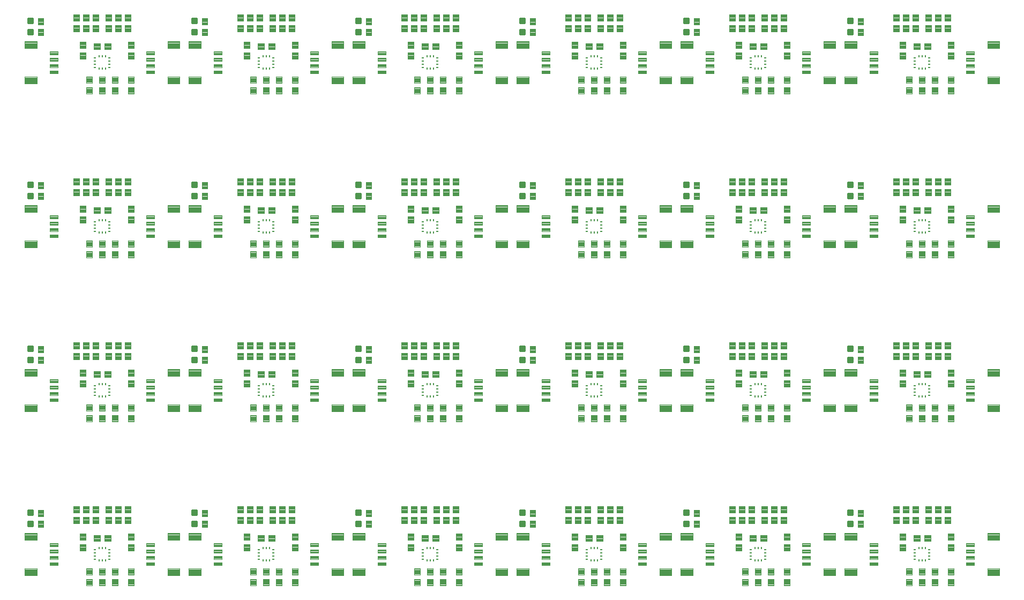
<source format=gtp>
G04 EAGLE Gerber RS-274X export*
G75*
%MOMM*%
%FSLAX34Y34*%
%LPD*%
%INSolderpaste Top*%
%IPPOS*%
%AMOC8*
5,1,8,0,0,1.08239X$1,22.5*%
G01*
%ADD10C,0.100000*%
%ADD11C,0.096000*%
%ADD12C,0.102000*%
%ADD13C,0.300000*%
%ADD14R,0.427000X0.225000*%
%ADD15R,0.225000X0.427000*%


D10*
X101020Y142550D02*
X101020Y132550D01*
X92020Y132550D01*
X92020Y142550D01*
X101020Y142550D01*
X101020Y133500D02*
X92020Y133500D01*
X92020Y134450D02*
X101020Y134450D01*
X101020Y135400D02*
X92020Y135400D01*
X92020Y136350D02*
X101020Y136350D01*
X101020Y137300D02*
X92020Y137300D01*
X92020Y138250D02*
X101020Y138250D01*
X101020Y139200D02*
X92020Y139200D01*
X92020Y140150D02*
X101020Y140150D01*
X101020Y141100D02*
X92020Y141100D01*
X92020Y142050D02*
X101020Y142050D01*
X101020Y149550D02*
X101020Y159550D01*
X101020Y149550D02*
X92020Y149550D01*
X92020Y159550D01*
X101020Y159550D01*
X101020Y150500D02*
X92020Y150500D01*
X92020Y151450D02*
X101020Y151450D01*
X101020Y152400D02*
X92020Y152400D01*
X92020Y153350D02*
X101020Y153350D01*
X101020Y154300D02*
X92020Y154300D01*
X92020Y155250D02*
X101020Y155250D01*
X101020Y156200D02*
X92020Y156200D01*
X92020Y157150D02*
X101020Y157150D01*
X101020Y158100D02*
X92020Y158100D01*
X92020Y159050D02*
X101020Y159050D01*
X130500Y156900D02*
X140500Y156900D01*
X140500Y147900D01*
X130500Y147900D01*
X130500Y156900D01*
X130500Y148850D02*
X140500Y148850D01*
X140500Y149800D02*
X130500Y149800D01*
X130500Y150750D02*
X140500Y150750D01*
X140500Y151700D02*
X130500Y151700D01*
X130500Y152650D02*
X140500Y152650D01*
X140500Y153600D02*
X130500Y153600D01*
X130500Y154550D02*
X140500Y154550D01*
X140500Y155500D02*
X130500Y155500D01*
X130500Y156450D02*
X140500Y156450D01*
X123500Y156900D02*
X113500Y156900D01*
X123500Y156900D02*
X123500Y147900D01*
X113500Y147900D01*
X113500Y156900D01*
X113500Y148850D02*
X123500Y148850D01*
X123500Y149800D02*
X113500Y149800D01*
X113500Y150750D02*
X123500Y150750D01*
X123500Y151700D02*
X113500Y151700D01*
X113500Y152650D02*
X123500Y152650D01*
X123500Y153600D02*
X113500Y153600D01*
X113500Y154550D02*
X123500Y154550D01*
X123500Y155500D02*
X113500Y155500D01*
X113500Y156450D02*
X123500Y156450D01*
X122500Y104940D02*
X122500Y94940D01*
X122500Y104940D02*
X131500Y104940D01*
X131500Y94940D01*
X122500Y94940D01*
X122500Y95890D02*
X131500Y95890D01*
X131500Y96840D02*
X122500Y96840D01*
X122500Y97790D02*
X131500Y97790D01*
X131500Y98740D02*
X122500Y98740D01*
X122500Y99690D02*
X131500Y99690D01*
X131500Y100640D02*
X122500Y100640D01*
X122500Y101590D02*
X131500Y101590D01*
X131500Y102540D02*
X122500Y102540D01*
X122500Y103490D02*
X131500Y103490D01*
X131500Y104440D02*
X122500Y104440D01*
X122500Y87940D02*
X122500Y77940D01*
X122500Y87940D02*
X131500Y87940D01*
X131500Y77940D01*
X122500Y77940D01*
X122500Y78890D02*
X131500Y78890D01*
X131500Y79840D02*
X122500Y79840D01*
X122500Y80790D02*
X131500Y80790D01*
X131500Y81740D02*
X122500Y81740D01*
X122500Y82690D02*
X131500Y82690D01*
X131500Y83640D02*
X122500Y83640D01*
X122500Y84590D02*
X131500Y84590D01*
X131500Y85540D02*
X122500Y85540D01*
X122500Y86490D02*
X131500Y86490D01*
X131500Y87440D02*
X122500Y87440D01*
X142820Y94940D02*
X142820Y104940D01*
X151820Y104940D01*
X151820Y94940D01*
X142820Y94940D01*
X142820Y95890D02*
X151820Y95890D01*
X151820Y96840D02*
X142820Y96840D01*
X142820Y97790D02*
X151820Y97790D01*
X151820Y98740D02*
X142820Y98740D01*
X142820Y99690D02*
X151820Y99690D01*
X151820Y100640D02*
X142820Y100640D01*
X142820Y101590D02*
X151820Y101590D01*
X151820Y102540D02*
X142820Y102540D01*
X142820Y103490D02*
X151820Y103490D01*
X151820Y104440D02*
X142820Y104440D01*
X142820Y87940D02*
X142820Y77940D01*
X142820Y87940D02*
X151820Y87940D01*
X151820Y77940D01*
X142820Y77940D01*
X142820Y78890D02*
X151820Y78890D01*
X151820Y79840D02*
X142820Y79840D01*
X142820Y80790D02*
X151820Y80790D01*
X151820Y81740D02*
X142820Y81740D01*
X142820Y82690D02*
X151820Y82690D01*
X151820Y83640D02*
X142820Y83640D01*
X142820Y84590D02*
X151820Y84590D01*
X151820Y85540D02*
X142820Y85540D01*
X142820Y86490D02*
X151820Y86490D01*
X151820Y87440D02*
X142820Y87440D01*
X102180Y95067D02*
X102180Y105067D01*
X111180Y105067D01*
X111180Y95067D01*
X102180Y95067D01*
X102180Y96017D02*
X111180Y96017D01*
X111180Y96967D02*
X102180Y96967D01*
X102180Y97917D02*
X111180Y97917D01*
X111180Y98867D02*
X102180Y98867D01*
X102180Y99817D02*
X111180Y99817D01*
X111180Y100767D02*
X102180Y100767D01*
X102180Y101717D02*
X111180Y101717D01*
X111180Y102667D02*
X102180Y102667D01*
X102180Y103617D02*
X111180Y103617D01*
X111180Y104567D02*
X102180Y104567D01*
X102180Y88067D02*
X102180Y78067D01*
X102180Y88067D02*
X111180Y88067D01*
X111180Y78067D01*
X102180Y78067D01*
X102180Y79017D02*
X111180Y79017D01*
X111180Y79967D02*
X102180Y79967D01*
X102180Y80917D02*
X111180Y80917D01*
X111180Y81867D02*
X102180Y81867D01*
X102180Y82817D02*
X111180Y82817D01*
X111180Y83767D02*
X102180Y83767D01*
X102180Y84717D02*
X111180Y84717D01*
X111180Y85667D02*
X102180Y85667D01*
X102180Y86617D02*
X111180Y86617D01*
X111180Y87567D02*
X102180Y87567D01*
D11*
X249216Y93480D02*
X249216Y104520D01*
X249216Y93480D02*
X230176Y93480D01*
X230176Y104520D01*
X249216Y104520D01*
X249216Y94392D02*
X230176Y94392D01*
X230176Y95304D02*
X249216Y95304D01*
X249216Y96216D02*
X230176Y96216D01*
X230176Y97128D02*
X249216Y97128D01*
X249216Y98040D02*
X230176Y98040D01*
X230176Y98952D02*
X249216Y98952D01*
X249216Y99864D02*
X230176Y99864D01*
X230176Y100776D02*
X249216Y100776D01*
X249216Y101688D02*
X230176Y101688D01*
X230176Y102600D02*
X249216Y102600D01*
X249216Y103512D02*
X230176Y103512D01*
X230176Y104424D02*
X249216Y104424D01*
X249216Y149480D02*
X249216Y160520D01*
X249216Y149480D02*
X230176Y149480D01*
X230176Y160520D01*
X249216Y160520D01*
X249216Y150392D02*
X230176Y150392D01*
X230176Y151304D02*
X249216Y151304D01*
X249216Y152216D02*
X230176Y152216D01*
X230176Y153128D02*
X249216Y153128D01*
X249216Y154040D02*
X230176Y154040D01*
X230176Y154952D02*
X249216Y154952D01*
X249216Y155864D02*
X230176Y155864D01*
X230176Y156776D02*
X249216Y156776D01*
X249216Y157688D02*
X230176Y157688D01*
X230176Y158600D02*
X249216Y158600D01*
X249216Y159512D02*
X230176Y159512D01*
X230176Y160424D02*
X249216Y160424D01*
D12*
X209186Y114490D02*
X209186Y109510D01*
X196706Y109510D01*
X196706Y114490D01*
X209186Y114490D01*
X209186Y110479D02*
X196706Y110479D01*
X196706Y111448D02*
X209186Y111448D01*
X209186Y112417D02*
X196706Y112417D01*
X196706Y113386D02*
X209186Y113386D01*
X209186Y114355D02*
X196706Y114355D01*
X209186Y119510D02*
X209186Y124490D01*
X209186Y119510D02*
X196706Y119510D01*
X196706Y124490D01*
X209186Y124490D01*
X209186Y120479D02*
X196706Y120479D01*
X196706Y121448D02*
X209186Y121448D01*
X209186Y122417D02*
X196706Y122417D01*
X196706Y123386D02*
X209186Y123386D01*
X209186Y124355D02*
X196706Y124355D01*
X209186Y129510D02*
X209186Y134490D01*
X209186Y129510D02*
X196706Y129510D01*
X196706Y134490D01*
X209186Y134490D01*
X209186Y130479D02*
X196706Y130479D01*
X196706Y131448D02*
X209186Y131448D01*
X209186Y132417D02*
X196706Y132417D01*
X196706Y133386D02*
X209186Y133386D01*
X209186Y134355D02*
X196706Y134355D01*
X209186Y139510D02*
X209186Y144490D01*
X209186Y139510D02*
X196706Y139510D01*
X196706Y144490D01*
X209186Y144490D01*
X209186Y140479D02*
X196706Y140479D01*
X196706Y141448D02*
X209186Y141448D01*
X209186Y142417D02*
X196706Y142417D01*
X196706Y143386D02*
X209186Y143386D01*
X209186Y144355D02*
X196706Y144355D01*
D11*
X4530Y149480D02*
X4530Y160520D01*
X23570Y160520D01*
X23570Y149480D01*
X4530Y149480D01*
X4530Y150392D02*
X23570Y150392D01*
X23570Y151304D02*
X4530Y151304D01*
X4530Y152216D02*
X23570Y152216D01*
X23570Y153128D02*
X4530Y153128D01*
X4530Y154040D02*
X23570Y154040D01*
X23570Y154952D02*
X4530Y154952D01*
X4530Y155864D02*
X23570Y155864D01*
X23570Y156776D02*
X4530Y156776D01*
X4530Y157688D02*
X23570Y157688D01*
X23570Y158600D02*
X4530Y158600D01*
X4530Y159512D02*
X23570Y159512D01*
X23570Y160424D02*
X4530Y160424D01*
X4530Y104520D02*
X4530Y93480D01*
X4530Y104520D02*
X23570Y104520D01*
X23570Y93480D01*
X4530Y93480D01*
X4530Y94392D02*
X23570Y94392D01*
X23570Y95304D02*
X4530Y95304D01*
X4530Y96216D02*
X23570Y96216D01*
X23570Y97128D02*
X4530Y97128D01*
X4530Y98040D02*
X23570Y98040D01*
X23570Y98952D02*
X4530Y98952D01*
X4530Y99864D02*
X23570Y99864D01*
X23570Y100776D02*
X4530Y100776D01*
X4530Y101688D02*
X23570Y101688D01*
X23570Y102600D02*
X4530Y102600D01*
X4530Y103512D02*
X23570Y103512D01*
X23570Y104424D02*
X4530Y104424D01*
D12*
X44560Y139510D02*
X44560Y144490D01*
X57040Y144490D01*
X57040Y139510D01*
X44560Y139510D01*
X44560Y140479D02*
X57040Y140479D01*
X57040Y141448D02*
X44560Y141448D01*
X44560Y142417D02*
X57040Y142417D01*
X57040Y143386D02*
X44560Y143386D01*
X44560Y144355D02*
X57040Y144355D01*
X44560Y134490D02*
X44560Y129510D01*
X44560Y134490D02*
X57040Y134490D01*
X57040Y129510D01*
X44560Y129510D01*
X44560Y130479D02*
X57040Y130479D01*
X57040Y131448D02*
X44560Y131448D01*
X44560Y132417D02*
X57040Y132417D01*
X57040Y133386D02*
X44560Y133386D01*
X44560Y134355D02*
X57040Y134355D01*
X44560Y124490D02*
X44560Y119510D01*
X44560Y124490D02*
X57040Y124490D01*
X57040Y119510D01*
X44560Y119510D01*
X44560Y120479D02*
X57040Y120479D01*
X57040Y121448D02*
X44560Y121448D01*
X44560Y122417D02*
X57040Y122417D01*
X57040Y123386D02*
X44560Y123386D01*
X44560Y124355D02*
X57040Y124355D01*
X44560Y114490D02*
X44560Y109510D01*
X44560Y114490D02*
X57040Y114490D01*
X57040Y109510D01*
X44560Y109510D01*
X44560Y110479D02*
X57040Y110479D01*
X57040Y111448D02*
X44560Y111448D01*
X44560Y112417D02*
X57040Y112417D01*
X57040Y113386D02*
X44560Y113386D01*
X44560Y114355D02*
X57040Y114355D01*
D13*
X17216Y178626D02*
X10216Y178626D01*
X17216Y178626D02*
X17216Y171626D01*
X10216Y171626D01*
X10216Y178626D01*
X10216Y174476D02*
X17216Y174476D01*
X17216Y177326D02*
X10216Y177326D01*
X10216Y196166D02*
X17216Y196166D01*
X17216Y189166D01*
X10216Y189166D01*
X10216Y196166D01*
X10216Y192016D02*
X17216Y192016D01*
X17216Y194866D02*
X10216Y194866D01*
D10*
X25218Y196888D02*
X25218Y186888D01*
X25218Y196888D02*
X34218Y196888D01*
X34218Y186888D01*
X25218Y186888D01*
X25218Y187838D02*
X34218Y187838D01*
X34218Y188788D02*
X25218Y188788D01*
X25218Y189738D02*
X34218Y189738D01*
X34218Y190688D02*
X25218Y190688D01*
X25218Y191638D02*
X34218Y191638D01*
X34218Y192588D02*
X25218Y192588D01*
X25218Y193538D02*
X34218Y193538D01*
X34218Y194488D02*
X25218Y194488D01*
X25218Y195438D02*
X34218Y195438D01*
X34218Y196388D02*
X25218Y196388D01*
X25218Y179888D02*
X25218Y169888D01*
X25218Y179888D02*
X34218Y179888D01*
X34218Y169888D01*
X25218Y169888D01*
X25218Y170838D02*
X34218Y170838D01*
X34218Y171788D02*
X25218Y171788D01*
X25218Y172738D02*
X34218Y172738D01*
X34218Y173688D02*
X25218Y173688D01*
X25218Y174638D02*
X34218Y174638D01*
X34218Y175588D02*
X25218Y175588D01*
X25218Y176538D02*
X34218Y176538D01*
X34218Y177488D02*
X25218Y177488D01*
X25218Y178438D02*
X34218Y178438D01*
X34218Y179388D02*
X25218Y179388D01*
X177220Y142550D02*
X177220Y132550D01*
X168220Y132550D01*
X168220Y142550D01*
X177220Y142550D01*
X177220Y133500D02*
X168220Y133500D01*
X168220Y134450D02*
X177220Y134450D01*
X177220Y135400D02*
X168220Y135400D01*
X168220Y136350D02*
X177220Y136350D01*
X177220Y137300D02*
X168220Y137300D01*
X168220Y138250D02*
X177220Y138250D01*
X177220Y139200D02*
X168220Y139200D01*
X168220Y140150D02*
X177220Y140150D01*
X177220Y141100D02*
X168220Y141100D01*
X168220Y142050D02*
X177220Y142050D01*
X177220Y149550D02*
X177220Y159550D01*
X177220Y149550D02*
X168220Y149550D01*
X168220Y159550D01*
X177220Y159550D01*
X177220Y150500D02*
X168220Y150500D01*
X168220Y151450D02*
X177220Y151450D01*
X177220Y152400D02*
X168220Y152400D01*
X168220Y153350D02*
X177220Y153350D01*
X177220Y154300D02*
X168220Y154300D01*
X168220Y155250D02*
X177220Y155250D01*
X177220Y156200D02*
X168220Y156200D01*
X168220Y157150D02*
X177220Y157150D01*
X177220Y158100D02*
X168220Y158100D01*
X168220Y159050D02*
X177220Y159050D01*
X177220Y87940D02*
X177220Y77940D01*
X168220Y77940D01*
X168220Y87940D01*
X177220Y87940D01*
X177220Y78890D02*
X168220Y78890D01*
X168220Y79840D02*
X177220Y79840D01*
X177220Y80790D02*
X168220Y80790D01*
X168220Y81740D02*
X177220Y81740D01*
X177220Y82690D02*
X168220Y82690D01*
X168220Y83640D02*
X177220Y83640D01*
X177220Y84590D02*
X168220Y84590D01*
X168220Y85540D02*
X177220Y85540D01*
X177220Y86490D02*
X168220Y86490D01*
X168220Y87440D02*
X177220Y87440D01*
X177220Y94940D02*
X177220Y104940D01*
X177220Y94940D02*
X168220Y94940D01*
X168220Y104940D01*
X177220Y104940D01*
X177220Y95890D02*
X168220Y95890D01*
X168220Y96840D02*
X177220Y96840D01*
X177220Y97790D02*
X168220Y97790D01*
X168220Y98740D02*
X177220Y98740D01*
X177220Y99690D02*
X168220Y99690D01*
X168220Y100640D02*
X177220Y100640D01*
X177220Y101590D02*
X168220Y101590D01*
X168220Y102540D02*
X177220Y102540D01*
X177220Y103490D02*
X168220Y103490D01*
X168220Y104440D02*
X177220Y104440D01*
X141660Y175730D02*
X141660Y185730D01*
X141660Y175730D02*
X132660Y175730D01*
X132660Y185730D01*
X141660Y185730D01*
X141660Y176680D02*
X132660Y176680D01*
X132660Y177630D02*
X141660Y177630D01*
X141660Y178580D02*
X132660Y178580D01*
X132660Y179530D02*
X141660Y179530D01*
X141660Y180480D02*
X132660Y180480D01*
X132660Y181430D02*
X141660Y181430D01*
X141660Y182380D02*
X132660Y182380D01*
X132660Y183330D02*
X141660Y183330D01*
X141660Y184280D02*
X132660Y184280D01*
X132660Y185230D02*
X141660Y185230D01*
X141660Y192730D02*
X141660Y202730D01*
X141660Y192730D02*
X132660Y192730D01*
X132660Y202730D01*
X141660Y202730D01*
X141660Y193680D02*
X132660Y193680D01*
X132660Y194630D02*
X141660Y194630D01*
X141660Y195580D02*
X132660Y195580D01*
X132660Y196530D02*
X141660Y196530D01*
X141660Y197480D02*
X132660Y197480D01*
X132660Y198430D02*
X141660Y198430D01*
X141660Y199380D02*
X132660Y199380D01*
X132660Y200330D02*
X141660Y200330D01*
X141660Y201280D02*
X132660Y201280D01*
X132660Y202230D02*
X141660Y202230D01*
X90860Y185730D02*
X90860Y175730D01*
X81860Y175730D01*
X81860Y185730D01*
X90860Y185730D01*
X90860Y176680D02*
X81860Y176680D01*
X81860Y177630D02*
X90860Y177630D01*
X90860Y178580D02*
X81860Y178580D01*
X81860Y179530D02*
X90860Y179530D01*
X90860Y180480D02*
X81860Y180480D01*
X81860Y181430D02*
X90860Y181430D01*
X90860Y182380D02*
X81860Y182380D01*
X81860Y183330D02*
X90860Y183330D01*
X90860Y184280D02*
X81860Y184280D01*
X81860Y185230D02*
X90860Y185230D01*
X90860Y192730D02*
X90860Y202730D01*
X90860Y192730D02*
X81860Y192730D01*
X81860Y202730D01*
X90860Y202730D01*
X90860Y193680D02*
X81860Y193680D01*
X81860Y194630D02*
X90860Y194630D01*
X90860Y195580D02*
X81860Y195580D01*
X81860Y196530D02*
X90860Y196530D01*
X90860Y197480D02*
X81860Y197480D01*
X81860Y198430D02*
X90860Y198430D01*
X90860Y199380D02*
X81860Y199380D01*
X81860Y200330D02*
X90860Y200330D01*
X90860Y201280D02*
X81860Y201280D01*
X81860Y202230D02*
X90860Y202230D01*
X156900Y185730D02*
X156900Y175730D01*
X147900Y175730D01*
X147900Y185730D01*
X156900Y185730D01*
X156900Y176680D02*
X147900Y176680D01*
X147900Y177630D02*
X156900Y177630D01*
X156900Y178580D02*
X147900Y178580D01*
X147900Y179530D02*
X156900Y179530D01*
X156900Y180480D02*
X147900Y180480D01*
X147900Y181430D02*
X156900Y181430D01*
X156900Y182380D02*
X147900Y182380D01*
X147900Y183330D02*
X156900Y183330D01*
X156900Y184280D02*
X147900Y184280D01*
X147900Y185230D02*
X156900Y185230D01*
X156900Y192730D02*
X156900Y202730D01*
X156900Y192730D02*
X147900Y192730D01*
X147900Y202730D01*
X156900Y202730D01*
X156900Y193680D02*
X147900Y193680D01*
X147900Y194630D02*
X156900Y194630D01*
X156900Y195580D02*
X147900Y195580D01*
X147900Y196530D02*
X156900Y196530D01*
X156900Y197480D02*
X147900Y197480D01*
X147900Y198430D02*
X156900Y198430D01*
X156900Y199380D02*
X147900Y199380D01*
X147900Y200330D02*
X156900Y200330D01*
X156900Y201280D02*
X147900Y201280D01*
X147900Y202230D02*
X156900Y202230D01*
X106100Y185730D02*
X106100Y175730D01*
X97100Y175730D01*
X97100Y185730D01*
X106100Y185730D01*
X106100Y176680D02*
X97100Y176680D01*
X97100Y177630D02*
X106100Y177630D01*
X106100Y178580D02*
X97100Y178580D01*
X97100Y179530D02*
X106100Y179530D01*
X106100Y180480D02*
X97100Y180480D01*
X97100Y181430D02*
X106100Y181430D01*
X106100Y182380D02*
X97100Y182380D01*
X97100Y183330D02*
X106100Y183330D01*
X106100Y184280D02*
X97100Y184280D01*
X97100Y185230D02*
X106100Y185230D01*
X106100Y192730D02*
X106100Y202730D01*
X106100Y192730D02*
X97100Y192730D01*
X97100Y202730D01*
X106100Y202730D01*
X106100Y193680D02*
X97100Y193680D01*
X97100Y194630D02*
X106100Y194630D01*
X106100Y195580D02*
X97100Y195580D01*
X97100Y196530D02*
X106100Y196530D01*
X106100Y197480D02*
X97100Y197480D01*
X97100Y198430D02*
X106100Y198430D01*
X106100Y199380D02*
X97100Y199380D01*
X97100Y200330D02*
X106100Y200330D01*
X106100Y201280D02*
X97100Y201280D01*
X97100Y202230D02*
X106100Y202230D01*
X112340Y202730D02*
X112340Y192730D01*
X112340Y202730D02*
X121340Y202730D01*
X121340Y192730D01*
X112340Y192730D01*
X112340Y193680D02*
X121340Y193680D01*
X121340Y194630D02*
X112340Y194630D01*
X112340Y195580D02*
X121340Y195580D01*
X121340Y196530D02*
X112340Y196530D01*
X112340Y197480D02*
X121340Y197480D01*
X121340Y198430D02*
X112340Y198430D01*
X112340Y199380D02*
X121340Y199380D01*
X121340Y200330D02*
X112340Y200330D01*
X112340Y201280D02*
X121340Y201280D01*
X121340Y202230D02*
X112340Y202230D01*
X112340Y185730D02*
X112340Y175730D01*
X112340Y185730D02*
X121340Y185730D01*
X121340Y175730D01*
X112340Y175730D01*
X112340Y176680D02*
X121340Y176680D01*
X121340Y177630D02*
X112340Y177630D01*
X112340Y178580D02*
X121340Y178580D01*
X121340Y179530D02*
X112340Y179530D01*
X112340Y180480D02*
X121340Y180480D01*
X121340Y181430D02*
X112340Y181430D01*
X112340Y182380D02*
X121340Y182380D01*
X121340Y183330D02*
X112340Y183330D01*
X112340Y184280D02*
X121340Y184280D01*
X121340Y185230D02*
X112340Y185230D01*
X163140Y192730D02*
X163140Y202730D01*
X172140Y202730D01*
X172140Y192730D01*
X163140Y192730D01*
X163140Y193680D02*
X172140Y193680D01*
X172140Y194630D02*
X163140Y194630D01*
X163140Y195580D02*
X172140Y195580D01*
X172140Y196530D02*
X163140Y196530D01*
X163140Y197480D02*
X172140Y197480D01*
X172140Y198430D02*
X163140Y198430D01*
X163140Y199380D02*
X172140Y199380D01*
X172140Y200330D02*
X163140Y200330D01*
X163140Y201280D02*
X172140Y201280D01*
X172140Y202230D02*
X163140Y202230D01*
X163140Y185730D02*
X163140Y175730D01*
X163140Y185730D02*
X172140Y185730D01*
X172140Y175730D01*
X163140Y175730D01*
X163140Y176680D02*
X172140Y176680D01*
X172140Y177630D02*
X163140Y177630D01*
X163140Y178580D02*
X172140Y178580D01*
X172140Y179530D02*
X163140Y179530D01*
X163140Y180480D02*
X172140Y180480D01*
X172140Y181430D02*
X163140Y181430D01*
X163140Y182380D02*
X172140Y182380D01*
X172140Y183330D02*
X163140Y183330D01*
X163140Y184280D02*
X172140Y184280D01*
X172140Y185230D02*
X163140Y185230D01*
D14*
X115385Y124535D03*
X115415Y119515D03*
X115405Y129475D03*
X115405Y134455D03*
X138465Y124535D03*
X138495Y119515D03*
X138485Y129475D03*
X138485Y134455D03*
D15*
X132005Y137135D03*
X126995Y137165D03*
X121945Y137165D03*
X132005Y117135D03*
X126995Y117165D03*
X121945Y117165D03*
D10*
X360100Y132550D02*
X360100Y142550D01*
X360100Y132550D02*
X351100Y132550D01*
X351100Y142550D01*
X360100Y142550D01*
X360100Y133500D02*
X351100Y133500D01*
X351100Y134450D02*
X360100Y134450D01*
X360100Y135400D02*
X351100Y135400D01*
X351100Y136350D02*
X360100Y136350D01*
X360100Y137300D02*
X351100Y137300D01*
X351100Y138250D02*
X360100Y138250D01*
X360100Y139200D02*
X351100Y139200D01*
X351100Y140150D02*
X360100Y140150D01*
X360100Y141100D02*
X351100Y141100D01*
X351100Y142050D02*
X360100Y142050D01*
X360100Y149550D02*
X360100Y159550D01*
X360100Y149550D02*
X351100Y149550D01*
X351100Y159550D01*
X360100Y159550D01*
X360100Y150500D02*
X351100Y150500D01*
X351100Y151450D02*
X360100Y151450D01*
X360100Y152400D02*
X351100Y152400D01*
X351100Y153350D02*
X360100Y153350D01*
X360100Y154300D02*
X351100Y154300D01*
X351100Y155250D02*
X360100Y155250D01*
X360100Y156200D02*
X351100Y156200D01*
X351100Y157150D02*
X360100Y157150D01*
X360100Y158100D02*
X351100Y158100D01*
X351100Y159050D02*
X360100Y159050D01*
X389580Y156900D02*
X399580Y156900D01*
X399580Y147900D01*
X389580Y147900D01*
X389580Y156900D01*
X389580Y148850D02*
X399580Y148850D01*
X399580Y149800D02*
X389580Y149800D01*
X389580Y150750D02*
X399580Y150750D01*
X399580Y151700D02*
X389580Y151700D01*
X389580Y152650D02*
X399580Y152650D01*
X399580Y153600D02*
X389580Y153600D01*
X389580Y154550D02*
X399580Y154550D01*
X399580Y155500D02*
X389580Y155500D01*
X389580Y156450D02*
X399580Y156450D01*
X382580Y156900D02*
X372580Y156900D01*
X382580Y156900D02*
X382580Y147900D01*
X372580Y147900D01*
X372580Y156900D01*
X372580Y148850D02*
X382580Y148850D01*
X382580Y149800D02*
X372580Y149800D01*
X372580Y150750D02*
X382580Y150750D01*
X382580Y151700D02*
X372580Y151700D01*
X372580Y152650D02*
X382580Y152650D01*
X382580Y153600D02*
X372580Y153600D01*
X372580Y154550D02*
X382580Y154550D01*
X382580Y155500D02*
X372580Y155500D01*
X372580Y156450D02*
X382580Y156450D01*
X381580Y104940D02*
X381580Y94940D01*
X381580Y104940D02*
X390580Y104940D01*
X390580Y94940D01*
X381580Y94940D01*
X381580Y95890D02*
X390580Y95890D01*
X390580Y96840D02*
X381580Y96840D01*
X381580Y97790D02*
X390580Y97790D01*
X390580Y98740D02*
X381580Y98740D01*
X381580Y99690D02*
X390580Y99690D01*
X390580Y100640D02*
X381580Y100640D01*
X381580Y101590D02*
X390580Y101590D01*
X390580Y102540D02*
X381580Y102540D01*
X381580Y103490D02*
X390580Y103490D01*
X390580Y104440D02*
X381580Y104440D01*
X381580Y87940D02*
X381580Y77940D01*
X381580Y87940D02*
X390580Y87940D01*
X390580Y77940D01*
X381580Y77940D01*
X381580Y78890D02*
X390580Y78890D01*
X390580Y79840D02*
X381580Y79840D01*
X381580Y80790D02*
X390580Y80790D01*
X390580Y81740D02*
X381580Y81740D01*
X381580Y82690D02*
X390580Y82690D01*
X390580Y83640D02*
X381580Y83640D01*
X381580Y84590D02*
X390580Y84590D01*
X390580Y85540D02*
X381580Y85540D01*
X381580Y86490D02*
X390580Y86490D01*
X390580Y87440D02*
X381580Y87440D01*
X401900Y94940D02*
X401900Y104940D01*
X410900Y104940D01*
X410900Y94940D01*
X401900Y94940D01*
X401900Y95890D02*
X410900Y95890D01*
X410900Y96840D02*
X401900Y96840D01*
X401900Y97790D02*
X410900Y97790D01*
X410900Y98740D02*
X401900Y98740D01*
X401900Y99690D02*
X410900Y99690D01*
X410900Y100640D02*
X401900Y100640D01*
X401900Y101590D02*
X410900Y101590D01*
X410900Y102540D02*
X401900Y102540D01*
X401900Y103490D02*
X410900Y103490D01*
X410900Y104440D02*
X401900Y104440D01*
X401900Y87940D02*
X401900Y77940D01*
X401900Y87940D02*
X410900Y87940D01*
X410900Y77940D01*
X401900Y77940D01*
X401900Y78890D02*
X410900Y78890D01*
X410900Y79840D02*
X401900Y79840D01*
X401900Y80790D02*
X410900Y80790D01*
X410900Y81740D02*
X401900Y81740D01*
X401900Y82690D02*
X410900Y82690D01*
X410900Y83640D02*
X401900Y83640D01*
X401900Y84590D02*
X410900Y84590D01*
X410900Y85540D02*
X401900Y85540D01*
X401900Y86490D02*
X410900Y86490D01*
X410900Y87440D02*
X401900Y87440D01*
X361260Y95067D02*
X361260Y105067D01*
X370260Y105067D01*
X370260Y95067D01*
X361260Y95067D01*
X361260Y96017D02*
X370260Y96017D01*
X370260Y96967D02*
X361260Y96967D01*
X361260Y97917D02*
X370260Y97917D01*
X370260Y98867D02*
X361260Y98867D01*
X361260Y99817D02*
X370260Y99817D01*
X370260Y100767D02*
X361260Y100767D01*
X361260Y101717D02*
X370260Y101717D01*
X370260Y102667D02*
X361260Y102667D01*
X361260Y103617D02*
X370260Y103617D01*
X370260Y104567D02*
X361260Y104567D01*
X361260Y88067D02*
X361260Y78067D01*
X361260Y88067D02*
X370260Y88067D01*
X370260Y78067D01*
X361260Y78067D01*
X361260Y79017D02*
X370260Y79017D01*
X370260Y79967D02*
X361260Y79967D01*
X361260Y80917D02*
X370260Y80917D01*
X370260Y81867D02*
X361260Y81867D01*
X361260Y82817D02*
X370260Y82817D01*
X370260Y83767D02*
X361260Y83767D01*
X361260Y84717D02*
X370260Y84717D01*
X370260Y85667D02*
X361260Y85667D01*
X361260Y86617D02*
X370260Y86617D01*
X370260Y87567D02*
X361260Y87567D01*
D11*
X508296Y93480D02*
X508296Y104520D01*
X508296Y93480D02*
X489256Y93480D01*
X489256Y104520D01*
X508296Y104520D01*
X508296Y94392D02*
X489256Y94392D01*
X489256Y95304D02*
X508296Y95304D01*
X508296Y96216D02*
X489256Y96216D01*
X489256Y97128D02*
X508296Y97128D01*
X508296Y98040D02*
X489256Y98040D01*
X489256Y98952D02*
X508296Y98952D01*
X508296Y99864D02*
X489256Y99864D01*
X489256Y100776D02*
X508296Y100776D01*
X508296Y101688D02*
X489256Y101688D01*
X489256Y102600D02*
X508296Y102600D01*
X508296Y103512D02*
X489256Y103512D01*
X489256Y104424D02*
X508296Y104424D01*
X508296Y149480D02*
X508296Y160520D01*
X508296Y149480D02*
X489256Y149480D01*
X489256Y160520D01*
X508296Y160520D01*
X508296Y150392D02*
X489256Y150392D01*
X489256Y151304D02*
X508296Y151304D01*
X508296Y152216D02*
X489256Y152216D01*
X489256Y153128D02*
X508296Y153128D01*
X508296Y154040D02*
X489256Y154040D01*
X489256Y154952D02*
X508296Y154952D01*
X508296Y155864D02*
X489256Y155864D01*
X489256Y156776D02*
X508296Y156776D01*
X508296Y157688D02*
X489256Y157688D01*
X489256Y158600D02*
X508296Y158600D01*
X508296Y159512D02*
X489256Y159512D01*
X489256Y160424D02*
X508296Y160424D01*
D12*
X468266Y114490D02*
X468266Y109510D01*
X455786Y109510D01*
X455786Y114490D01*
X468266Y114490D01*
X468266Y110479D02*
X455786Y110479D01*
X455786Y111448D02*
X468266Y111448D01*
X468266Y112417D02*
X455786Y112417D01*
X455786Y113386D02*
X468266Y113386D01*
X468266Y114355D02*
X455786Y114355D01*
X468266Y119510D02*
X468266Y124490D01*
X468266Y119510D02*
X455786Y119510D01*
X455786Y124490D01*
X468266Y124490D01*
X468266Y120479D02*
X455786Y120479D01*
X455786Y121448D02*
X468266Y121448D01*
X468266Y122417D02*
X455786Y122417D01*
X455786Y123386D02*
X468266Y123386D01*
X468266Y124355D02*
X455786Y124355D01*
X468266Y129510D02*
X468266Y134490D01*
X468266Y129510D02*
X455786Y129510D01*
X455786Y134490D01*
X468266Y134490D01*
X468266Y130479D02*
X455786Y130479D01*
X455786Y131448D02*
X468266Y131448D01*
X468266Y132417D02*
X455786Y132417D01*
X455786Y133386D02*
X468266Y133386D01*
X468266Y134355D02*
X455786Y134355D01*
X468266Y139510D02*
X468266Y144490D01*
X468266Y139510D02*
X455786Y139510D01*
X455786Y144490D01*
X468266Y144490D01*
X468266Y140479D02*
X455786Y140479D01*
X455786Y141448D02*
X468266Y141448D01*
X468266Y142417D02*
X455786Y142417D01*
X455786Y143386D02*
X468266Y143386D01*
X468266Y144355D02*
X455786Y144355D01*
D11*
X263610Y149480D02*
X263610Y160520D01*
X282650Y160520D01*
X282650Y149480D01*
X263610Y149480D01*
X263610Y150392D02*
X282650Y150392D01*
X282650Y151304D02*
X263610Y151304D01*
X263610Y152216D02*
X282650Y152216D01*
X282650Y153128D02*
X263610Y153128D01*
X263610Y154040D02*
X282650Y154040D01*
X282650Y154952D02*
X263610Y154952D01*
X263610Y155864D02*
X282650Y155864D01*
X282650Y156776D02*
X263610Y156776D01*
X263610Y157688D02*
X282650Y157688D01*
X282650Y158600D02*
X263610Y158600D01*
X263610Y159512D02*
X282650Y159512D01*
X282650Y160424D02*
X263610Y160424D01*
X263610Y104520D02*
X263610Y93480D01*
X263610Y104520D02*
X282650Y104520D01*
X282650Y93480D01*
X263610Y93480D01*
X263610Y94392D02*
X282650Y94392D01*
X282650Y95304D02*
X263610Y95304D01*
X263610Y96216D02*
X282650Y96216D01*
X282650Y97128D02*
X263610Y97128D01*
X263610Y98040D02*
X282650Y98040D01*
X282650Y98952D02*
X263610Y98952D01*
X263610Y99864D02*
X282650Y99864D01*
X282650Y100776D02*
X263610Y100776D01*
X263610Y101688D02*
X282650Y101688D01*
X282650Y102600D02*
X263610Y102600D01*
X263610Y103512D02*
X282650Y103512D01*
X282650Y104424D02*
X263610Y104424D01*
D12*
X303640Y139510D02*
X303640Y144490D01*
X316120Y144490D01*
X316120Y139510D01*
X303640Y139510D01*
X303640Y140479D02*
X316120Y140479D01*
X316120Y141448D02*
X303640Y141448D01*
X303640Y142417D02*
X316120Y142417D01*
X316120Y143386D02*
X303640Y143386D01*
X303640Y144355D02*
X316120Y144355D01*
X303640Y134490D02*
X303640Y129510D01*
X303640Y134490D02*
X316120Y134490D01*
X316120Y129510D01*
X303640Y129510D01*
X303640Y130479D02*
X316120Y130479D01*
X316120Y131448D02*
X303640Y131448D01*
X303640Y132417D02*
X316120Y132417D01*
X316120Y133386D02*
X303640Y133386D01*
X303640Y134355D02*
X316120Y134355D01*
X303640Y124490D02*
X303640Y119510D01*
X303640Y124490D02*
X316120Y124490D01*
X316120Y119510D01*
X303640Y119510D01*
X303640Y120479D02*
X316120Y120479D01*
X316120Y121448D02*
X303640Y121448D01*
X303640Y122417D02*
X316120Y122417D01*
X316120Y123386D02*
X303640Y123386D01*
X303640Y124355D02*
X316120Y124355D01*
X303640Y114490D02*
X303640Y109510D01*
X303640Y114490D02*
X316120Y114490D01*
X316120Y109510D01*
X303640Y109510D01*
X303640Y110479D02*
X316120Y110479D01*
X316120Y111448D02*
X303640Y111448D01*
X303640Y112417D02*
X316120Y112417D01*
X316120Y113386D02*
X303640Y113386D01*
X303640Y114355D02*
X316120Y114355D01*
D13*
X276296Y178626D02*
X269296Y178626D01*
X276296Y178626D02*
X276296Y171626D01*
X269296Y171626D01*
X269296Y178626D01*
X269296Y174476D02*
X276296Y174476D01*
X276296Y177326D02*
X269296Y177326D01*
X269296Y196166D02*
X276296Y196166D01*
X276296Y189166D01*
X269296Y189166D01*
X269296Y196166D01*
X269296Y192016D02*
X276296Y192016D01*
X276296Y194866D02*
X269296Y194866D01*
D10*
X284298Y196888D02*
X284298Y186888D01*
X284298Y196888D02*
X293298Y196888D01*
X293298Y186888D01*
X284298Y186888D01*
X284298Y187838D02*
X293298Y187838D01*
X293298Y188788D02*
X284298Y188788D01*
X284298Y189738D02*
X293298Y189738D01*
X293298Y190688D02*
X284298Y190688D01*
X284298Y191638D02*
X293298Y191638D01*
X293298Y192588D02*
X284298Y192588D01*
X284298Y193538D02*
X293298Y193538D01*
X293298Y194488D02*
X284298Y194488D01*
X284298Y195438D02*
X293298Y195438D01*
X293298Y196388D02*
X284298Y196388D01*
X284298Y179888D02*
X284298Y169888D01*
X284298Y179888D02*
X293298Y179888D01*
X293298Y169888D01*
X284298Y169888D01*
X284298Y170838D02*
X293298Y170838D01*
X293298Y171788D02*
X284298Y171788D01*
X284298Y172738D02*
X293298Y172738D01*
X293298Y173688D02*
X284298Y173688D01*
X284298Y174638D02*
X293298Y174638D01*
X293298Y175588D02*
X284298Y175588D01*
X284298Y176538D02*
X293298Y176538D01*
X293298Y177488D02*
X284298Y177488D01*
X284298Y178438D02*
X293298Y178438D01*
X293298Y179388D02*
X284298Y179388D01*
X436300Y142550D02*
X436300Y132550D01*
X427300Y132550D01*
X427300Y142550D01*
X436300Y142550D01*
X436300Y133500D02*
X427300Y133500D01*
X427300Y134450D02*
X436300Y134450D01*
X436300Y135400D02*
X427300Y135400D01*
X427300Y136350D02*
X436300Y136350D01*
X436300Y137300D02*
X427300Y137300D01*
X427300Y138250D02*
X436300Y138250D01*
X436300Y139200D02*
X427300Y139200D01*
X427300Y140150D02*
X436300Y140150D01*
X436300Y141100D02*
X427300Y141100D01*
X427300Y142050D02*
X436300Y142050D01*
X436300Y149550D02*
X436300Y159550D01*
X436300Y149550D02*
X427300Y149550D01*
X427300Y159550D01*
X436300Y159550D01*
X436300Y150500D02*
X427300Y150500D01*
X427300Y151450D02*
X436300Y151450D01*
X436300Y152400D02*
X427300Y152400D01*
X427300Y153350D02*
X436300Y153350D01*
X436300Y154300D02*
X427300Y154300D01*
X427300Y155250D02*
X436300Y155250D01*
X436300Y156200D02*
X427300Y156200D01*
X427300Y157150D02*
X436300Y157150D01*
X436300Y158100D02*
X427300Y158100D01*
X427300Y159050D02*
X436300Y159050D01*
X436300Y87940D02*
X436300Y77940D01*
X427300Y77940D01*
X427300Y87940D01*
X436300Y87940D01*
X436300Y78890D02*
X427300Y78890D01*
X427300Y79840D02*
X436300Y79840D01*
X436300Y80790D02*
X427300Y80790D01*
X427300Y81740D02*
X436300Y81740D01*
X436300Y82690D02*
X427300Y82690D01*
X427300Y83640D02*
X436300Y83640D01*
X436300Y84590D02*
X427300Y84590D01*
X427300Y85540D02*
X436300Y85540D01*
X436300Y86490D02*
X427300Y86490D01*
X427300Y87440D02*
X436300Y87440D01*
X436300Y94940D02*
X436300Y104940D01*
X436300Y94940D02*
X427300Y94940D01*
X427300Y104940D01*
X436300Y104940D01*
X436300Y95890D02*
X427300Y95890D01*
X427300Y96840D02*
X436300Y96840D01*
X436300Y97790D02*
X427300Y97790D01*
X427300Y98740D02*
X436300Y98740D01*
X436300Y99690D02*
X427300Y99690D01*
X427300Y100640D02*
X436300Y100640D01*
X436300Y101590D02*
X427300Y101590D01*
X427300Y102540D02*
X436300Y102540D01*
X436300Y103490D02*
X427300Y103490D01*
X427300Y104440D02*
X436300Y104440D01*
X400740Y175730D02*
X400740Y185730D01*
X400740Y175730D02*
X391740Y175730D01*
X391740Y185730D01*
X400740Y185730D01*
X400740Y176680D02*
X391740Y176680D01*
X391740Y177630D02*
X400740Y177630D01*
X400740Y178580D02*
X391740Y178580D01*
X391740Y179530D02*
X400740Y179530D01*
X400740Y180480D02*
X391740Y180480D01*
X391740Y181430D02*
X400740Y181430D01*
X400740Y182380D02*
X391740Y182380D01*
X391740Y183330D02*
X400740Y183330D01*
X400740Y184280D02*
X391740Y184280D01*
X391740Y185230D02*
X400740Y185230D01*
X400740Y192730D02*
X400740Y202730D01*
X400740Y192730D02*
X391740Y192730D01*
X391740Y202730D01*
X400740Y202730D01*
X400740Y193680D02*
X391740Y193680D01*
X391740Y194630D02*
X400740Y194630D01*
X400740Y195580D02*
X391740Y195580D01*
X391740Y196530D02*
X400740Y196530D01*
X400740Y197480D02*
X391740Y197480D01*
X391740Y198430D02*
X400740Y198430D01*
X400740Y199380D02*
X391740Y199380D01*
X391740Y200330D02*
X400740Y200330D01*
X400740Y201280D02*
X391740Y201280D01*
X391740Y202230D02*
X400740Y202230D01*
X349940Y185730D02*
X349940Y175730D01*
X340940Y175730D01*
X340940Y185730D01*
X349940Y185730D01*
X349940Y176680D02*
X340940Y176680D01*
X340940Y177630D02*
X349940Y177630D01*
X349940Y178580D02*
X340940Y178580D01*
X340940Y179530D02*
X349940Y179530D01*
X349940Y180480D02*
X340940Y180480D01*
X340940Y181430D02*
X349940Y181430D01*
X349940Y182380D02*
X340940Y182380D01*
X340940Y183330D02*
X349940Y183330D01*
X349940Y184280D02*
X340940Y184280D01*
X340940Y185230D02*
X349940Y185230D01*
X349940Y192730D02*
X349940Y202730D01*
X349940Y192730D02*
X340940Y192730D01*
X340940Y202730D01*
X349940Y202730D01*
X349940Y193680D02*
X340940Y193680D01*
X340940Y194630D02*
X349940Y194630D01*
X349940Y195580D02*
X340940Y195580D01*
X340940Y196530D02*
X349940Y196530D01*
X349940Y197480D02*
X340940Y197480D01*
X340940Y198430D02*
X349940Y198430D01*
X349940Y199380D02*
X340940Y199380D01*
X340940Y200330D02*
X349940Y200330D01*
X349940Y201280D02*
X340940Y201280D01*
X340940Y202230D02*
X349940Y202230D01*
X415980Y185730D02*
X415980Y175730D01*
X406980Y175730D01*
X406980Y185730D01*
X415980Y185730D01*
X415980Y176680D02*
X406980Y176680D01*
X406980Y177630D02*
X415980Y177630D01*
X415980Y178580D02*
X406980Y178580D01*
X406980Y179530D02*
X415980Y179530D01*
X415980Y180480D02*
X406980Y180480D01*
X406980Y181430D02*
X415980Y181430D01*
X415980Y182380D02*
X406980Y182380D01*
X406980Y183330D02*
X415980Y183330D01*
X415980Y184280D02*
X406980Y184280D01*
X406980Y185230D02*
X415980Y185230D01*
X415980Y192730D02*
X415980Y202730D01*
X415980Y192730D02*
X406980Y192730D01*
X406980Y202730D01*
X415980Y202730D01*
X415980Y193680D02*
X406980Y193680D01*
X406980Y194630D02*
X415980Y194630D01*
X415980Y195580D02*
X406980Y195580D01*
X406980Y196530D02*
X415980Y196530D01*
X415980Y197480D02*
X406980Y197480D01*
X406980Y198430D02*
X415980Y198430D01*
X415980Y199380D02*
X406980Y199380D01*
X406980Y200330D02*
X415980Y200330D01*
X415980Y201280D02*
X406980Y201280D01*
X406980Y202230D02*
X415980Y202230D01*
X365180Y185730D02*
X365180Y175730D01*
X356180Y175730D01*
X356180Y185730D01*
X365180Y185730D01*
X365180Y176680D02*
X356180Y176680D01*
X356180Y177630D02*
X365180Y177630D01*
X365180Y178580D02*
X356180Y178580D01*
X356180Y179530D02*
X365180Y179530D01*
X365180Y180480D02*
X356180Y180480D01*
X356180Y181430D02*
X365180Y181430D01*
X365180Y182380D02*
X356180Y182380D01*
X356180Y183330D02*
X365180Y183330D01*
X365180Y184280D02*
X356180Y184280D01*
X356180Y185230D02*
X365180Y185230D01*
X365180Y192730D02*
X365180Y202730D01*
X365180Y192730D02*
X356180Y192730D01*
X356180Y202730D01*
X365180Y202730D01*
X365180Y193680D02*
X356180Y193680D01*
X356180Y194630D02*
X365180Y194630D01*
X365180Y195580D02*
X356180Y195580D01*
X356180Y196530D02*
X365180Y196530D01*
X365180Y197480D02*
X356180Y197480D01*
X356180Y198430D02*
X365180Y198430D01*
X365180Y199380D02*
X356180Y199380D01*
X356180Y200330D02*
X365180Y200330D01*
X365180Y201280D02*
X356180Y201280D01*
X356180Y202230D02*
X365180Y202230D01*
X371420Y202730D02*
X371420Y192730D01*
X371420Y202730D02*
X380420Y202730D01*
X380420Y192730D01*
X371420Y192730D01*
X371420Y193680D02*
X380420Y193680D01*
X380420Y194630D02*
X371420Y194630D01*
X371420Y195580D02*
X380420Y195580D01*
X380420Y196530D02*
X371420Y196530D01*
X371420Y197480D02*
X380420Y197480D01*
X380420Y198430D02*
X371420Y198430D01*
X371420Y199380D02*
X380420Y199380D01*
X380420Y200330D02*
X371420Y200330D01*
X371420Y201280D02*
X380420Y201280D01*
X380420Y202230D02*
X371420Y202230D01*
X371420Y185730D02*
X371420Y175730D01*
X371420Y185730D02*
X380420Y185730D01*
X380420Y175730D01*
X371420Y175730D01*
X371420Y176680D02*
X380420Y176680D01*
X380420Y177630D02*
X371420Y177630D01*
X371420Y178580D02*
X380420Y178580D01*
X380420Y179530D02*
X371420Y179530D01*
X371420Y180480D02*
X380420Y180480D01*
X380420Y181430D02*
X371420Y181430D01*
X371420Y182380D02*
X380420Y182380D01*
X380420Y183330D02*
X371420Y183330D01*
X371420Y184280D02*
X380420Y184280D01*
X380420Y185230D02*
X371420Y185230D01*
X422220Y192730D02*
X422220Y202730D01*
X431220Y202730D01*
X431220Y192730D01*
X422220Y192730D01*
X422220Y193680D02*
X431220Y193680D01*
X431220Y194630D02*
X422220Y194630D01*
X422220Y195580D02*
X431220Y195580D01*
X431220Y196530D02*
X422220Y196530D01*
X422220Y197480D02*
X431220Y197480D01*
X431220Y198430D02*
X422220Y198430D01*
X422220Y199380D02*
X431220Y199380D01*
X431220Y200330D02*
X422220Y200330D01*
X422220Y201280D02*
X431220Y201280D01*
X431220Y202230D02*
X422220Y202230D01*
X422220Y185730D02*
X422220Y175730D01*
X422220Y185730D02*
X431220Y185730D01*
X431220Y175730D01*
X422220Y175730D01*
X422220Y176680D02*
X431220Y176680D01*
X431220Y177630D02*
X422220Y177630D01*
X422220Y178580D02*
X431220Y178580D01*
X431220Y179530D02*
X422220Y179530D01*
X422220Y180480D02*
X431220Y180480D01*
X431220Y181430D02*
X422220Y181430D01*
X422220Y182380D02*
X431220Y182380D01*
X431220Y183330D02*
X422220Y183330D01*
X422220Y184280D02*
X431220Y184280D01*
X431220Y185230D02*
X422220Y185230D01*
D14*
X374465Y124535D03*
X374495Y119515D03*
X374485Y129475D03*
X374485Y134455D03*
X397545Y124535D03*
X397575Y119515D03*
X397565Y129475D03*
X397565Y134455D03*
D15*
X391085Y137135D03*
X386075Y137165D03*
X381025Y137165D03*
X391085Y117135D03*
X386075Y117165D03*
X381025Y117165D03*
D10*
X619180Y132550D02*
X619180Y142550D01*
X619180Y132550D02*
X610180Y132550D01*
X610180Y142550D01*
X619180Y142550D01*
X619180Y133500D02*
X610180Y133500D01*
X610180Y134450D02*
X619180Y134450D01*
X619180Y135400D02*
X610180Y135400D01*
X610180Y136350D02*
X619180Y136350D01*
X619180Y137300D02*
X610180Y137300D01*
X610180Y138250D02*
X619180Y138250D01*
X619180Y139200D02*
X610180Y139200D01*
X610180Y140150D02*
X619180Y140150D01*
X619180Y141100D02*
X610180Y141100D01*
X610180Y142050D02*
X619180Y142050D01*
X619180Y149550D02*
X619180Y159550D01*
X619180Y149550D02*
X610180Y149550D01*
X610180Y159550D01*
X619180Y159550D01*
X619180Y150500D02*
X610180Y150500D01*
X610180Y151450D02*
X619180Y151450D01*
X619180Y152400D02*
X610180Y152400D01*
X610180Y153350D02*
X619180Y153350D01*
X619180Y154300D02*
X610180Y154300D01*
X610180Y155250D02*
X619180Y155250D01*
X619180Y156200D02*
X610180Y156200D01*
X610180Y157150D02*
X619180Y157150D01*
X619180Y158100D02*
X610180Y158100D01*
X610180Y159050D02*
X619180Y159050D01*
X648660Y156900D02*
X658660Y156900D01*
X658660Y147900D01*
X648660Y147900D01*
X648660Y156900D01*
X648660Y148850D02*
X658660Y148850D01*
X658660Y149800D02*
X648660Y149800D01*
X648660Y150750D02*
X658660Y150750D01*
X658660Y151700D02*
X648660Y151700D01*
X648660Y152650D02*
X658660Y152650D01*
X658660Y153600D02*
X648660Y153600D01*
X648660Y154550D02*
X658660Y154550D01*
X658660Y155500D02*
X648660Y155500D01*
X648660Y156450D02*
X658660Y156450D01*
X641660Y156900D02*
X631660Y156900D01*
X641660Y156900D02*
X641660Y147900D01*
X631660Y147900D01*
X631660Y156900D01*
X631660Y148850D02*
X641660Y148850D01*
X641660Y149800D02*
X631660Y149800D01*
X631660Y150750D02*
X641660Y150750D01*
X641660Y151700D02*
X631660Y151700D01*
X631660Y152650D02*
X641660Y152650D01*
X641660Y153600D02*
X631660Y153600D01*
X631660Y154550D02*
X641660Y154550D01*
X641660Y155500D02*
X631660Y155500D01*
X631660Y156450D02*
X641660Y156450D01*
X640660Y104940D02*
X640660Y94940D01*
X640660Y104940D02*
X649660Y104940D01*
X649660Y94940D01*
X640660Y94940D01*
X640660Y95890D02*
X649660Y95890D01*
X649660Y96840D02*
X640660Y96840D01*
X640660Y97790D02*
X649660Y97790D01*
X649660Y98740D02*
X640660Y98740D01*
X640660Y99690D02*
X649660Y99690D01*
X649660Y100640D02*
X640660Y100640D01*
X640660Y101590D02*
X649660Y101590D01*
X649660Y102540D02*
X640660Y102540D01*
X640660Y103490D02*
X649660Y103490D01*
X649660Y104440D02*
X640660Y104440D01*
X640660Y87940D02*
X640660Y77940D01*
X640660Y87940D02*
X649660Y87940D01*
X649660Y77940D01*
X640660Y77940D01*
X640660Y78890D02*
X649660Y78890D01*
X649660Y79840D02*
X640660Y79840D01*
X640660Y80790D02*
X649660Y80790D01*
X649660Y81740D02*
X640660Y81740D01*
X640660Y82690D02*
X649660Y82690D01*
X649660Y83640D02*
X640660Y83640D01*
X640660Y84590D02*
X649660Y84590D01*
X649660Y85540D02*
X640660Y85540D01*
X640660Y86490D02*
X649660Y86490D01*
X649660Y87440D02*
X640660Y87440D01*
X660980Y94940D02*
X660980Y104940D01*
X669980Y104940D01*
X669980Y94940D01*
X660980Y94940D01*
X660980Y95890D02*
X669980Y95890D01*
X669980Y96840D02*
X660980Y96840D01*
X660980Y97790D02*
X669980Y97790D01*
X669980Y98740D02*
X660980Y98740D01*
X660980Y99690D02*
X669980Y99690D01*
X669980Y100640D02*
X660980Y100640D01*
X660980Y101590D02*
X669980Y101590D01*
X669980Y102540D02*
X660980Y102540D01*
X660980Y103490D02*
X669980Y103490D01*
X669980Y104440D02*
X660980Y104440D01*
X660980Y87940D02*
X660980Y77940D01*
X660980Y87940D02*
X669980Y87940D01*
X669980Y77940D01*
X660980Y77940D01*
X660980Y78890D02*
X669980Y78890D01*
X669980Y79840D02*
X660980Y79840D01*
X660980Y80790D02*
X669980Y80790D01*
X669980Y81740D02*
X660980Y81740D01*
X660980Y82690D02*
X669980Y82690D01*
X669980Y83640D02*
X660980Y83640D01*
X660980Y84590D02*
X669980Y84590D01*
X669980Y85540D02*
X660980Y85540D01*
X660980Y86490D02*
X669980Y86490D01*
X669980Y87440D02*
X660980Y87440D01*
X620340Y95067D02*
X620340Y105067D01*
X629340Y105067D01*
X629340Y95067D01*
X620340Y95067D01*
X620340Y96017D02*
X629340Y96017D01*
X629340Y96967D02*
X620340Y96967D01*
X620340Y97917D02*
X629340Y97917D01*
X629340Y98867D02*
X620340Y98867D01*
X620340Y99817D02*
X629340Y99817D01*
X629340Y100767D02*
X620340Y100767D01*
X620340Y101717D02*
X629340Y101717D01*
X629340Y102667D02*
X620340Y102667D01*
X620340Y103617D02*
X629340Y103617D01*
X629340Y104567D02*
X620340Y104567D01*
X620340Y88067D02*
X620340Y78067D01*
X620340Y88067D02*
X629340Y88067D01*
X629340Y78067D01*
X620340Y78067D01*
X620340Y79017D02*
X629340Y79017D01*
X629340Y79967D02*
X620340Y79967D01*
X620340Y80917D02*
X629340Y80917D01*
X629340Y81867D02*
X620340Y81867D01*
X620340Y82817D02*
X629340Y82817D01*
X629340Y83767D02*
X620340Y83767D01*
X620340Y84717D02*
X629340Y84717D01*
X629340Y85667D02*
X620340Y85667D01*
X620340Y86617D02*
X629340Y86617D01*
X629340Y87567D02*
X620340Y87567D01*
D11*
X767376Y93480D02*
X767376Y104520D01*
X767376Y93480D02*
X748336Y93480D01*
X748336Y104520D01*
X767376Y104520D01*
X767376Y94392D02*
X748336Y94392D01*
X748336Y95304D02*
X767376Y95304D01*
X767376Y96216D02*
X748336Y96216D01*
X748336Y97128D02*
X767376Y97128D01*
X767376Y98040D02*
X748336Y98040D01*
X748336Y98952D02*
X767376Y98952D01*
X767376Y99864D02*
X748336Y99864D01*
X748336Y100776D02*
X767376Y100776D01*
X767376Y101688D02*
X748336Y101688D01*
X748336Y102600D02*
X767376Y102600D01*
X767376Y103512D02*
X748336Y103512D01*
X748336Y104424D02*
X767376Y104424D01*
X767376Y149480D02*
X767376Y160520D01*
X767376Y149480D02*
X748336Y149480D01*
X748336Y160520D01*
X767376Y160520D01*
X767376Y150392D02*
X748336Y150392D01*
X748336Y151304D02*
X767376Y151304D01*
X767376Y152216D02*
X748336Y152216D01*
X748336Y153128D02*
X767376Y153128D01*
X767376Y154040D02*
X748336Y154040D01*
X748336Y154952D02*
X767376Y154952D01*
X767376Y155864D02*
X748336Y155864D01*
X748336Y156776D02*
X767376Y156776D01*
X767376Y157688D02*
X748336Y157688D01*
X748336Y158600D02*
X767376Y158600D01*
X767376Y159512D02*
X748336Y159512D01*
X748336Y160424D02*
X767376Y160424D01*
D12*
X727346Y114490D02*
X727346Y109510D01*
X714866Y109510D01*
X714866Y114490D01*
X727346Y114490D01*
X727346Y110479D02*
X714866Y110479D01*
X714866Y111448D02*
X727346Y111448D01*
X727346Y112417D02*
X714866Y112417D01*
X714866Y113386D02*
X727346Y113386D01*
X727346Y114355D02*
X714866Y114355D01*
X727346Y119510D02*
X727346Y124490D01*
X727346Y119510D02*
X714866Y119510D01*
X714866Y124490D01*
X727346Y124490D01*
X727346Y120479D02*
X714866Y120479D01*
X714866Y121448D02*
X727346Y121448D01*
X727346Y122417D02*
X714866Y122417D01*
X714866Y123386D02*
X727346Y123386D01*
X727346Y124355D02*
X714866Y124355D01*
X727346Y129510D02*
X727346Y134490D01*
X727346Y129510D02*
X714866Y129510D01*
X714866Y134490D01*
X727346Y134490D01*
X727346Y130479D02*
X714866Y130479D01*
X714866Y131448D02*
X727346Y131448D01*
X727346Y132417D02*
X714866Y132417D01*
X714866Y133386D02*
X727346Y133386D01*
X727346Y134355D02*
X714866Y134355D01*
X727346Y139510D02*
X727346Y144490D01*
X727346Y139510D02*
X714866Y139510D01*
X714866Y144490D01*
X727346Y144490D01*
X727346Y140479D02*
X714866Y140479D01*
X714866Y141448D02*
X727346Y141448D01*
X727346Y142417D02*
X714866Y142417D01*
X714866Y143386D02*
X727346Y143386D01*
X727346Y144355D02*
X714866Y144355D01*
D11*
X522690Y149480D02*
X522690Y160520D01*
X541730Y160520D01*
X541730Y149480D01*
X522690Y149480D01*
X522690Y150392D02*
X541730Y150392D01*
X541730Y151304D02*
X522690Y151304D01*
X522690Y152216D02*
X541730Y152216D01*
X541730Y153128D02*
X522690Y153128D01*
X522690Y154040D02*
X541730Y154040D01*
X541730Y154952D02*
X522690Y154952D01*
X522690Y155864D02*
X541730Y155864D01*
X541730Y156776D02*
X522690Y156776D01*
X522690Y157688D02*
X541730Y157688D01*
X541730Y158600D02*
X522690Y158600D01*
X522690Y159512D02*
X541730Y159512D01*
X541730Y160424D02*
X522690Y160424D01*
X522690Y104520D02*
X522690Y93480D01*
X522690Y104520D02*
X541730Y104520D01*
X541730Y93480D01*
X522690Y93480D01*
X522690Y94392D02*
X541730Y94392D01*
X541730Y95304D02*
X522690Y95304D01*
X522690Y96216D02*
X541730Y96216D01*
X541730Y97128D02*
X522690Y97128D01*
X522690Y98040D02*
X541730Y98040D01*
X541730Y98952D02*
X522690Y98952D01*
X522690Y99864D02*
X541730Y99864D01*
X541730Y100776D02*
X522690Y100776D01*
X522690Y101688D02*
X541730Y101688D01*
X541730Y102600D02*
X522690Y102600D01*
X522690Y103512D02*
X541730Y103512D01*
X541730Y104424D02*
X522690Y104424D01*
D12*
X562720Y139510D02*
X562720Y144490D01*
X575200Y144490D01*
X575200Y139510D01*
X562720Y139510D01*
X562720Y140479D02*
X575200Y140479D01*
X575200Y141448D02*
X562720Y141448D01*
X562720Y142417D02*
X575200Y142417D01*
X575200Y143386D02*
X562720Y143386D01*
X562720Y144355D02*
X575200Y144355D01*
X562720Y134490D02*
X562720Y129510D01*
X562720Y134490D02*
X575200Y134490D01*
X575200Y129510D01*
X562720Y129510D01*
X562720Y130479D02*
X575200Y130479D01*
X575200Y131448D02*
X562720Y131448D01*
X562720Y132417D02*
X575200Y132417D01*
X575200Y133386D02*
X562720Y133386D01*
X562720Y134355D02*
X575200Y134355D01*
X562720Y124490D02*
X562720Y119510D01*
X562720Y124490D02*
X575200Y124490D01*
X575200Y119510D01*
X562720Y119510D01*
X562720Y120479D02*
X575200Y120479D01*
X575200Y121448D02*
X562720Y121448D01*
X562720Y122417D02*
X575200Y122417D01*
X575200Y123386D02*
X562720Y123386D01*
X562720Y124355D02*
X575200Y124355D01*
X562720Y114490D02*
X562720Y109510D01*
X562720Y114490D02*
X575200Y114490D01*
X575200Y109510D01*
X562720Y109510D01*
X562720Y110479D02*
X575200Y110479D01*
X575200Y111448D02*
X562720Y111448D01*
X562720Y112417D02*
X575200Y112417D01*
X575200Y113386D02*
X562720Y113386D01*
X562720Y114355D02*
X575200Y114355D01*
D13*
X535376Y178626D02*
X528376Y178626D01*
X535376Y178626D02*
X535376Y171626D01*
X528376Y171626D01*
X528376Y178626D01*
X528376Y174476D02*
X535376Y174476D01*
X535376Y177326D02*
X528376Y177326D01*
X528376Y196166D02*
X535376Y196166D01*
X535376Y189166D01*
X528376Y189166D01*
X528376Y196166D01*
X528376Y192016D02*
X535376Y192016D01*
X535376Y194866D02*
X528376Y194866D01*
D10*
X543378Y196888D02*
X543378Y186888D01*
X543378Y196888D02*
X552378Y196888D01*
X552378Y186888D01*
X543378Y186888D01*
X543378Y187838D02*
X552378Y187838D01*
X552378Y188788D02*
X543378Y188788D01*
X543378Y189738D02*
X552378Y189738D01*
X552378Y190688D02*
X543378Y190688D01*
X543378Y191638D02*
X552378Y191638D01*
X552378Y192588D02*
X543378Y192588D01*
X543378Y193538D02*
X552378Y193538D01*
X552378Y194488D02*
X543378Y194488D01*
X543378Y195438D02*
X552378Y195438D01*
X552378Y196388D02*
X543378Y196388D01*
X543378Y179888D02*
X543378Y169888D01*
X543378Y179888D02*
X552378Y179888D01*
X552378Y169888D01*
X543378Y169888D01*
X543378Y170838D02*
X552378Y170838D01*
X552378Y171788D02*
X543378Y171788D01*
X543378Y172738D02*
X552378Y172738D01*
X552378Y173688D02*
X543378Y173688D01*
X543378Y174638D02*
X552378Y174638D01*
X552378Y175588D02*
X543378Y175588D01*
X543378Y176538D02*
X552378Y176538D01*
X552378Y177488D02*
X543378Y177488D01*
X543378Y178438D02*
X552378Y178438D01*
X552378Y179388D02*
X543378Y179388D01*
X695380Y142550D02*
X695380Y132550D01*
X686380Y132550D01*
X686380Y142550D01*
X695380Y142550D01*
X695380Y133500D02*
X686380Y133500D01*
X686380Y134450D02*
X695380Y134450D01*
X695380Y135400D02*
X686380Y135400D01*
X686380Y136350D02*
X695380Y136350D01*
X695380Y137300D02*
X686380Y137300D01*
X686380Y138250D02*
X695380Y138250D01*
X695380Y139200D02*
X686380Y139200D01*
X686380Y140150D02*
X695380Y140150D01*
X695380Y141100D02*
X686380Y141100D01*
X686380Y142050D02*
X695380Y142050D01*
X695380Y149550D02*
X695380Y159550D01*
X695380Y149550D02*
X686380Y149550D01*
X686380Y159550D01*
X695380Y159550D01*
X695380Y150500D02*
X686380Y150500D01*
X686380Y151450D02*
X695380Y151450D01*
X695380Y152400D02*
X686380Y152400D01*
X686380Y153350D02*
X695380Y153350D01*
X695380Y154300D02*
X686380Y154300D01*
X686380Y155250D02*
X695380Y155250D01*
X695380Y156200D02*
X686380Y156200D01*
X686380Y157150D02*
X695380Y157150D01*
X695380Y158100D02*
X686380Y158100D01*
X686380Y159050D02*
X695380Y159050D01*
X695380Y87940D02*
X695380Y77940D01*
X686380Y77940D01*
X686380Y87940D01*
X695380Y87940D01*
X695380Y78890D02*
X686380Y78890D01*
X686380Y79840D02*
X695380Y79840D01*
X695380Y80790D02*
X686380Y80790D01*
X686380Y81740D02*
X695380Y81740D01*
X695380Y82690D02*
X686380Y82690D01*
X686380Y83640D02*
X695380Y83640D01*
X695380Y84590D02*
X686380Y84590D01*
X686380Y85540D02*
X695380Y85540D01*
X695380Y86490D02*
X686380Y86490D01*
X686380Y87440D02*
X695380Y87440D01*
X695380Y94940D02*
X695380Y104940D01*
X695380Y94940D02*
X686380Y94940D01*
X686380Y104940D01*
X695380Y104940D01*
X695380Y95890D02*
X686380Y95890D01*
X686380Y96840D02*
X695380Y96840D01*
X695380Y97790D02*
X686380Y97790D01*
X686380Y98740D02*
X695380Y98740D01*
X695380Y99690D02*
X686380Y99690D01*
X686380Y100640D02*
X695380Y100640D01*
X695380Y101590D02*
X686380Y101590D01*
X686380Y102540D02*
X695380Y102540D01*
X695380Y103490D02*
X686380Y103490D01*
X686380Y104440D02*
X695380Y104440D01*
X659820Y175730D02*
X659820Y185730D01*
X659820Y175730D02*
X650820Y175730D01*
X650820Y185730D01*
X659820Y185730D01*
X659820Y176680D02*
X650820Y176680D01*
X650820Y177630D02*
X659820Y177630D01*
X659820Y178580D02*
X650820Y178580D01*
X650820Y179530D02*
X659820Y179530D01*
X659820Y180480D02*
X650820Y180480D01*
X650820Y181430D02*
X659820Y181430D01*
X659820Y182380D02*
X650820Y182380D01*
X650820Y183330D02*
X659820Y183330D01*
X659820Y184280D02*
X650820Y184280D01*
X650820Y185230D02*
X659820Y185230D01*
X659820Y192730D02*
X659820Y202730D01*
X659820Y192730D02*
X650820Y192730D01*
X650820Y202730D01*
X659820Y202730D01*
X659820Y193680D02*
X650820Y193680D01*
X650820Y194630D02*
X659820Y194630D01*
X659820Y195580D02*
X650820Y195580D01*
X650820Y196530D02*
X659820Y196530D01*
X659820Y197480D02*
X650820Y197480D01*
X650820Y198430D02*
X659820Y198430D01*
X659820Y199380D02*
X650820Y199380D01*
X650820Y200330D02*
X659820Y200330D01*
X659820Y201280D02*
X650820Y201280D01*
X650820Y202230D02*
X659820Y202230D01*
X609020Y185730D02*
X609020Y175730D01*
X600020Y175730D01*
X600020Y185730D01*
X609020Y185730D01*
X609020Y176680D02*
X600020Y176680D01*
X600020Y177630D02*
X609020Y177630D01*
X609020Y178580D02*
X600020Y178580D01*
X600020Y179530D02*
X609020Y179530D01*
X609020Y180480D02*
X600020Y180480D01*
X600020Y181430D02*
X609020Y181430D01*
X609020Y182380D02*
X600020Y182380D01*
X600020Y183330D02*
X609020Y183330D01*
X609020Y184280D02*
X600020Y184280D01*
X600020Y185230D02*
X609020Y185230D01*
X609020Y192730D02*
X609020Y202730D01*
X609020Y192730D02*
X600020Y192730D01*
X600020Y202730D01*
X609020Y202730D01*
X609020Y193680D02*
X600020Y193680D01*
X600020Y194630D02*
X609020Y194630D01*
X609020Y195580D02*
X600020Y195580D01*
X600020Y196530D02*
X609020Y196530D01*
X609020Y197480D02*
X600020Y197480D01*
X600020Y198430D02*
X609020Y198430D01*
X609020Y199380D02*
X600020Y199380D01*
X600020Y200330D02*
X609020Y200330D01*
X609020Y201280D02*
X600020Y201280D01*
X600020Y202230D02*
X609020Y202230D01*
X675060Y185730D02*
X675060Y175730D01*
X666060Y175730D01*
X666060Y185730D01*
X675060Y185730D01*
X675060Y176680D02*
X666060Y176680D01*
X666060Y177630D02*
X675060Y177630D01*
X675060Y178580D02*
X666060Y178580D01*
X666060Y179530D02*
X675060Y179530D01*
X675060Y180480D02*
X666060Y180480D01*
X666060Y181430D02*
X675060Y181430D01*
X675060Y182380D02*
X666060Y182380D01*
X666060Y183330D02*
X675060Y183330D01*
X675060Y184280D02*
X666060Y184280D01*
X666060Y185230D02*
X675060Y185230D01*
X675060Y192730D02*
X675060Y202730D01*
X675060Y192730D02*
X666060Y192730D01*
X666060Y202730D01*
X675060Y202730D01*
X675060Y193680D02*
X666060Y193680D01*
X666060Y194630D02*
X675060Y194630D01*
X675060Y195580D02*
X666060Y195580D01*
X666060Y196530D02*
X675060Y196530D01*
X675060Y197480D02*
X666060Y197480D01*
X666060Y198430D02*
X675060Y198430D01*
X675060Y199380D02*
X666060Y199380D01*
X666060Y200330D02*
X675060Y200330D01*
X675060Y201280D02*
X666060Y201280D01*
X666060Y202230D02*
X675060Y202230D01*
X624260Y185730D02*
X624260Y175730D01*
X615260Y175730D01*
X615260Y185730D01*
X624260Y185730D01*
X624260Y176680D02*
X615260Y176680D01*
X615260Y177630D02*
X624260Y177630D01*
X624260Y178580D02*
X615260Y178580D01*
X615260Y179530D02*
X624260Y179530D01*
X624260Y180480D02*
X615260Y180480D01*
X615260Y181430D02*
X624260Y181430D01*
X624260Y182380D02*
X615260Y182380D01*
X615260Y183330D02*
X624260Y183330D01*
X624260Y184280D02*
X615260Y184280D01*
X615260Y185230D02*
X624260Y185230D01*
X624260Y192730D02*
X624260Y202730D01*
X624260Y192730D02*
X615260Y192730D01*
X615260Y202730D01*
X624260Y202730D01*
X624260Y193680D02*
X615260Y193680D01*
X615260Y194630D02*
X624260Y194630D01*
X624260Y195580D02*
X615260Y195580D01*
X615260Y196530D02*
X624260Y196530D01*
X624260Y197480D02*
X615260Y197480D01*
X615260Y198430D02*
X624260Y198430D01*
X624260Y199380D02*
X615260Y199380D01*
X615260Y200330D02*
X624260Y200330D01*
X624260Y201280D02*
X615260Y201280D01*
X615260Y202230D02*
X624260Y202230D01*
X630500Y202730D02*
X630500Y192730D01*
X630500Y202730D02*
X639500Y202730D01*
X639500Y192730D01*
X630500Y192730D01*
X630500Y193680D02*
X639500Y193680D01*
X639500Y194630D02*
X630500Y194630D01*
X630500Y195580D02*
X639500Y195580D01*
X639500Y196530D02*
X630500Y196530D01*
X630500Y197480D02*
X639500Y197480D01*
X639500Y198430D02*
X630500Y198430D01*
X630500Y199380D02*
X639500Y199380D01*
X639500Y200330D02*
X630500Y200330D01*
X630500Y201280D02*
X639500Y201280D01*
X639500Y202230D02*
X630500Y202230D01*
X630500Y185730D02*
X630500Y175730D01*
X630500Y185730D02*
X639500Y185730D01*
X639500Y175730D01*
X630500Y175730D01*
X630500Y176680D02*
X639500Y176680D01*
X639500Y177630D02*
X630500Y177630D01*
X630500Y178580D02*
X639500Y178580D01*
X639500Y179530D02*
X630500Y179530D01*
X630500Y180480D02*
X639500Y180480D01*
X639500Y181430D02*
X630500Y181430D01*
X630500Y182380D02*
X639500Y182380D01*
X639500Y183330D02*
X630500Y183330D01*
X630500Y184280D02*
X639500Y184280D01*
X639500Y185230D02*
X630500Y185230D01*
X681300Y192730D02*
X681300Y202730D01*
X690300Y202730D01*
X690300Y192730D01*
X681300Y192730D01*
X681300Y193680D02*
X690300Y193680D01*
X690300Y194630D02*
X681300Y194630D01*
X681300Y195580D02*
X690300Y195580D01*
X690300Y196530D02*
X681300Y196530D01*
X681300Y197480D02*
X690300Y197480D01*
X690300Y198430D02*
X681300Y198430D01*
X681300Y199380D02*
X690300Y199380D01*
X690300Y200330D02*
X681300Y200330D01*
X681300Y201280D02*
X690300Y201280D01*
X690300Y202230D02*
X681300Y202230D01*
X681300Y185730D02*
X681300Y175730D01*
X681300Y185730D02*
X690300Y185730D01*
X690300Y175730D01*
X681300Y175730D01*
X681300Y176680D02*
X690300Y176680D01*
X690300Y177630D02*
X681300Y177630D01*
X681300Y178580D02*
X690300Y178580D01*
X690300Y179530D02*
X681300Y179530D01*
X681300Y180480D02*
X690300Y180480D01*
X690300Y181430D02*
X681300Y181430D01*
X681300Y182380D02*
X690300Y182380D01*
X690300Y183330D02*
X681300Y183330D01*
X681300Y184280D02*
X690300Y184280D01*
X690300Y185230D02*
X681300Y185230D01*
D14*
X633545Y124535D03*
X633575Y119515D03*
X633565Y129475D03*
X633565Y134455D03*
X656625Y124535D03*
X656655Y119515D03*
X656645Y129475D03*
X656645Y134455D03*
D15*
X650165Y137135D03*
X645155Y137165D03*
X640105Y137165D03*
X650165Y117135D03*
X645155Y117165D03*
X640105Y117165D03*
D10*
X878260Y132550D02*
X878260Y142550D01*
X878260Y132550D02*
X869260Y132550D01*
X869260Y142550D01*
X878260Y142550D01*
X878260Y133500D02*
X869260Y133500D01*
X869260Y134450D02*
X878260Y134450D01*
X878260Y135400D02*
X869260Y135400D01*
X869260Y136350D02*
X878260Y136350D01*
X878260Y137300D02*
X869260Y137300D01*
X869260Y138250D02*
X878260Y138250D01*
X878260Y139200D02*
X869260Y139200D01*
X869260Y140150D02*
X878260Y140150D01*
X878260Y141100D02*
X869260Y141100D01*
X869260Y142050D02*
X878260Y142050D01*
X878260Y149550D02*
X878260Y159550D01*
X878260Y149550D02*
X869260Y149550D01*
X869260Y159550D01*
X878260Y159550D01*
X878260Y150500D02*
X869260Y150500D01*
X869260Y151450D02*
X878260Y151450D01*
X878260Y152400D02*
X869260Y152400D01*
X869260Y153350D02*
X878260Y153350D01*
X878260Y154300D02*
X869260Y154300D01*
X869260Y155250D02*
X878260Y155250D01*
X878260Y156200D02*
X869260Y156200D01*
X869260Y157150D02*
X878260Y157150D01*
X878260Y158100D02*
X869260Y158100D01*
X869260Y159050D02*
X878260Y159050D01*
X907740Y156900D02*
X917740Y156900D01*
X917740Y147900D01*
X907740Y147900D01*
X907740Y156900D01*
X907740Y148850D02*
X917740Y148850D01*
X917740Y149800D02*
X907740Y149800D01*
X907740Y150750D02*
X917740Y150750D01*
X917740Y151700D02*
X907740Y151700D01*
X907740Y152650D02*
X917740Y152650D01*
X917740Y153600D02*
X907740Y153600D01*
X907740Y154550D02*
X917740Y154550D01*
X917740Y155500D02*
X907740Y155500D01*
X907740Y156450D02*
X917740Y156450D01*
X900740Y156900D02*
X890740Y156900D01*
X900740Y156900D02*
X900740Y147900D01*
X890740Y147900D01*
X890740Y156900D01*
X890740Y148850D02*
X900740Y148850D01*
X900740Y149800D02*
X890740Y149800D01*
X890740Y150750D02*
X900740Y150750D01*
X900740Y151700D02*
X890740Y151700D01*
X890740Y152650D02*
X900740Y152650D01*
X900740Y153600D02*
X890740Y153600D01*
X890740Y154550D02*
X900740Y154550D01*
X900740Y155500D02*
X890740Y155500D01*
X890740Y156450D02*
X900740Y156450D01*
X899740Y104940D02*
X899740Y94940D01*
X899740Y104940D02*
X908740Y104940D01*
X908740Y94940D01*
X899740Y94940D01*
X899740Y95890D02*
X908740Y95890D01*
X908740Y96840D02*
X899740Y96840D01*
X899740Y97790D02*
X908740Y97790D01*
X908740Y98740D02*
X899740Y98740D01*
X899740Y99690D02*
X908740Y99690D01*
X908740Y100640D02*
X899740Y100640D01*
X899740Y101590D02*
X908740Y101590D01*
X908740Y102540D02*
X899740Y102540D01*
X899740Y103490D02*
X908740Y103490D01*
X908740Y104440D02*
X899740Y104440D01*
X899740Y87940D02*
X899740Y77940D01*
X899740Y87940D02*
X908740Y87940D01*
X908740Y77940D01*
X899740Y77940D01*
X899740Y78890D02*
X908740Y78890D01*
X908740Y79840D02*
X899740Y79840D01*
X899740Y80790D02*
X908740Y80790D01*
X908740Y81740D02*
X899740Y81740D01*
X899740Y82690D02*
X908740Y82690D01*
X908740Y83640D02*
X899740Y83640D01*
X899740Y84590D02*
X908740Y84590D01*
X908740Y85540D02*
X899740Y85540D01*
X899740Y86490D02*
X908740Y86490D01*
X908740Y87440D02*
X899740Y87440D01*
X920060Y94940D02*
X920060Y104940D01*
X929060Y104940D01*
X929060Y94940D01*
X920060Y94940D01*
X920060Y95890D02*
X929060Y95890D01*
X929060Y96840D02*
X920060Y96840D01*
X920060Y97790D02*
X929060Y97790D01*
X929060Y98740D02*
X920060Y98740D01*
X920060Y99690D02*
X929060Y99690D01*
X929060Y100640D02*
X920060Y100640D01*
X920060Y101590D02*
X929060Y101590D01*
X929060Y102540D02*
X920060Y102540D01*
X920060Y103490D02*
X929060Y103490D01*
X929060Y104440D02*
X920060Y104440D01*
X920060Y87940D02*
X920060Y77940D01*
X920060Y87940D02*
X929060Y87940D01*
X929060Y77940D01*
X920060Y77940D01*
X920060Y78890D02*
X929060Y78890D01*
X929060Y79840D02*
X920060Y79840D01*
X920060Y80790D02*
X929060Y80790D01*
X929060Y81740D02*
X920060Y81740D01*
X920060Y82690D02*
X929060Y82690D01*
X929060Y83640D02*
X920060Y83640D01*
X920060Y84590D02*
X929060Y84590D01*
X929060Y85540D02*
X920060Y85540D01*
X920060Y86490D02*
X929060Y86490D01*
X929060Y87440D02*
X920060Y87440D01*
X879420Y95067D02*
X879420Y105067D01*
X888420Y105067D01*
X888420Y95067D01*
X879420Y95067D01*
X879420Y96017D02*
X888420Y96017D01*
X888420Y96967D02*
X879420Y96967D01*
X879420Y97917D02*
X888420Y97917D01*
X888420Y98867D02*
X879420Y98867D01*
X879420Y99817D02*
X888420Y99817D01*
X888420Y100767D02*
X879420Y100767D01*
X879420Y101717D02*
X888420Y101717D01*
X888420Y102667D02*
X879420Y102667D01*
X879420Y103617D02*
X888420Y103617D01*
X888420Y104567D02*
X879420Y104567D01*
X879420Y88067D02*
X879420Y78067D01*
X879420Y88067D02*
X888420Y88067D01*
X888420Y78067D01*
X879420Y78067D01*
X879420Y79017D02*
X888420Y79017D01*
X888420Y79967D02*
X879420Y79967D01*
X879420Y80917D02*
X888420Y80917D01*
X888420Y81867D02*
X879420Y81867D01*
X879420Y82817D02*
X888420Y82817D01*
X888420Y83767D02*
X879420Y83767D01*
X879420Y84717D02*
X888420Y84717D01*
X888420Y85667D02*
X879420Y85667D01*
X879420Y86617D02*
X888420Y86617D01*
X888420Y87567D02*
X879420Y87567D01*
D11*
X1026456Y93480D02*
X1026456Y104520D01*
X1026456Y93480D02*
X1007416Y93480D01*
X1007416Y104520D01*
X1026456Y104520D01*
X1026456Y94392D02*
X1007416Y94392D01*
X1007416Y95304D02*
X1026456Y95304D01*
X1026456Y96216D02*
X1007416Y96216D01*
X1007416Y97128D02*
X1026456Y97128D01*
X1026456Y98040D02*
X1007416Y98040D01*
X1007416Y98952D02*
X1026456Y98952D01*
X1026456Y99864D02*
X1007416Y99864D01*
X1007416Y100776D02*
X1026456Y100776D01*
X1026456Y101688D02*
X1007416Y101688D01*
X1007416Y102600D02*
X1026456Y102600D01*
X1026456Y103512D02*
X1007416Y103512D01*
X1007416Y104424D02*
X1026456Y104424D01*
X1026456Y149480D02*
X1026456Y160520D01*
X1026456Y149480D02*
X1007416Y149480D01*
X1007416Y160520D01*
X1026456Y160520D01*
X1026456Y150392D02*
X1007416Y150392D01*
X1007416Y151304D02*
X1026456Y151304D01*
X1026456Y152216D02*
X1007416Y152216D01*
X1007416Y153128D02*
X1026456Y153128D01*
X1026456Y154040D02*
X1007416Y154040D01*
X1007416Y154952D02*
X1026456Y154952D01*
X1026456Y155864D02*
X1007416Y155864D01*
X1007416Y156776D02*
X1026456Y156776D01*
X1026456Y157688D02*
X1007416Y157688D01*
X1007416Y158600D02*
X1026456Y158600D01*
X1026456Y159512D02*
X1007416Y159512D01*
X1007416Y160424D02*
X1026456Y160424D01*
D12*
X986426Y114490D02*
X986426Y109510D01*
X973946Y109510D01*
X973946Y114490D01*
X986426Y114490D01*
X986426Y110479D02*
X973946Y110479D01*
X973946Y111448D02*
X986426Y111448D01*
X986426Y112417D02*
X973946Y112417D01*
X973946Y113386D02*
X986426Y113386D01*
X986426Y114355D02*
X973946Y114355D01*
X986426Y119510D02*
X986426Y124490D01*
X986426Y119510D02*
X973946Y119510D01*
X973946Y124490D01*
X986426Y124490D01*
X986426Y120479D02*
X973946Y120479D01*
X973946Y121448D02*
X986426Y121448D01*
X986426Y122417D02*
X973946Y122417D01*
X973946Y123386D02*
X986426Y123386D01*
X986426Y124355D02*
X973946Y124355D01*
X986426Y129510D02*
X986426Y134490D01*
X986426Y129510D02*
X973946Y129510D01*
X973946Y134490D01*
X986426Y134490D01*
X986426Y130479D02*
X973946Y130479D01*
X973946Y131448D02*
X986426Y131448D01*
X986426Y132417D02*
X973946Y132417D01*
X973946Y133386D02*
X986426Y133386D01*
X986426Y134355D02*
X973946Y134355D01*
X986426Y139510D02*
X986426Y144490D01*
X986426Y139510D02*
X973946Y139510D01*
X973946Y144490D01*
X986426Y144490D01*
X986426Y140479D02*
X973946Y140479D01*
X973946Y141448D02*
X986426Y141448D01*
X986426Y142417D02*
X973946Y142417D01*
X973946Y143386D02*
X986426Y143386D01*
X986426Y144355D02*
X973946Y144355D01*
D11*
X781770Y149480D02*
X781770Y160520D01*
X800810Y160520D01*
X800810Y149480D01*
X781770Y149480D01*
X781770Y150392D02*
X800810Y150392D01*
X800810Y151304D02*
X781770Y151304D01*
X781770Y152216D02*
X800810Y152216D01*
X800810Y153128D02*
X781770Y153128D01*
X781770Y154040D02*
X800810Y154040D01*
X800810Y154952D02*
X781770Y154952D01*
X781770Y155864D02*
X800810Y155864D01*
X800810Y156776D02*
X781770Y156776D01*
X781770Y157688D02*
X800810Y157688D01*
X800810Y158600D02*
X781770Y158600D01*
X781770Y159512D02*
X800810Y159512D01*
X800810Y160424D02*
X781770Y160424D01*
X781770Y104520D02*
X781770Y93480D01*
X781770Y104520D02*
X800810Y104520D01*
X800810Y93480D01*
X781770Y93480D01*
X781770Y94392D02*
X800810Y94392D01*
X800810Y95304D02*
X781770Y95304D01*
X781770Y96216D02*
X800810Y96216D01*
X800810Y97128D02*
X781770Y97128D01*
X781770Y98040D02*
X800810Y98040D01*
X800810Y98952D02*
X781770Y98952D01*
X781770Y99864D02*
X800810Y99864D01*
X800810Y100776D02*
X781770Y100776D01*
X781770Y101688D02*
X800810Y101688D01*
X800810Y102600D02*
X781770Y102600D01*
X781770Y103512D02*
X800810Y103512D01*
X800810Y104424D02*
X781770Y104424D01*
D12*
X821800Y139510D02*
X821800Y144490D01*
X834280Y144490D01*
X834280Y139510D01*
X821800Y139510D01*
X821800Y140479D02*
X834280Y140479D01*
X834280Y141448D02*
X821800Y141448D01*
X821800Y142417D02*
X834280Y142417D01*
X834280Y143386D02*
X821800Y143386D01*
X821800Y144355D02*
X834280Y144355D01*
X821800Y134490D02*
X821800Y129510D01*
X821800Y134490D02*
X834280Y134490D01*
X834280Y129510D01*
X821800Y129510D01*
X821800Y130479D02*
X834280Y130479D01*
X834280Y131448D02*
X821800Y131448D01*
X821800Y132417D02*
X834280Y132417D01*
X834280Y133386D02*
X821800Y133386D01*
X821800Y134355D02*
X834280Y134355D01*
X821800Y124490D02*
X821800Y119510D01*
X821800Y124490D02*
X834280Y124490D01*
X834280Y119510D01*
X821800Y119510D01*
X821800Y120479D02*
X834280Y120479D01*
X834280Y121448D02*
X821800Y121448D01*
X821800Y122417D02*
X834280Y122417D01*
X834280Y123386D02*
X821800Y123386D01*
X821800Y124355D02*
X834280Y124355D01*
X821800Y114490D02*
X821800Y109510D01*
X821800Y114490D02*
X834280Y114490D01*
X834280Y109510D01*
X821800Y109510D01*
X821800Y110479D02*
X834280Y110479D01*
X834280Y111448D02*
X821800Y111448D01*
X821800Y112417D02*
X834280Y112417D01*
X834280Y113386D02*
X821800Y113386D01*
X821800Y114355D02*
X834280Y114355D01*
D13*
X794456Y178626D02*
X787456Y178626D01*
X794456Y178626D02*
X794456Y171626D01*
X787456Y171626D01*
X787456Y178626D01*
X787456Y174476D02*
X794456Y174476D01*
X794456Y177326D02*
X787456Y177326D01*
X787456Y196166D02*
X794456Y196166D01*
X794456Y189166D01*
X787456Y189166D01*
X787456Y196166D01*
X787456Y192016D02*
X794456Y192016D01*
X794456Y194866D02*
X787456Y194866D01*
D10*
X802458Y196888D02*
X802458Y186888D01*
X802458Y196888D02*
X811458Y196888D01*
X811458Y186888D01*
X802458Y186888D01*
X802458Y187838D02*
X811458Y187838D01*
X811458Y188788D02*
X802458Y188788D01*
X802458Y189738D02*
X811458Y189738D01*
X811458Y190688D02*
X802458Y190688D01*
X802458Y191638D02*
X811458Y191638D01*
X811458Y192588D02*
X802458Y192588D01*
X802458Y193538D02*
X811458Y193538D01*
X811458Y194488D02*
X802458Y194488D01*
X802458Y195438D02*
X811458Y195438D01*
X811458Y196388D02*
X802458Y196388D01*
X802458Y179888D02*
X802458Y169888D01*
X802458Y179888D02*
X811458Y179888D01*
X811458Y169888D01*
X802458Y169888D01*
X802458Y170838D02*
X811458Y170838D01*
X811458Y171788D02*
X802458Y171788D01*
X802458Y172738D02*
X811458Y172738D01*
X811458Y173688D02*
X802458Y173688D01*
X802458Y174638D02*
X811458Y174638D01*
X811458Y175588D02*
X802458Y175588D01*
X802458Y176538D02*
X811458Y176538D01*
X811458Y177488D02*
X802458Y177488D01*
X802458Y178438D02*
X811458Y178438D01*
X811458Y179388D02*
X802458Y179388D01*
X954460Y142550D02*
X954460Y132550D01*
X945460Y132550D01*
X945460Y142550D01*
X954460Y142550D01*
X954460Y133500D02*
X945460Y133500D01*
X945460Y134450D02*
X954460Y134450D01*
X954460Y135400D02*
X945460Y135400D01*
X945460Y136350D02*
X954460Y136350D01*
X954460Y137300D02*
X945460Y137300D01*
X945460Y138250D02*
X954460Y138250D01*
X954460Y139200D02*
X945460Y139200D01*
X945460Y140150D02*
X954460Y140150D01*
X954460Y141100D02*
X945460Y141100D01*
X945460Y142050D02*
X954460Y142050D01*
X954460Y149550D02*
X954460Y159550D01*
X954460Y149550D02*
X945460Y149550D01*
X945460Y159550D01*
X954460Y159550D01*
X954460Y150500D02*
X945460Y150500D01*
X945460Y151450D02*
X954460Y151450D01*
X954460Y152400D02*
X945460Y152400D01*
X945460Y153350D02*
X954460Y153350D01*
X954460Y154300D02*
X945460Y154300D01*
X945460Y155250D02*
X954460Y155250D01*
X954460Y156200D02*
X945460Y156200D01*
X945460Y157150D02*
X954460Y157150D01*
X954460Y158100D02*
X945460Y158100D01*
X945460Y159050D02*
X954460Y159050D01*
X954460Y87940D02*
X954460Y77940D01*
X945460Y77940D01*
X945460Y87940D01*
X954460Y87940D01*
X954460Y78890D02*
X945460Y78890D01*
X945460Y79840D02*
X954460Y79840D01*
X954460Y80790D02*
X945460Y80790D01*
X945460Y81740D02*
X954460Y81740D01*
X954460Y82690D02*
X945460Y82690D01*
X945460Y83640D02*
X954460Y83640D01*
X954460Y84590D02*
X945460Y84590D01*
X945460Y85540D02*
X954460Y85540D01*
X954460Y86490D02*
X945460Y86490D01*
X945460Y87440D02*
X954460Y87440D01*
X954460Y94940D02*
X954460Y104940D01*
X954460Y94940D02*
X945460Y94940D01*
X945460Y104940D01*
X954460Y104940D01*
X954460Y95890D02*
X945460Y95890D01*
X945460Y96840D02*
X954460Y96840D01*
X954460Y97790D02*
X945460Y97790D01*
X945460Y98740D02*
X954460Y98740D01*
X954460Y99690D02*
X945460Y99690D01*
X945460Y100640D02*
X954460Y100640D01*
X954460Y101590D02*
X945460Y101590D01*
X945460Y102540D02*
X954460Y102540D01*
X954460Y103490D02*
X945460Y103490D01*
X945460Y104440D02*
X954460Y104440D01*
X918900Y175730D02*
X918900Y185730D01*
X918900Y175730D02*
X909900Y175730D01*
X909900Y185730D01*
X918900Y185730D01*
X918900Y176680D02*
X909900Y176680D01*
X909900Y177630D02*
X918900Y177630D01*
X918900Y178580D02*
X909900Y178580D01*
X909900Y179530D02*
X918900Y179530D01*
X918900Y180480D02*
X909900Y180480D01*
X909900Y181430D02*
X918900Y181430D01*
X918900Y182380D02*
X909900Y182380D01*
X909900Y183330D02*
X918900Y183330D01*
X918900Y184280D02*
X909900Y184280D01*
X909900Y185230D02*
X918900Y185230D01*
X918900Y192730D02*
X918900Y202730D01*
X918900Y192730D02*
X909900Y192730D01*
X909900Y202730D01*
X918900Y202730D01*
X918900Y193680D02*
X909900Y193680D01*
X909900Y194630D02*
X918900Y194630D01*
X918900Y195580D02*
X909900Y195580D01*
X909900Y196530D02*
X918900Y196530D01*
X918900Y197480D02*
X909900Y197480D01*
X909900Y198430D02*
X918900Y198430D01*
X918900Y199380D02*
X909900Y199380D01*
X909900Y200330D02*
X918900Y200330D01*
X918900Y201280D02*
X909900Y201280D01*
X909900Y202230D02*
X918900Y202230D01*
X868100Y185730D02*
X868100Y175730D01*
X859100Y175730D01*
X859100Y185730D01*
X868100Y185730D01*
X868100Y176680D02*
X859100Y176680D01*
X859100Y177630D02*
X868100Y177630D01*
X868100Y178580D02*
X859100Y178580D01*
X859100Y179530D02*
X868100Y179530D01*
X868100Y180480D02*
X859100Y180480D01*
X859100Y181430D02*
X868100Y181430D01*
X868100Y182380D02*
X859100Y182380D01*
X859100Y183330D02*
X868100Y183330D01*
X868100Y184280D02*
X859100Y184280D01*
X859100Y185230D02*
X868100Y185230D01*
X868100Y192730D02*
X868100Y202730D01*
X868100Y192730D02*
X859100Y192730D01*
X859100Y202730D01*
X868100Y202730D01*
X868100Y193680D02*
X859100Y193680D01*
X859100Y194630D02*
X868100Y194630D01*
X868100Y195580D02*
X859100Y195580D01*
X859100Y196530D02*
X868100Y196530D01*
X868100Y197480D02*
X859100Y197480D01*
X859100Y198430D02*
X868100Y198430D01*
X868100Y199380D02*
X859100Y199380D01*
X859100Y200330D02*
X868100Y200330D01*
X868100Y201280D02*
X859100Y201280D01*
X859100Y202230D02*
X868100Y202230D01*
X934140Y185730D02*
X934140Y175730D01*
X925140Y175730D01*
X925140Y185730D01*
X934140Y185730D01*
X934140Y176680D02*
X925140Y176680D01*
X925140Y177630D02*
X934140Y177630D01*
X934140Y178580D02*
X925140Y178580D01*
X925140Y179530D02*
X934140Y179530D01*
X934140Y180480D02*
X925140Y180480D01*
X925140Y181430D02*
X934140Y181430D01*
X934140Y182380D02*
X925140Y182380D01*
X925140Y183330D02*
X934140Y183330D01*
X934140Y184280D02*
X925140Y184280D01*
X925140Y185230D02*
X934140Y185230D01*
X934140Y192730D02*
X934140Y202730D01*
X934140Y192730D02*
X925140Y192730D01*
X925140Y202730D01*
X934140Y202730D01*
X934140Y193680D02*
X925140Y193680D01*
X925140Y194630D02*
X934140Y194630D01*
X934140Y195580D02*
X925140Y195580D01*
X925140Y196530D02*
X934140Y196530D01*
X934140Y197480D02*
X925140Y197480D01*
X925140Y198430D02*
X934140Y198430D01*
X934140Y199380D02*
X925140Y199380D01*
X925140Y200330D02*
X934140Y200330D01*
X934140Y201280D02*
X925140Y201280D01*
X925140Y202230D02*
X934140Y202230D01*
X883340Y185730D02*
X883340Y175730D01*
X874340Y175730D01*
X874340Y185730D01*
X883340Y185730D01*
X883340Y176680D02*
X874340Y176680D01*
X874340Y177630D02*
X883340Y177630D01*
X883340Y178580D02*
X874340Y178580D01*
X874340Y179530D02*
X883340Y179530D01*
X883340Y180480D02*
X874340Y180480D01*
X874340Y181430D02*
X883340Y181430D01*
X883340Y182380D02*
X874340Y182380D01*
X874340Y183330D02*
X883340Y183330D01*
X883340Y184280D02*
X874340Y184280D01*
X874340Y185230D02*
X883340Y185230D01*
X883340Y192730D02*
X883340Y202730D01*
X883340Y192730D02*
X874340Y192730D01*
X874340Y202730D01*
X883340Y202730D01*
X883340Y193680D02*
X874340Y193680D01*
X874340Y194630D02*
X883340Y194630D01*
X883340Y195580D02*
X874340Y195580D01*
X874340Y196530D02*
X883340Y196530D01*
X883340Y197480D02*
X874340Y197480D01*
X874340Y198430D02*
X883340Y198430D01*
X883340Y199380D02*
X874340Y199380D01*
X874340Y200330D02*
X883340Y200330D01*
X883340Y201280D02*
X874340Y201280D01*
X874340Y202230D02*
X883340Y202230D01*
X889580Y202730D02*
X889580Y192730D01*
X889580Y202730D02*
X898580Y202730D01*
X898580Y192730D01*
X889580Y192730D01*
X889580Y193680D02*
X898580Y193680D01*
X898580Y194630D02*
X889580Y194630D01*
X889580Y195580D02*
X898580Y195580D01*
X898580Y196530D02*
X889580Y196530D01*
X889580Y197480D02*
X898580Y197480D01*
X898580Y198430D02*
X889580Y198430D01*
X889580Y199380D02*
X898580Y199380D01*
X898580Y200330D02*
X889580Y200330D01*
X889580Y201280D02*
X898580Y201280D01*
X898580Y202230D02*
X889580Y202230D01*
X889580Y185730D02*
X889580Y175730D01*
X889580Y185730D02*
X898580Y185730D01*
X898580Y175730D01*
X889580Y175730D01*
X889580Y176680D02*
X898580Y176680D01*
X898580Y177630D02*
X889580Y177630D01*
X889580Y178580D02*
X898580Y178580D01*
X898580Y179530D02*
X889580Y179530D01*
X889580Y180480D02*
X898580Y180480D01*
X898580Y181430D02*
X889580Y181430D01*
X889580Y182380D02*
X898580Y182380D01*
X898580Y183330D02*
X889580Y183330D01*
X889580Y184280D02*
X898580Y184280D01*
X898580Y185230D02*
X889580Y185230D01*
X940380Y192730D02*
X940380Y202730D01*
X949380Y202730D01*
X949380Y192730D01*
X940380Y192730D01*
X940380Y193680D02*
X949380Y193680D01*
X949380Y194630D02*
X940380Y194630D01*
X940380Y195580D02*
X949380Y195580D01*
X949380Y196530D02*
X940380Y196530D01*
X940380Y197480D02*
X949380Y197480D01*
X949380Y198430D02*
X940380Y198430D01*
X940380Y199380D02*
X949380Y199380D01*
X949380Y200330D02*
X940380Y200330D01*
X940380Y201280D02*
X949380Y201280D01*
X949380Y202230D02*
X940380Y202230D01*
X940380Y185730D02*
X940380Y175730D01*
X940380Y185730D02*
X949380Y185730D01*
X949380Y175730D01*
X940380Y175730D01*
X940380Y176680D02*
X949380Y176680D01*
X949380Y177630D02*
X940380Y177630D01*
X940380Y178580D02*
X949380Y178580D01*
X949380Y179530D02*
X940380Y179530D01*
X940380Y180480D02*
X949380Y180480D01*
X949380Y181430D02*
X940380Y181430D01*
X940380Y182380D02*
X949380Y182380D01*
X949380Y183330D02*
X940380Y183330D01*
X940380Y184280D02*
X949380Y184280D01*
X949380Y185230D02*
X940380Y185230D01*
D14*
X892625Y124535D03*
X892655Y119515D03*
X892645Y129475D03*
X892645Y134455D03*
X915705Y124535D03*
X915735Y119515D03*
X915725Y129475D03*
X915725Y134455D03*
D15*
X909245Y137135D03*
X904235Y137165D03*
X899185Y137165D03*
X909245Y117135D03*
X904235Y117165D03*
X899185Y117165D03*
D10*
X1137340Y132550D02*
X1137340Y142550D01*
X1137340Y132550D02*
X1128340Y132550D01*
X1128340Y142550D01*
X1137340Y142550D01*
X1137340Y133500D02*
X1128340Y133500D01*
X1128340Y134450D02*
X1137340Y134450D01*
X1137340Y135400D02*
X1128340Y135400D01*
X1128340Y136350D02*
X1137340Y136350D01*
X1137340Y137300D02*
X1128340Y137300D01*
X1128340Y138250D02*
X1137340Y138250D01*
X1137340Y139200D02*
X1128340Y139200D01*
X1128340Y140150D02*
X1137340Y140150D01*
X1137340Y141100D02*
X1128340Y141100D01*
X1128340Y142050D02*
X1137340Y142050D01*
X1137340Y149550D02*
X1137340Y159550D01*
X1137340Y149550D02*
X1128340Y149550D01*
X1128340Y159550D01*
X1137340Y159550D01*
X1137340Y150500D02*
X1128340Y150500D01*
X1128340Y151450D02*
X1137340Y151450D01*
X1137340Y152400D02*
X1128340Y152400D01*
X1128340Y153350D02*
X1137340Y153350D01*
X1137340Y154300D02*
X1128340Y154300D01*
X1128340Y155250D02*
X1137340Y155250D01*
X1137340Y156200D02*
X1128340Y156200D01*
X1128340Y157150D02*
X1137340Y157150D01*
X1137340Y158100D02*
X1128340Y158100D01*
X1128340Y159050D02*
X1137340Y159050D01*
X1166820Y156900D02*
X1176820Y156900D01*
X1176820Y147900D01*
X1166820Y147900D01*
X1166820Y156900D01*
X1166820Y148850D02*
X1176820Y148850D01*
X1176820Y149800D02*
X1166820Y149800D01*
X1166820Y150750D02*
X1176820Y150750D01*
X1176820Y151700D02*
X1166820Y151700D01*
X1166820Y152650D02*
X1176820Y152650D01*
X1176820Y153600D02*
X1166820Y153600D01*
X1166820Y154550D02*
X1176820Y154550D01*
X1176820Y155500D02*
X1166820Y155500D01*
X1166820Y156450D02*
X1176820Y156450D01*
X1159820Y156900D02*
X1149820Y156900D01*
X1159820Y156900D02*
X1159820Y147900D01*
X1149820Y147900D01*
X1149820Y156900D01*
X1149820Y148850D02*
X1159820Y148850D01*
X1159820Y149800D02*
X1149820Y149800D01*
X1149820Y150750D02*
X1159820Y150750D01*
X1159820Y151700D02*
X1149820Y151700D01*
X1149820Y152650D02*
X1159820Y152650D01*
X1159820Y153600D02*
X1149820Y153600D01*
X1149820Y154550D02*
X1159820Y154550D01*
X1159820Y155500D02*
X1149820Y155500D01*
X1149820Y156450D02*
X1159820Y156450D01*
X1158820Y104940D02*
X1158820Y94940D01*
X1158820Y104940D02*
X1167820Y104940D01*
X1167820Y94940D01*
X1158820Y94940D01*
X1158820Y95890D02*
X1167820Y95890D01*
X1167820Y96840D02*
X1158820Y96840D01*
X1158820Y97790D02*
X1167820Y97790D01*
X1167820Y98740D02*
X1158820Y98740D01*
X1158820Y99690D02*
X1167820Y99690D01*
X1167820Y100640D02*
X1158820Y100640D01*
X1158820Y101590D02*
X1167820Y101590D01*
X1167820Y102540D02*
X1158820Y102540D01*
X1158820Y103490D02*
X1167820Y103490D01*
X1167820Y104440D02*
X1158820Y104440D01*
X1158820Y87940D02*
X1158820Y77940D01*
X1158820Y87940D02*
X1167820Y87940D01*
X1167820Y77940D01*
X1158820Y77940D01*
X1158820Y78890D02*
X1167820Y78890D01*
X1167820Y79840D02*
X1158820Y79840D01*
X1158820Y80790D02*
X1167820Y80790D01*
X1167820Y81740D02*
X1158820Y81740D01*
X1158820Y82690D02*
X1167820Y82690D01*
X1167820Y83640D02*
X1158820Y83640D01*
X1158820Y84590D02*
X1167820Y84590D01*
X1167820Y85540D02*
X1158820Y85540D01*
X1158820Y86490D02*
X1167820Y86490D01*
X1167820Y87440D02*
X1158820Y87440D01*
X1179140Y94940D02*
X1179140Y104940D01*
X1188140Y104940D01*
X1188140Y94940D01*
X1179140Y94940D01*
X1179140Y95890D02*
X1188140Y95890D01*
X1188140Y96840D02*
X1179140Y96840D01*
X1179140Y97790D02*
X1188140Y97790D01*
X1188140Y98740D02*
X1179140Y98740D01*
X1179140Y99690D02*
X1188140Y99690D01*
X1188140Y100640D02*
X1179140Y100640D01*
X1179140Y101590D02*
X1188140Y101590D01*
X1188140Y102540D02*
X1179140Y102540D01*
X1179140Y103490D02*
X1188140Y103490D01*
X1188140Y104440D02*
X1179140Y104440D01*
X1179140Y87940D02*
X1179140Y77940D01*
X1179140Y87940D02*
X1188140Y87940D01*
X1188140Y77940D01*
X1179140Y77940D01*
X1179140Y78890D02*
X1188140Y78890D01*
X1188140Y79840D02*
X1179140Y79840D01*
X1179140Y80790D02*
X1188140Y80790D01*
X1188140Y81740D02*
X1179140Y81740D01*
X1179140Y82690D02*
X1188140Y82690D01*
X1188140Y83640D02*
X1179140Y83640D01*
X1179140Y84590D02*
X1188140Y84590D01*
X1188140Y85540D02*
X1179140Y85540D01*
X1179140Y86490D02*
X1188140Y86490D01*
X1188140Y87440D02*
X1179140Y87440D01*
X1138500Y95067D02*
X1138500Y105067D01*
X1147500Y105067D01*
X1147500Y95067D01*
X1138500Y95067D01*
X1138500Y96017D02*
X1147500Y96017D01*
X1147500Y96967D02*
X1138500Y96967D01*
X1138500Y97917D02*
X1147500Y97917D01*
X1147500Y98867D02*
X1138500Y98867D01*
X1138500Y99817D02*
X1147500Y99817D01*
X1147500Y100767D02*
X1138500Y100767D01*
X1138500Y101717D02*
X1147500Y101717D01*
X1147500Y102667D02*
X1138500Y102667D01*
X1138500Y103617D02*
X1147500Y103617D01*
X1147500Y104567D02*
X1138500Y104567D01*
X1138500Y88067D02*
X1138500Y78067D01*
X1138500Y88067D02*
X1147500Y88067D01*
X1147500Y78067D01*
X1138500Y78067D01*
X1138500Y79017D02*
X1147500Y79017D01*
X1147500Y79967D02*
X1138500Y79967D01*
X1138500Y80917D02*
X1147500Y80917D01*
X1147500Y81867D02*
X1138500Y81867D01*
X1138500Y82817D02*
X1147500Y82817D01*
X1147500Y83767D02*
X1138500Y83767D01*
X1138500Y84717D02*
X1147500Y84717D01*
X1147500Y85667D02*
X1138500Y85667D01*
X1138500Y86617D02*
X1147500Y86617D01*
X1147500Y87567D02*
X1138500Y87567D01*
D11*
X1285536Y93480D02*
X1285536Y104520D01*
X1285536Y93480D02*
X1266496Y93480D01*
X1266496Y104520D01*
X1285536Y104520D01*
X1285536Y94392D02*
X1266496Y94392D01*
X1266496Y95304D02*
X1285536Y95304D01*
X1285536Y96216D02*
X1266496Y96216D01*
X1266496Y97128D02*
X1285536Y97128D01*
X1285536Y98040D02*
X1266496Y98040D01*
X1266496Y98952D02*
X1285536Y98952D01*
X1285536Y99864D02*
X1266496Y99864D01*
X1266496Y100776D02*
X1285536Y100776D01*
X1285536Y101688D02*
X1266496Y101688D01*
X1266496Y102600D02*
X1285536Y102600D01*
X1285536Y103512D02*
X1266496Y103512D01*
X1266496Y104424D02*
X1285536Y104424D01*
X1285536Y149480D02*
X1285536Y160520D01*
X1285536Y149480D02*
X1266496Y149480D01*
X1266496Y160520D01*
X1285536Y160520D01*
X1285536Y150392D02*
X1266496Y150392D01*
X1266496Y151304D02*
X1285536Y151304D01*
X1285536Y152216D02*
X1266496Y152216D01*
X1266496Y153128D02*
X1285536Y153128D01*
X1285536Y154040D02*
X1266496Y154040D01*
X1266496Y154952D02*
X1285536Y154952D01*
X1285536Y155864D02*
X1266496Y155864D01*
X1266496Y156776D02*
X1285536Y156776D01*
X1285536Y157688D02*
X1266496Y157688D01*
X1266496Y158600D02*
X1285536Y158600D01*
X1285536Y159512D02*
X1266496Y159512D01*
X1266496Y160424D02*
X1285536Y160424D01*
D12*
X1245506Y114490D02*
X1245506Y109510D01*
X1233026Y109510D01*
X1233026Y114490D01*
X1245506Y114490D01*
X1245506Y110479D02*
X1233026Y110479D01*
X1233026Y111448D02*
X1245506Y111448D01*
X1245506Y112417D02*
X1233026Y112417D01*
X1233026Y113386D02*
X1245506Y113386D01*
X1245506Y114355D02*
X1233026Y114355D01*
X1245506Y119510D02*
X1245506Y124490D01*
X1245506Y119510D02*
X1233026Y119510D01*
X1233026Y124490D01*
X1245506Y124490D01*
X1245506Y120479D02*
X1233026Y120479D01*
X1233026Y121448D02*
X1245506Y121448D01*
X1245506Y122417D02*
X1233026Y122417D01*
X1233026Y123386D02*
X1245506Y123386D01*
X1245506Y124355D02*
X1233026Y124355D01*
X1245506Y129510D02*
X1245506Y134490D01*
X1245506Y129510D02*
X1233026Y129510D01*
X1233026Y134490D01*
X1245506Y134490D01*
X1245506Y130479D02*
X1233026Y130479D01*
X1233026Y131448D02*
X1245506Y131448D01*
X1245506Y132417D02*
X1233026Y132417D01*
X1233026Y133386D02*
X1245506Y133386D01*
X1245506Y134355D02*
X1233026Y134355D01*
X1245506Y139510D02*
X1245506Y144490D01*
X1245506Y139510D02*
X1233026Y139510D01*
X1233026Y144490D01*
X1245506Y144490D01*
X1245506Y140479D02*
X1233026Y140479D01*
X1233026Y141448D02*
X1245506Y141448D01*
X1245506Y142417D02*
X1233026Y142417D01*
X1233026Y143386D02*
X1245506Y143386D01*
X1245506Y144355D02*
X1233026Y144355D01*
D11*
X1040850Y149480D02*
X1040850Y160520D01*
X1059890Y160520D01*
X1059890Y149480D01*
X1040850Y149480D01*
X1040850Y150392D02*
X1059890Y150392D01*
X1059890Y151304D02*
X1040850Y151304D01*
X1040850Y152216D02*
X1059890Y152216D01*
X1059890Y153128D02*
X1040850Y153128D01*
X1040850Y154040D02*
X1059890Y154040D01*
X1059890Y154952D02*
X1040850Y154952D01*
X1040850Y155864D02*
X1059890Y155864D01*
X1059890Y156776D02*
X1040850Y156776D01*
X1040850Y157688D02*
X1059890Y157688D01*
X1059890Y158600D02*
X1040850Y158600D01*
X1040850Y159512D02*
X1059890Y159512D01*
X1059890Y160424D02*
X1040850Y160424D01*
X1040850Y104520D02*
X1040850Y93480D01*
X1040850Y104520D02*
X1059890Y104520D01*
X1059890Y93480D01*
X1040850Y93480D01*
X1040850Y94392D02*
X1059890Y94392D01*
X1059890Y95304D02*
X1040850Y95304D01*
X1040850Y96216D02*
X1059890Y96216D01*
X1059890Y97128D02*
X1040850Y97128D01*
X1040850Y98040D02*
X1059890Y98040D01*
X1059890Y98952D02*
X1040850Y98952D01*
X1040850Y99864D02*
X1059890Y99864D01*
X1059890Y100776D02*
X1040850Y100776D01*
X1040850Y101688D02*
X1059890Y101688D01*
X1059890Y102600D02*
X1040850Y102600D01*
X1040850Y103512D02*
X1059890Y103512D01*
X1059890Y104424D02*
X1040850Y104424D01*
D12*
X1080880Y139510D02*
X1080880Y144490D01*
X1093360Y144490D01*
X1093360Y139510D01*
X1080880Y139510D01*
X1080880Y140479D02*
X1093360Y140479D01*
X1093360Y141448D02*
X1080880Y141448D01*
X1080880Y142417D02*
X1093360Y142417D01*
X1093360Y143386D02*
X1080880Y143386D01*
X1080880Y144355D02*
X1093360Y144355D01*
X1080880Y134490D02*
X1080880Y129510D01*
X1080880Y134490D02*
X1093360Y134490D01*
X1093360Y129510D01*
X1080880Y129510D01*
X1080880Y130479D02*
X1093360Y130479D01*
X1093360Y131448D02*
X1080880Y131448D01*
X1080880Y132417D02*
X1093360Y132417D01*
X1093360Y133386D02*
X1080880Y133386D01*
X1080880Y134355D02*
X1093360Y134355D01*
X1080880Y124490D02*
X1080880Y119510D01*
X1080880Y124490D02*
X1093360Y124490D01*
X1093360Y119510D01*
X1080880Y119510D01*
X1080880Y120479D02*
X1093360Y120479D01*
X1093360Y121448D02*
X1080880Y121448D01*
X1080880Y122417D02*
X1093360Y122417D01*
X1093360Y123386D02*
X1080880Y123386D01*
X1080880Y124355D02*
X1093360Y124355D01*
X1080880Y114490D02*
X1080880Y109510D01*
X1080880Y114490D02*
X1093360Y114490D01*
X1093360Y109510D01*
X1080880Y109510D01*
X1080880Y110479D02*
X1093360Y110479D01*
X1093360Y111448D02*
X1080880Y111448D01*
X1080880Y112417D02*
X1093360Y112417D01*
X1093360Y113386D02*
X1080880Y113386D01*
X1080880Y114355D02*
X1093360Y114355D01*
D13*
X1053536Y178626D02*
X1046536Y178626D01*
X1053536Y178626D02*
X1053536Y171626D01*
X1046536Y171626D01*
X1046536Y178626D01*
X1046536Y174476D02*
X1053536Y174476D01*
X1053536Y177326D02*
X1046536Y177326D01*
X1046536Y196166D02*
X1053536Y196166D01*
X1053536Y189166D01*
X1046536Y189166D01*
X1046536Y196166D01*
X1046536Y192016D02*
X1053536Y192016D01*
X1053536Y194866D02*
X1046536Y194866D01*
D10*
X1061538Y196888D02*
X1061538Y186888D01*
X1061538Y196888D02*
X1070538Y196888D01*
X1070538Y186888D01*
X1061538Y186888D01*
X1061538Y187838D02*
X1070538Y187838D01*
X1070538Y188788D02*
X1061538Y188788D01*
X1061538Y189738D02*
X1070538Y189738D01*
X1070538Y190688D02*
X1061538Y190688D01*
X1061538Y191638D02*
X1070538Y191638D01*
X1070538Y192588D02*
X1061538Y192588D01*
X1061538Y193538D02*
X1070538Y193538D01*
X1070538Y194488D02*
X1061538Y194488D01*
X1061538Y195438D02*
X1070538Y195438D01*
X1070538Y196388D02*
X1061538Y196388D01*
X1061538Y179888D02*
X1061538Y169888D01*
X1061538Y179888D02*
X1070538Y179888D01*
X1070538Y169888D01*
X1061538Y169888D01*
X1061538Y170838D02*
X1070538Y170838D01*
X1070538Y171788D02*
X1061538Y171788D01*
X1061538Y172738D02*
X1070538Y172738D01*
X1070538Y173688D02*
X1061538Y173688D01*
X1061538Y174638D02*
X1070538Y174638D01*
X1070538Y175588D02*
X1061538Y175588D01*
X1061538Y176538D02*
X1070538Y176538D01*
X1070538Y177488D02*
X1061538Y177488D01*
X1061538Y178438D02*
X1070538Y178438D01*
X1070538Y179388D02*
X1061538Y179388D01*
X1213540Y142550D02*
X1213540Y132550D01*
X1204540Y132550D01*
X1204540Y142550D01*
X1213540Y142550D01*
X1213540Y133500D02*
X1204540Y133500D01*
X1204540Y134450D02*
X1213540Y134450D01*
X1213540Y135400D02*
X1204540Y135400D01*
X1204540Y136350D02*
X1213540Y136350D01*
X1213540Y137300D02*
X1204540Y137300D01*
X1204540Y138250D02*
X1213540Y138250D01*
X1213540Y139200D02*
X1204540Y139200D01*
X1204540Y140150D02*
X1213540Y140150D01*
X1213540Y141100D02*
X1204540Y141100D01*
X1204540Y142050D02*
X1213540Y142050D01*
X1213540Y149550D02*
X1213540Y159550D01*
X1213540Y149550D02*
X1204540Y149550D01*
X1204540Y159550D01*
X1213540Y159550D01*
X1213540Y150500D02*
X1204540Y150500D01*
X1204540Y151450D02*
X1213540Y151450D01*
X1213540Y152400D02*
X1204540Y152400D01*
X1204540Y153350D02*
X1213540Y153350D01*
X1213540Y154300D02*
X1204540Y154300D01*
X1204540Y155250D02*
X1213540Y155250D01*
X1213540Y156200D02*
X1204540Y156200D01*
X1204540Y157150D02*
X1213540Y157150D01*
X1213540Y158100D02*
X1204540Y158100D01*
X1204540Y159050D02*
X1213540Y159050D01*
X1213540Y87940D02*
X1213540Y77940D01*
X1204540Y77940D01*
X1204540Y87940D01*
X1213540Y87940D01*
X1213540Y78890D02*
X1204540Y78890D01*
X1204540Y79840D02*
X1213540Y79840D01*
X1213540Y80790D02*
X1204540Y80790D01*
X1204540Y81740D02*
X1213540Y81740D01*
X1213540Y82690D02*
X1204540Y82690D01*
X1204540Y83640D02*
X1213540Y83640D01*
X1213540Y84590D02*
X1204540Y84590D01*
X1204540Y85540D02*
X1213540Y85540D01*
X1213540Y86490D02*
X1204540Y86490D01*
X1204540Y87440D02*
X1213540Y87440D01*
X1213540Y94940D02*
X1213540Y104940D01*
X1213540Y94940D02*
X1204540Y94940D01*
X1204540Y104940D01*
X1213540Y104940D01*
X1213540Y95890D02*
X1204540Y95890D01*
X1204540Y96840D02*
X1213540Y96840D01*
X1213540Y97790D02*
X1204540Y97790D01*
X1204540Y98740D02*
X1213540Y98740D01*
X1213540Y99690D02*
X1204540Y99690D01*
X1204540Y100640D02*
X1213540Y100640D01*
X1213540Y101590D02*
X1204540Y101590D01*
X1204540Y102540D02*
X1213540Y102540D01*
X1213540Y103490D02*
X1204540Y103490D01*
X1204540Y104440D02*
X1213540Y104440D01*
X1177980Y175730D02*
X1177980Y185730D01*
X1177980Y175730D02*
X1168980Y175730D01*
X1168980Y185730D01*
X1177980Y185730D01*
X1177980Y176680D02*
X1168980Y176680D01*
X1168980Y177630D02*
X1177980Y177630D01*
X1177980Y178580D02*
X1168980Y178580D01*
X1168980Y179530D02*
X1177980Y179530D01*
X1177980Y180480D02*
X1168980Y180480D01*
X1168980Y181430D02*
X1177980Y181430D01*
X1177980Y182380D02*
X1168980Y182380D01*
X1168980Y183330D02*
X1177980Y183330D01*
X1177980Y184280D02*
X1168980Y184280D01*
X1168980Y185230D02*
X1177980Y185230D01*
X1177980Y192730D02*
X1177980Y202730D01*
X1177980Y192730D02*
X1168980Y192730D01*
X1168980Y202730D01*
X1177980Y202730D01*
X1177980Y193680D02*
X1168980Y193680D01*
X1168980Y194630D02*
X1177980Y194630D01*
X1177980Y195580D02*
X1168980Y195580D01*
X1168980Y196530D02*
X1177980Y196530D01*
X1177980Y197480D02*
X1168980Y197480D01*
X1168980Y198430D02*
X1177980Y198430D01*
X1177980Y199380D02*
X1168980Y199380D01*
X1168980Y200330D02*
X1177980Y200330D01*
X1177980Y201280D02*
X1168980Y201280D01*
X1168980Y202230D02*
X1177980Y202230D01*
X1127180Y185730D02*
X1127180Y175730D01*
X1118180Y175730D01*
X1118180Y185730D01*
X1127180Y185730D01*
X1127180Y176680D02*
X1118180Y176680D01*
X1118180Y177630D02*
X1127180Y177630D01*
X1127180Y178580D02*
X1118180Y178580D01*
X1118180Y179530D02*
X1127180Y179530D01*
X1127180Y180480D02*
X1118180Y180480D01*
X1118180Y181430D02*
X1127180Y181430D01*
X1127180Y182380D02*
X1118180Y182380D01*
X1118180Y183330D02*
X1127180Y183330D01*
X1127180Y184280D02*
X1118180Y184280D01*
X1118180Y185230D02*
X1127180Y185230D01*
X1127180Y192730D02*
X1127180Y202730D01*
X1127180Y192730D02*
X1118180Y192730D01*
X1118180Y202730D01*
X1127180Y202730D01*
X1127180Y193680D02*
X1118180Y193680D01*
X1118180Y194630D02*
X1127180Y194630D01*
X1127180Y195580D02*
X1118180Y195580D01*
X1118180Y196530D02*
X1127180Y196530D01*
X1127180Y197480D02*
X1118180Y197480D01*
X1118180Y198430D02*
X1127180Y198430D01*
X1127180Y199380D02*
X1118180Y199380D01*
X1118180Y200330D02*
X1127180Y200330D01*
X1127180Y201280D02*
X1118180Y201280D01*
X1118180Y202230D02*
X1127180Y202230D01*
X1193220Y185730D02*
X1193220Y175730D01*
X1184220Y175730D01*
X1184220Y185730D01*
X1193220Y185730D01*
X1193220Y176680D02*
X1184220Y176680D01*
X1184220Y177630D02*
X1193220Y177630D01*
X1193220Y178580D02*
X1184220Y178580D01*
X1184220Y179530D02*
X1193220Y179530D01*
X1193220Y180480D02*
X1184220Y180480D01*
X1184220Y181430D02*
X1193220Y181430D01*
X1193220Y182380D02*
X1184220Y182380D01*
X1184220Y183330D02*
X1193220Y183330D01*
X1193220Y184280D02*
X1184220Y184280D01*
X1184220Y185230D02*
X1193220Y185230D01*
X1193220Y192730D02*
X1193220Y202730D01*
X1193220Y192730D02*
X1184220Y192730D01*
X1184220Y202730D01*
X1193220Y202730D01*
X1193220Y193680D02*
X1184220Y193680D01*
X1184220Y194630D02*
X1193220Y194630D01*
X1193220Y195580D02*
X1184220Y195580D01*
X1184220Y196530D02*
X1193220Y196530D01*
X1193220Y197480D02*
X1184220Y197480D01*
X1184220Y198430D02*
X1193220Y198430D01*
X1193220Y199380D02*
X1184220Y199380D01*
X1184220Y200330D02*
X1193220Y200330D01*
X1193220Y201280D02*
X1184220Y201280D01*
X1184220Y202230D02*
X1193220Y202230D01*
X1142420Y185730D02*
X1142420Y175730D01*
X1133420Y175730D01*
X1133420Y185730D01*
X1142420Y185730D01*
X1142420Y176680D02*
X1133420Y176680D01*
X1133420Y177630D02*
X1142420Y177630D01*
X1142420Y178580D02*
X1133420Y178580D01*
X1133420Y179530D02*
X1142420Y179530D01*
X1142420Y180480D02*
X1133420Y180480D01*
X1133420Y181430D02*
X1142420Y181430D01*
X1142420Y182380D02*
X1133420Y182380D01*
X1133420Y183330D02*
X1142420Y183330D01*
X1142420Y184280D02*
X1133420Y184280D01*
X1133420Y185230D02*
X1142420Y185230D01*
X1142420Y192730D02*
X1142420Y202730D01*
X1142420Y192730D02*
X1133420Y192730D01*
X1133420Y202730D01*
X1142420Y202730D01*
X1142420Y193680D02*
X1133420Y193680D01*
X1133420Y194630D02*
X1142420Y194630D01*
X1142420Y195580D02*
X1133420Y195580D01*
X1133420Y196530D02*
X1142420Y196530D01*
X1142420Y197480D02*
X1133420Y197480D01*
X1133420Y198430D02*
X1142420Y198430D01*
X1142420Y199380D02*
X1133420Y199380D01*
X1133420Y200330D02*
X1142420Y200330D01*
X1142420Y201280D02*
X1133420Y201280D01*
X1133420Y202230D02*
X1142420Y202230D01*
X1148660Y202730D02*
X1148660Y192730D01*
X1148660Y202730D02*
X1157660Y202730D01*
X1157660Y192730D01*
X1148660Y192730D01*
X1148660Y193680D02*
X1157660Y193680D01*
X1157660Y194630D02*
X1148660Y194630D01*
X1148660Y195580D02*
X1157660Y195580D01*
X1157660Y196530D02*
X1148660Y196530D01*
X1148660Y197480D02*
X1157660Y197480D01*
X1157660Y198430D02*
X1148660Y198430D01*
X1148660Y199380D02*
X1157660Y199380D01*
X1157660Y200330D02*
X1148660Y200330D01*
X1148660Y201280D02*
X1157660Y201280D01*
X1157660Y202230D02*
X1148660Y202230D01*
X1148660Y185730D02*
X1148660Y175730D01*
X1148660Y185730D02*
X1157660Y185730D01*
X1157660Y175730D01*
X1148660Y175730D01*
X1148660Y176680D02*
X1157660Y176680D01*
X1157660Y177630D02*
X1148660Y177630D01*
X1148660Y178580D02*
X1157660Y178580D01*
X1157660Y179530D02*
X1148660Y179530D01*
X1148660Y180480D02*
X1157660Y180480D01*
X1157660Y181430D02*
X1148660Y181430D01*
X1148660Y182380D02*
X1157660Y182380D01*
X1157660Y183330D02*
X1148660Y183330D01*
X1148660Y184280D02*
X1157660Y184280D01*
X1157660Y185230D02*
X1148660Y185230D01*
X1199460Y192730D02*
X1199460Y202730D01*
X1208460Y202730D01*
X1208460Y192730D01*
X1199460Y192730D01*
X1199460Y193680D02*
X1208460Y193680D01*
X1208460Y194630D02*
X1199460Y194630D01*
X1199460Y195580D02*
X1208460Y195580D01*
X1208460Y196530D02*
X1199460Y196530D01*
X1199460Y197480D02*
X1208460Y197480D01*
X1208460Y198430D02*
X1199460Y198430D01*
X1199460Y199380D02*
X1208460Y199380D01*
X1208460Y200330D02*
X1199460Y200330D01*
X1199460Y201280D02*
X1208460Y201280D01*
X1208460Y202230D02*
X1199460Y202230D01*
X1199460Y185730D02*
X1199460Y175730D01*
X1199460Y185730D02*
X1208460Y185730D01*
X1208460Y175730D01*
X1199460Y175730D01*
X1199460Y176680D02*
X1208460Y176680D01*
X1208460Y177630D02*
X1199460Y177630D01*
X1199460Y178580D02*
X1208460Y178580D01*
X1208460Y179530D02*
X1199460Y179530D01*
X1199460Y180480D02*
X1208460Y180480D01*
X1208460Y181430D02*
X1199460Y181430D01*
X1199460Y182380D02*
X1208460Y182380D01*
X1208460Y183330D02*
X1199460Y183330D01*
X1199460Y184280D02*
X1208460Y184280D01*
X1208460Y185230D02*
X1199460Y185230D01*
D14*
X1151705Y124535D03*
X1151735Y119515D03*
X1151725Y129475D03*
X1151725Y134455D03*
X1174785Y124535D03*
X1174815Y119515D03*
X1174805Y129475D03*
X1174805Y134455D03*
D15*
X1168325Y137135D03*
X1163315Y137165D03*
X1158265Y137165D03*
X1168325Y117135D03*
X1163315Y117165D03*
X1158265Y117165D03*
D10*
X1396420Y132550D02*
X1396420Y142550D01*
X1396420Y132550D02*
X1387420Y132550D01*
X1387420Y142550D01*
X1396420Y142550D01*
X1396420Y133500D02*
X1387420Y133500D01*
X1387420Y134450D02*
X1396420Y134450D01*
X1396420Y135400D02*
X1387420Y135400D01*
X1387420Y136350D02*
X1396420Y136350D01*
X1396420Y137300D02*
X1387420Y137300D01*
X1387420Y138250D02*
X1396420Y138250D01*
X1396420Y139200D02*
X1387420Y139200D01*
X1387420Y140150D02*
X1396420Y140150D01*
X1396420Y141100D02*
X1387420Y141100D01*
X1387420Y142050D02*
X1396420Y142050D01*
X1396420Y149550D02*
X1396420Y159550D01*
X1396420Y149550D02*
X1387420Y149550D01*
X1387420Y159550D01*
X1396420Y159550D01*
X1396420Y150500D02*
X1387420Y150500D01*
X1387420Y151450D02*
X1396420Y151450D01*
X1396420Y152400D02*
X1387420Y152400D01*
X1387420Y153350D02*
X1396420Y153350D01*
X1396420Y154300D02*
X1387420Y154300D01*
X1387420Y155250D02*
X1396420Y155250D01*
X1396420Y156200D02*
X1387420Y156200D01*
X1387420Y157150D02*
X1396420Y157150D01*
X1396420Y158100D02*
X1387420Y158100D01*
X1387420Y159050D02*
X1396420Y159050D01*
X1425900Y156900D02*
X1435900Y156900D01*
X1435900Y147900D01*
X1425900Y147900D01*
X1425900Y156900D01*
X1425900Y148850D02*
X1435900Y148850D01*
X1435900Y149800D02*
X1425900Y149800D01*
X1425900Y150750D02*
X1435900Y150750D01*
X1435900Y151700D02*
X1425900Y151700D01*
X1425900Y152650D02*
X1435900Y152650D01*
X1435900Y153600D02*
X1425900Y153600D01*
X1425900Y154550D02*
X1435900Y154550D01*
X1435900Y155500D02*
X1425900Y155500D01*
X1425900Y156450D02*
X1435900Y156450D01*
X1418900Y156900D02*
X1408900Y156900D01*
X1418900Y156900D02*
X1418900Y147900D01*
X1408900Y147900D01*
X1408900Y156900D01*
X1408900Y148850D02*
X1418900Y148850D01*
X1418900Y149800D02*
X1408900Y149800D01*
X1408900Y150750D02*
X1418900Y150750D01*
X1418900Y151700D02*
X1408900Y151700D01*
X1408900Y152650D02*
X1418900Y152650D01*
X1418900Y153600D02*
X1408900Y153600D01*
X1408900Y154550D02*
X1418900Y154550D01*
X1418900Y155500D02*
X1408900Y155500D01*
X1408900Y156450D02*
X1418900Y156450D01*
X1417900Y104940D02*
X1417900Y94940D01*
X1417900Y104940D02*
X1426900Y104940D01*
X1426900Y94940D01*
X1417900Y94940D01*
X1417900Y95890D02*
X1426900Y95890D01*
X1426900Y96840D02*
X1417900Y96840D01*
X1417900Y97790D02*
X1426900Y97790D01*
X1426900Y98740D02*
X1417900Y98740D01*
X1417900Y99690D02*
X1426900Y99690D01*
X1426900Y100640D02*
X1417900Y100640D01*
X1417900Y101590D02*
X1426900Y101590D01*
X1426900Y102540D02*
X1417900Y102540D01*
X1417900Y103490D02*
X1426900Y103490D01*
X1426900Y104440D02*
X1417900Y104440D01*
X1417900Y87940D02*
X1417900Y77940D01*
X1417900Y87940D02*
X1426900Y87940D01*
X1426900Y77940D01*
X1417900Y77940D01*
X1417900Y78890D02*
X1426900Y78890D01*
X1426900Y79840D02*
X1417900Y79840D01*
X1417900Y80790D02*
X1426900Y80790D01*
X1426900Y81740D02*
X1417900Y81740D01*
X1417900Y82690D02*
X1426900Y82690D01*
X1426900Y83640D02*
X1417900Y83640D01*
X1417900Y84590D02*
X1426900Y84590D01*
X1426900Y85540D02*
X1417900Y85540D01*
X1417900Y86490D02*
X1426900Y86490D01*
X1426900Y87440D02*
X1417900Y87440D01*
X1438220Y94940D02*
X1438220Y104940D01*
X1447220Y104940D01*
X1447220Y94940D01*
X1438220Y94940D01*
X1438220Y95890D02*
X1447220Y95890D01*
X1447220Y96840D02*
X1438220Y96840D01*
X1438220Y97790D02*
X1447220Y97790D01*
X1447220Y98740D02*
X1438220Y98740D01*
X1438220Y99690D02*
X1447220Y99690D01*
X1447220Y100640D02*
X1438220Y100640D01*
X1438220Y101590D02*
X1447220Y101590D01*
X1447220Y102540D02*
X1438220Y102540D01*
X1438220Y103490D02*
X1447220Y103490D01*
X1447220Y104440D02*
X1438220Y104440D01*
X1438220Y87940D02*
X1438220Y77940D01*
X1438220Y87940D02*
X1447220Y87940D01*
X1447220Y77940D01*
X1438220Y77940D01*
X1438220Y78890D02*
X1447220Y78890D01*
X1447220Y79840D02*
X1438220Y79840D01*
X1438220Y80790D02*
X1447220Y80790D01*
X1447220Y81740D02*
X1438220Y81740D01*
X1438220Y82690D02*
X1447220Y82690D01*
X1447220Y83640D02*
X1438220Y83640D01*
X1438220Y84590D02*
X1447220Y84590D01*
X1447220Y85540D02*
X1438220Y85540D01*
X1438220Y86490D02*
X1447220Y86490D01*
X1447220Y87440D02*
X1438220Y87440D01*
X1397580Y95067D02*
X1397580Y105067D01*
X1406580Y105067D01*
X1406580Y95067D01*
X1397580Y95067D01*
X1397580Y96017D02*
X1406580Y96017D01*
X1406580Y96967D02*
X1397580Y96967D01*
X1397580Y97917D02*
X1406580Y97917D01*
X1406580Y98867D02*
X1397580Y98867D01*
X1397580Y99817D02*
X1406580Y99817D01*
X1406580Y100767D02*
X1397580Y100767D01*
X1397580Y101717D02*
X1406580Y101717D01*
X1406580Y102667D02*
X1397580Y102667D01*
X1397580Y103617D02*
X1406580Y103617D01*
X1406580Y104567D02*
X1397580Y104567D01*
X1397580Y88067D02*
X1397580Y78067D01*
X1397580Y88067D02*
X1406580Y88067D01*
X1406580Y78067D01*
X1397580Y78067D01*
X1397580Y79017D02*
X1406580Y79017D01*
X1406580Y79967D02*
X1397580Y79967D01*
X1397580Y80917D02*
X1406580Y80917D01*
X1406580Y81867D02*
X1397580Y81867D01*
X1397580Y82817D02*
X1406580Y82817D01*
X1406580Y83767D02*
X1397580Y83767D01*
X1397580Y84717D02*
X1406580Y84717D01*
X1406580Y85667D02*
X1397580Y85667D01*
X1397580Y86617D02*
X1406580Y86617D01*
X1406580Y87567D02*
X1397580Y87567D01*
D11*
X1544616Y93480D02*
X1544616Y104520D01*
X1544616Y93480D02*
X1525576Y93480D01*
X1525576Y104520D01*
X1544616Y104520D01*
X1544616Y94392D02*
X1525576Y94392D01*
X1525576Y95304D02*
X1544616Y95304D01*
X1544616Y96216D02*
X1525576Y96216D01*
X1525576Y97128D02*
X1544616Y97128D01*
X1544616Y98040D02*
X1525576Y98040D01*
X1525576Y98952D02*
X1544616Y98952D01*
X1544616Y99864D02*
X1525576Y99864D01*
X1525576Y100776D02*
X1544616Y100776D01*
X1544616Y101688D02*
X1525576Y101688D01*
X1525576Y102600D02*
X1544616Y102600D01*
X1544616Y103512D02*
X1525576Y103512D01*
X1525576Y104424D02*
X1544616Y104424D01*
X1544616Y149480D02*
X1544616Y160520D01*
X1544616Y149480D02*
X1525576Y149480D01*
X1525576Y160520D01*
X1544616Y160520D01*
X1544616Y150392D02*
X1525576Y150392D01*
X1525576Y151304D02*
X1544616Y151304D01*
X1544616Y152216D02*
X1525576Y152216D01*
X1525576Y153128D02*
X1544616Y153128D01*
X1544616Y154040D02*
X1525576Y154040D01*
X1525576Y154952D02*
X1544616Y154952D01*
X1544616Y155864D02*
X1525576Y155864D01*
X1525576Y156776D02*
X1544616Y156776D01*
X1544616Y157688D02*
X1525576Y157688D01*
X1525576Y158600D02*
X1544616Y158600D01*
X1544616Y159512D02*
X1525576Y159512D01*
X1525576Y160424D02*
X1544616Y160424D01*
D12*
X1504586Y114490D02*
X1504586Y109510D01*
X1492106Y109510D01*
X1492106Y114490D01*
X1504586Y114490D01*
X1504586Y110479D02*
X1492106Y110479D01*
X1492106Y111448D02*
X1504586Y111448D01*
X1504586Y112417D02*
X1492106Y112417D01*
X1492106Y113386D02*
X1504586Y113386D01*
X1504586Y114355D02*
X1492106Y114355D01*
X1504586Y119510D02*
X1504586Y124490D01*
X1504586Y119510D02*
X1492106Y119510D01*
X1492106Y124490D01*
X1504586Y124490D01*
X1504586Y120479D02*
X1492106Y120479D01*
X1492106Y121448D02*
X1504586Y121448D01*
X1504586Y122417D02*
X1492106Y122417D01*
X1492106Y123386D02*
X1504586Y123386D01*
X1504586Y124355D02*
X1492106Y124355D01*
X1504586Y129510D02*
X1504586Y134490D01*
X1504586Y129510D02*
X1492106Y129510D01*
X1492106Y134490D01*
X1504586Y134490D01*
X1504586Y130479D02*
X1492106Y130479D01*
X1492106Y131448D02*
X1504586Y131448D01*
X1504586Y132417D02*
X1492106Y132417D01*
X1492106Y133386D02*
X1504586Y133386D01*
X1504586Y134355D02*
X1492106Y134355D01*
X1504586Y139510D02*
X1504586Y144490D01*
X1504586Y139510D02*
X1492106Y139510D01*
X1492106Y144490D01*
X1504586Y144490D01*
X1504586Y140479D02*
X1492106Y140479D01*
X1492106Y141448D02*
X1504586Y141448D01*
X1504586Y142417D02*
X1492106Y142417D01*
X1492106Y143386D02*
X1504586Y143386D01*
X1504586Y144355D02*
X1492106Y144355D01*
D11*
X1299930Y149480D02*
X1299930Y160520D01*
X1318970Y160520D01*
X1318970Y149480D01*
X1299930Y149480D01*
X1299930Y150392D02*
X1318970Y150392D01*
X1318970Y151304D02*
X1299930Y151304D01*
X1299930Y152216D02*
X1318970Y152216D01*
X1318970Y153128D02*
X1299930Y153128D01*
X1299930Y154040D02*
X1318970Y154040D01*
X1318970Y154952D02*
X1299930Y154952D01*
X1299930Y155864D02*
X1318970Y155864D01*
X1318970Y156776D02*
X1299930Y156776D01*
X1299930Y157688D02*
X1318970Y157688D01*
X1318970Y158600D02*
X1299930Y158600D01*
X1299930Y159512D02*
X1318970Y159512D01*
X1318970Y160424D02*
X1299930Y160424D01*
X1299930Y104520D02*
X1299930Y93480D01*
X1299930Y104520D02*
X1318970Y104520D01*
X1318970Y93480D01*
X1299930Y93480D01*
X1299930Y94392D02*
X1318970Y94392D01*
X1318970Y95304D02*
X1299930Y95304D01*
X1299930Y96216D02*
X1318970Y96216D01*
X1318970Y97128D02*
X1299930Y97128D01*
X1299930Y98040D02*
X1318970Y98040D01*
X1318970Y98952D02*
X1299930Y98952D01*
X1299930Y99864D02*
X1318970Y99864D01*
X1318970Y100776D02*
X1299930Y100776D01*
X1299930Y101688D02*
X1318970Y101688D01*
X1318970Y102600D02*
X1299930Y102600D01*
X1299930Y103512D02*
X1318970Y103512D01*
X1318970Y104424D02*
X1299930Y104424D01*
D12*
X1339960Y139510D02*
X1339960Y144490D01*
X1352440Y144490D01*
X1352440Y139510D01*
X1339960Y139510D01*
X1339960Y140479D02*
X1352440Y140479D01*
X1352440Y141448D02*
X1339960Y141448D01*
X1339960Y142417D02*
X1352440Y142417D01*
X1352440Y143386D02*
X1339960Y143386D01*
X1339960Y144355D02*
X1352440Y144355D01*
X1339960Y134490D02*
X1339960Y129510D01*
X1339960Y134490D02*
X1352440Y134490D01*
X1352440Y129510D01*
X1339960Y129510D01*
X1339960Y130479D02*
X1352440Y130479D01*
X1352440Y131448D02*
X1339960Y131448D01*
X1339960Y132417D02*
X1352440Y132417D01*
X1352440Y133386D02*
X1339960Y133386D01*
X1339960Y134355D02*
X1352440Y134355D01*
X1339960Y124490D02*
X1339960Y119510D01*
X1339960Y124490D02*
X1352440Y124490D01*
X1352440Y119510D01*
X1339960Y119510D01*
X1339960Y120479D02*
X1352440Y120479D01*
X1352440Y121448D02*
X1339960Y121448D01*
X1339960Y122417D02*
X1352440Y122417D01*
X1352440Y123386D02*
X1339960Y123386D01*
X1339960Y124355D02*
X1352440Y124355D01*
X1339960Y114490D02*
X1339960Y109510D01*
X1339960Y114490D02*
X1352440Y114490D01*
X1352440Y109510D01*
X1339960Y109510D01*
X1339960Y110479D02*
X1352440Y110479D01*
X1352440Y111448D02*
X1339960Y111448D01*
X1339960Y112417D02*
X1352440Y112417D01*
X1352440Y113386D02*
X1339960Y113386D01*
X1339960Y114355D02*
X1352440Y114355D01*
D13*
X1312616Y178626D02*
X1305616Y178626D01*
X1312616Y178626D02*
X1312616Y171626D01*
X1305616Y171626D01*
X1305616Y178626D01*
X1305616Y174476D02*
X1312616Y174476D01*
X1312616Y177326D02*
X1305616Y177326D01*
X1305616Y196166D02*
X1312616Y196166D01*
X1312616Y189166D01*
X1305616Y189166D01*
X1305616Y196166D01*
X1305616Y192016D02*
X1312616Y192016D01*
X1312616Y194866D02*
X1305616Y194866D01*
D10*
X1320618Y196888D02*
X1320618Y186888D01*
X1320618Y196888D02*
X1329618Y196888D01*
X1329618Y186888D01*
X1320618Y186888D01*
X1320618Y187838D02*
X1329618Y187838D01*
X1329618Y188788D02*
X1320618Y188788D01*
X1320618Y189738D02*
X1329618Y189738D01*
X1329618Y190688D02*
X1320618Y190688D01*
X1320618Y191638D02*
X1329618Y191638D01*
X1329618Y192588D02*
X1320618Y192588D01*
X1320618Y193538D02*
X1329618Y193538D01*
X1329618Y194488D02*
X1320618Y194488D01*
X1320618Y195438D02*
X1329618Y195438D01*
X1329618Y196388D02*
X1320618Y196388D01*
X1320618Y179888D02*
X1320618Y169888D01*
X1320618Y179888D02*
X1329618Y179888D01*
X1329618Y169888D01*
X1320618Y169888D01*
X1320618Y170838D02*
X1329618Y170838D01*
X1329618Y171788D02*
X1320618Y171788D01*
X1320618Y172738D02*
X1329618Y172738D01*
X1329618Y173688D02*
X1320618Y173688D01*
X1320618Y174638D02*
X1329618Y174638D01*
X1329618Y175588D02*
X1320618Y175588D01*
X1320618Y176538D02*
X1329618Y176538D01*
X1329618Y177488D02*
X1320618Y177488D01*
X1320618Y178438D02*
X1329618Y178438D01*
X1329618Y179388D02*
X1320618Y179388D01*
X1472620Y142550D02*
X1472620Y132550D01*
X1463620Y132550D01*
X1463620Y142550D01*
X1472620Y142550D01*
X1472620Y133500D02*
X1463620Y133500D01*
X1463620Y134450D02*
X1472620Y134450D01*
X1472620Y135400D02*
X1463620Y135400D01*
X1463620Y136350D02*
X1472620Y136350D01*
X1472620Y137300D02*
X1463620Y137300D01*
X1463620Y138250D02*
X1472620Y138250D01*
X1472620Y139200D02*
X1463620Y139200D01*
X1463620Y140150D02*
X1472620Y140150D01*
X1472620Y141100D02*
X1463620Y141100D01*
X1463620Y142050D02*
X1472620Y142050D01*
X1472620Y149550D02*
X1472620Y159550D01*
X1472620Y149550D02*
X1463620Y149550D01*
X1463620Y159550D01*
X1472620Y159550D01*
X1472620Y150500D02*
X1463620Y150500D01*
X1463620Y151450D02*
X1472620Y151450D01*
X1472620Y152400D02*
X1463620Y152400D01*
X1463620Y153350D02*
X1472620Y153350D01*
X1472620Y154300D02*
X1463620Y154300D01*
X1463620Y155250D02*
X1472620Y155250D01*
X1472620Y156200D02*
X1463620Y156200D01*
X1463620Y157150D02*
X1472620Y157150D01*
X1472620Y158100D02*
X1463620Y158100D01*
X1463620Y159050D02*
X1472620Y159050D01*
X1472620Y87940D02*
X1472620Y77940D01*
X1463620Y77940D01*
X1463620Y87940D01*
X1472620Y87940D01*
X1472620Y78890D02*
X1463620Y78890D01*
X1463620Y79840D02*
X1472620Y79840D01*
X1472620Y80790D02*
X1463620Y80790D01*
X1463620Y81740D02*
X1472620Y81740D01*
X1472620Y82690D02*
X1463620Y82690D01*
X1463620Y83640D02*
X1472620Y83640D01*
X1472620Y84590D02*
X1463620Y84590D01*
X1463620Y85540D02*
X1472620Y85540D01*
X1472620Y86490D02*
X1463620Y86490D01*
X1463620Y87440D02*
X1472620Y87440D01*
X1472620Y94940D02*
X1472620Y104940D01*
X1472620Y94940D02*
X1463620Y94940D01*
X1463620Y104940D01*
X1472620Y104940D01*
X1472620Y95890D02*
X1463620Y95890D01*
X1463620Y96840D02*
X1472620Y96840D01*
X1472620Y97790D02*
X1463620Y97790D01*
X1463620Y98740D02*
X1472620Y98740D01*
X1472620Y99690D02*
X1463620Y99690D01*
X1463620Y100640D02*
X1472620Y100640D01*
X1472620Y101590D02*
X1463620Y101590D01*
X1463620Y102540D02*
X1472620Y102540D01*
X1472620Y103490D02*
X1463620Y103490D01*
X1463620Y104440D02*
X1472620Y104440D01*
X1437060Y175730D02*
X1437060Y185730D01*
X1437060Y175730D02*
X1428060Y175730D01*
X1428060Y185730D01*
X1437060Y185730D01*
X1437060Y176680D02*
X1428060Y176680D01*
X1428060Y177630D02*
X1437060Y177630D01*
X1437060Y178580D02*
X1428060Y178580D01*
X1428060Y179530D02*
X1437060Y179530D01*
X1437060Y180480D02*
X1428060Y180480D01*
X1428060Y181430D02*
X1437060Y181430D01*
X1437060Y182380D02*
X1428060Y182380D01*
X1428060Y183330D02*
X1437060Y183330D01*
X1437060Y184280D02*
X1428060Y184280D01*
X1428060Y185230D02*
X1437060Y185230D01*
X1437060Y192730D02*
X1437060Y202730D01*
X1437060Y192730D02*
X1428060Y192730D01*
X1428060Y202730D01*
X1437060Y202730D01*
X1437060Y193680D02*
X1428060Y193680D01*
X1428060Y194630D02*
X1437060Y194630D01*
X1437060Y195580D02*
X1428060Y195580D01*
X1428060Y196530D02*
X1437060Y196530D01*
X1437060Y197480D02*
X1428060Y197480D01*
X1428060Y198430D02*
X1437060Y198430D01*
X1437060Y199380D02*
X1428060Y199380D01*
X1428060Y200330D02*
X1437060Y200330D01*
X1437060Y201280D02*
X1428060Y201280D01*
X1428060Y202230D02*
X1437060Y202230D01*
X1386260Y185730D02*
X1386260Y175730D01*
X1377260Y175730D01*
X1377260Y185730D01*
X1386260Y185730D01*
X1386260Y176680D02*
X1377260Y176680D01*
X1377260Y177630D02*
X1386260Y177630D01*
X1386260Y178580D02*
X1377260Y178580D01*
X1377260Y179530D02*
X1386260Y179530D01*
X1386260Y180480D02*
X1377260Y180480D01*
X1377260Y181430D02*
X1386260Y181430D01*
X1386260Y182380D02*
X1377260Y182380D01*
X1377260Y183330D02*
X1386260Y183330D01*
X1386260Y184280D02*
X1377260Y184280D01*
X1377260Y185230D02*
X1386260Y185230D01*
X1386260Y192730D02*
X1386260Y202730D01*
X1386260Y192730D02*
X1377260Y192730D01*
X1377260Y202730D01*
X1386260Y202730D01*
X1386260Y193680D02*
X1377260Y193680D01*
X1377260Y194630D02*
X1386260Y194630D01*
X1386260Y195580D02*
X1377260Y195580D01*
X1377260Y196530D02*
X1386260Y196530D01*
X1386260Y197480D02*
X1377260Y197480D01*
X1377260Y198430D02*
X1386260Y198430D01*
X1386260Y199380D02*
X1377260Y199380D01*
X1377260Y200330D02*
X1386260Y200330D01*
X1386260Y201280D02*
X1377260Y201280D01*
X1377260Y202230D02*
X1386260Y202230D01*
X1452300Y185730D02*
X1452300Y175730D01*
X1443300Y175730D01*
X1443300Y185730D01*
X1452300Y185730D01*
X1452300Y176680D02*
X1443300Y176680D01*
X1443300Y177630D02*
X1452300Y177630D01*
X1452300Y178580D02*
X1443300Y178580D01*
X1443300Y179530D02*
X1452300Y179530D01*
X1452300Y180480D02*
X1443300Y180480D01*
X1443300Y181430D02*
X1452300Y181430D01*
X1452300Y182380D02*
X1443300Y182380D01*
X1443300Y183330D02*
X1452300Y183330D01*
X1452300Y184280D02*
X1443300Y184280D01*
X1443300Y185230D02*
X1452300Y185230D01*
X1452300Y192730D02*
X1452300Y202730D01*
X1452300Y192730D02*
X1443300Y192730D01*
X1443300Y202730D01*
X1452300Y202730D01*
X1452300Y193680D02*
X1443300Y193680D01*
X1443300Y194630D02*
X1452300Y194630D01*
X1452300Y195580D02*
X1443300Y195580D01*
X1443300Y196530D02*
X1452300Y196530D01*
X1452300Y197480D02*
X1443300Y197480D01*
X1443300Y198430D02*
X1452300Y198430D01*
X1452300Y199380D02*
X1443300Y199380D01*
X1443300Y200330D02*
X1452300Y200330D01*
X1452300Y201280D02*
X1443300Y201280D01*
X1443300Y202230D02*
X1452300Y202230D01*
X1401500Y185730D02*
X1401500Y175730D01*
X1392500Y175730D01*
X1392500Y185730D01*
X1401500Y185730D01*
X1401500Y176680D02*
X1392500Y176680D01*
X1392500Y177630D02*
X1401500Y177630D01*
X1401500Y178580D02*
X1392500Y178580D01*
X1392500Y179530D02*
X1401500Y179530D01*
X1401500Y180480D02*
X1392500Y180480D01*
X1392500Y181430D02*
X1401500Y181430D01*
X1401500Y182380D02*
X1392500Y182380D01*
X1392500Y183330D02*
X1401500Y183330D01*
X1401500Y184280D02*
X1392500Y184280D01*
X1392500Y185230D02*
X1401500Y185230D01*
X1401500Y192730D02*
X1401500Y202730D01*
X1401500Y192730D02*
X1392500Y192730D01*
X1392500Y202730D01*
X1401500Y202730D01*
X1401500Y193680D02*
X1392500Y193680D01*
X1392500Y194630D02*
X1401500Y194630D01*
X1401500Y195580D02*
X1392500Y195580D01*
X1392500Y196530D02*
X1401500Y196530D01*
X1401500Y197480D02*
X1392500Y197480D01*
X1392500Y198430D02*
X1401500Y198430D01*
X1401500Y199380D02*
X1392500Y199380D01*
X1392500Y200330D02*
X1401500Y200330D01*
X1401500Y201280D02*
X1392500Y201280D01*
X1392500Y202230D02*
X1401500Y202230D01*
X1407740Y202730D02*
X1407740Y192730D01*
X1407740Y202730D02*
X1416740Y202730D01*
X1416740Y192730D01*
X1407740Y192730D01*
X1407740Y193680D02*
X1416740Y193680D01*
X1416740Y194630D02*
X1407740Y194630D01*
X1407740Y195580D02*
X1416740Y195580D01*
X1416740Y196530D02*
X1407740Y196530D01*
X1407740Y197480D02*
X1416740Y197480D01*
X1416740Y198430D02*
X1407740Y198430D01*
X1407740Y199380D02*
X1416740Y199380D01*
X1416740Y200330D02*
X1407740Y200330D01*
X1407740Y201280D02*
X1416740Y201280D01*
X1416740Y202230D02*
X1407740Y202230D01*
X1407740Y185730D02*
X1407740Y175730D01*
X1407740Y185730D02*
X1416740Y185730D01*
X1416740Y175730D01*
X1407740Y175730D01*
X1407740Y176680D02*
X1416740Y176680D01*
X1416740Y177630D02*
X1407740Y177630D01*
X1407740Y178580D02*
X1416740Y178580D01*
X1416740Y179530D02*
X1407740Y179530D01*
X1407740Y180480D02*
X1416740Y180480D01*
X1416740Y181430D02*
X1407740Y181430D01*
X1407740Y182380D02*
X1416740Y182380D01*
X1416740Y183330D02*
X1407740Y183330D01*
X1407740Y184280D02*
X1416740Y184280D01*
X1416740Y185230D02*
X1407740Y185230D01*
X1458540Y192730D02*
X1458540Y202730D01*
X1467540Y202730D01*
X1467540Y192730D01*
X1458540Y192730D01*
X1458540Y193680D02*
X1467540Y193680D01*
X1467540Y194630D02*
X1458540Y194630D01*
X1458540Y195580D02*
X1467540Y195580D01*
X1467540Y196530D02*
X1458540Y196530D01*
X1458540Y197480D02*
X1467540Y197480D01*
X1467540Y198430D02*
X1458540Y198430D01*
X1458540Y199380D02*
X1467540Y199380D01*
X1467540Y200330D02*
X1458540Y200330D01*
X1458540Y201280D02*
X1467540Y201280D01*
X1467540Y202230D02*
X1458540Y202230D01*
X1458540Y185730D02*
X1458540Y175730D01*
X1458540Y185730D02*
X1467540Y185730D01*
X1467540Y175730D01*
X1458540Y175730D01*
X1458540Y176680D02*
X1467540Y176680D01*
X1467540Y177630D02*
X1458540Y177630D01*
X1458540Y178580D02*
X1467540Y178580D01*
X1467540Y179530D02*
X1458540Y179530D01*
X1458540Y180480D02*
X1467540Y180480D01*
X1467540Y181430D02*
X1458540Y181430D01*
X1458540Y182380D02*
X1467540Y182380D01*
X1467540Y183330D02*
X1458540Y183330D01*
X1458540Y184280D02*
X1467540Y184280D01*
X1467540Y185230D02*
X1458540Y185230D01*
D14*
X1410785Y124535D03*
X1410815Y119515D03*
X1410805Y129475D03*
X1410805Y134455D03*
X1433865Y124535D03*
X1433895Y119515D03*
X1433885Y129475D03*
X1433885Y134455D03*
D15*
X1427405Y137135D03*
X1422395Y137165D03*
X1417345Y137165D03*
X1427405Y117135D03*
X1422395Y117165D03*
X1417345Y117165D03*
D10*
X101020Y391630D02*
X101020Y401630D01*
X101020Y391630D02*
X92020Y391630D01*
X92020Y401630D01*
X101020Y401630D01*
X101020Y392580D02*
X92020Y392580D01*
X92020Y393530D02*
X101020Y393530D01*
X101020Y394480D02*
X92020Y394480D01*
X92020Y395430D02*
X101020Y395430D01*
X101020Y396380D02*
X92020Y396380D01*
X92020Y397330D02*
X101020Y397330D01*
X101020Y398280D02*
X92020Y398280D01*
X92020Y399230D02*
X101020Y399230D01*
X101020Y400180D02*
X92020Y400180D01*
X92020Y401130D02*
X101020Y401130D01*
X101020Y408630D02*
X101020Y418630D01*
X101020Y408630D02*
X92020Y408630D01*
X92020Y418630D01*
X101020Y418630D01*
X101020Y409580D02*
X92020Y409580D01*
X92020Y410530D02*
X101020Y410530D01*
X101020Y411480D02*
X92020Y411480D01*
X92020Y412430D02*
X101020Y412430D01*
X101020Y413380D02*
X92020Y413380D01*
X92020Y414330D02*
X101020Y414330D01*
X101020Y415280D02*
X92020Y415280D01*
X92020Y416230D02*
X101020Y416230D01*
X101020Y417180D02*
X92020Y417180D01*
X92020Y418130D02*
X101020Y418130D01*
X130500Y415980D02*
X140500Y415980D01*
X140500Y406980D01*
X130500Y406980D01*
X130500Y415980D01*
X130500Y407930D02*
X140500Y407930D01*
X140500Y408880D02*
X130500Y408880D01*
X130500Y409830D02*
X140500Y409830D01*
X140500Y410780D02*
X130500Y410780D01*
X130500Y411730D02*
X140500Y411730D01*
X140500Y412680D02*
X130500Y412680D01*
X130500Y413630D02*
X140500Y413630D01*
X140500Y414580D02*
X130500Y414580D01*
X130500Y415530D02*
X140500Y415530D01*
X123500Y415980D02*
X113500Y415980D01*
X123500Y415980D02*
X123500Y406980D01*
X113500Y406980D01*
X113500Y415980D01*
X113500Y407930D02*
X123500Y407930D01*
X123500Y408880D02*
X113500Y408880D01*
X113500Y409830D02*
X123500Y409830D01*
X123500Y410780D02*
X113500Y410780D01*
X113500Y411730D02*
X123500Y411730D01*
X123500Y412680D02*
X113500Y412680D01*
X113500Y413630D02*
X123500Y413630D01*
X123500Y414580D02*
X113500Y414580D01*
X113500Y415530D02*
X123500Y415530D01*
X122500Y364020D02*
X122500Y354020D01*
X122500Y364020D02*
X131500Y364020D01*
X131500Y354020D01*
X122500Y354020D01*
X122500Y354970D02*
X131500Y354970D01*
X131500Y355920D02*
X122500Y355920D01*
X122500Y356870D02*
X131500Y356870D01*
X131500Y357820D02*
X122500Y357820D01*
X122500Y358770D02*
X131500Y358770D01*
X131500Y359720D02*
X122500Y359720D01*
X122500Y360670D02*
X131500Y360670D01*
X131500Y361620D02*
X122500Y361620D01*
X122500Y362570D02*
X131500Y362570D01*
X131500Y363520D02*
X122500Y363520D01*
X122500Y347020D02*
X122500Y337020D01*
X122500Y347020D02*
X131500Y347020D01*
X131500Y337020D01*
X122500Y337020D01*
X122500Y337970D02*
X131500Y337970D01*
X131500Y338920D02*
X122500Y338920D01*
X122500Y339870D02*
X131500Y339870D01*
X131500Y340820D02*
X122500Y340820D01*
X122500Y341770D02*
X131500Y341770D01*
X131500Y342720D02*
X122500Y342720D01*
X122500Y343670D02*
X131500Y343670D01*
X131500Y344620D02*
X122500Y344620D01*
X122500Y345570D02*
X131500Y345570D01*
X131500Y346520D02*
X122500Y346520D01*
X142820Y354020D02*
X142820Y364020D01*
X151820Y364020D01*
X151820Y354020D01*
X142820Y354020D01*
X142820Y354970D02*
X151820Y354970D01*
X151820Y355920D02*
X142820Y355920D01*
X142820Y356870D02*
X151820Y356870D01*
X151820Y357820D02*
X142820Y357820D01*
X142820Y358770D02*
X151820Y358770D01*
X151820Y359720D02*
X142820Y359720D01*
X142820Y360670D02*
X151820Y360670D01*
X151820Y361620D02*
X142820Y361620D01*
X142820Y362570D02*
X151820Y362570D01*
X151820Y363520D02*
X142820Y363520D01*
X142820Y347020D02*
X142820Y337020D01*
X142820Y347020D02*
X151820Y347020D01*
X151820Y337020D01*
X142820Y337020D01*
X142820Y337970D02*
X151820Y337970D01*
X151820Y338920D02*
X142820Y338920D01*
X142820Y339870D02*
X151820Y339870D01*
X151820Y340820D02*
X142820Y340820D01*
X142820Y341770D02*
X151820Y341770D01*
X151820Y342720D02*
X142820Y342720D01*
X142820Y343670D02*
X151820Y343670D01*
X151820Y344620D02*
X142820Y344620D01*
X142820Y345570D02*
X151820Y345570D01*
X151820Y346520D02*
X142820Y346520D01*
X102180Y354147D02*
X102180Y364147D01*
X111180Y364147D01*
X111180Y354147D01*
X102180Y354147D01*
X102180Y355097D02*
X111180Y355097D01*
X111180Y356047D02*
X102180Y356047D01*
X102180Y356997D02*
X111180Y356997D01*
X111180Y357947D02*
X102180Y357947D01*
X102180Y358897D02*
X111180Y358897D01*
X111180Y359847D02*
X102180Y359847D01*
X102180Y360797D02*
X111180Y360797D01*
X111180Y361747D02*
X102180Y361747D01*
X102180Y362697D02*
X111180Y362697D01*
X111180Y363647D02*
X102180Y363647D01*
X102180Y347147D02*
X102180Y337147D01*
X102180Y347147D02*
X111180Y347147D01*
X111180Y337147D01*
X102180Y337147D01*
X102180Y338097D02*
X111180Y338097D01*
X111180Y339047D02*
X102180Y339047D01*
X102180Y339997D02*
X111180Y339997D01*
X111180Y340947D02*
X102180Y340947D01*
X102180Y341897D02*
X111180Y341897D01*
X111180Y342847D02*
X102180Y342847D01*
X102180Y343797D02*
X111180Y343797D01*
X111180Y344747D02*
X102180Y344747D01*
X102180Y345697D02*
X111180Y345697D01*
X111180Y346647D02*
X102180Y346647D01*
D11*
X249216Y352560D02*
X249216Y363600D01*
X249216Y352560D02*
X230176Y352560D01*
X230176Y363600D01*
X249216Y363600D01*
X249216Y353472D02*
X230176Y353472D01*
X230176Y354384D02*
X249216Y354384D01*
X249216Y355296D02*
X230176Y355296D01*
X230176Y356208D02*
X249216Y356208D01*
X249216Y357120D02*
X230176Y357120D01*
X230176Y358032D02*
X249216Y358032D01*
X249216Y358944D02*
X230176Y358944D01*
X230176Y359856D02*
X249216Y359856D01*
X249216Y360768D02*
X230176Y360768D01*
X230176Y361680D02*
X249216Y361680D01*
X249216Y362592D02*
X230176Y362592D01*
X230176Y363504D02*
X249216Y363504D01*
X249216Y408560D02*
X249216Y419600D01*
X249216Y408560D02*
X230176Y408560D01*
X230176Y419600D01*
X249216Y419600D01*
X249216Y409472D02*
X230176Y409472D01*
X230176Y410384D02*
X249216Y410384D01*
X249216Y411296D02*
X230176Y411296D01*
X230176Y412208D02*
X249216Y412208D01*
X249216Y413120D02*
X230176Y413120D01*
X230176Y414032D02*
X249216Y414032D01*
X249216Y414944D02*
X230176Y414944D01*
X230176Y415856D02*
X249216Y415856D01*
X249216Y416768D02*
X230176Y416768D01*
X230176Y417680D02*
X249216Y417680D01*
X249216Y418592D02*
X230176Y418592D01*
X230176Y419504D02*
X249216Y419504D01*
D12*
X209186Y373570D02*
X209186Y368590D01*
X196706Y368590D01*
X196706Y373570D01*
X209186Y373570D01*
X209186Y369559D02*
X196706Y369559D01*
X196706Y370528D02*
X209186Y370528D01*
X209186Y371497D02*
X196706Y371497D01*
X196706Y372466D02*
X209186Y372466D01*
X209186Y373435D02*
X196706Y373435D01*
X209186Y378590D02*
X209186Y383570D01*
X209186Y378590D02*
X196706Y378590D01*
X196706Y383570D01*
X209186Y383570D01*
X209186Y379559D02*
X196706Y379559D01*
X196706Y380528D02*
X209186Y380528D01*
X209186Y381497D02*
X196706Y381497D01*
X196706Y382466D02*
X209186Y382466D01*
X209186Y383435D02*
X196706Y383435D01*
X209186Y388590D02*
X209186Y393570D01*
X209186Y388590D02*
X196706Y388590D01*
X196706Y393570D01*
X209186Y393570D01*
X209186Y389559D02*
X196706Y389559D01*
X196706Y390528D02*
X209186Y390528D01*
X209186Y391497D02*
X196706Y391497D01*
X196706Y392466D02*
X209186Y392466D01*
X209186Y393435D02*
X196706Y393435D01*
X209186Y398590D02*
X209186Y403570D01*
X209186Y398590D02*
X196706Y398590D01*
X196706Y403570D01*
X209186Y403570D01*
X209186Y399559D02*
X196706Y399559D01*
X196706Y400528D02*
X209186Y400528D01*
X209186Y401497D02*
X196706Y401497D01*
X196706Y402466D02*
X209186Y402466D01*
X209186Y403435D02*
X196706Y403435D01*
D11*
X4530Y408560D02*
X4530Y419600D01*
X23570Y419600D01*
X23570Y408560D01*
X4530Y408560D01*
X4530Y409472D02*
X23570Y409472D01*
X23570Y410384D02*
X4530Y410384D01*
X4530Y411296D02*
X23570Y411296D01*
X23570Y412208D02*
X4530Y412208D01*
X4530Y413120D02*
X23570Y413120D01*
X23570Y414032D02*
X4530Y414032D01*
X4530Y414944D02*
X23570Y414944D01*
X23570Y415856D02*
X4530Y415856D01*
X4530Y416768D02*
X23570Y416768D01*
X23570Y417680D02*
X4530Y417680D01*
X4530Y418592D02*
X23570Y418592D01*
X23570Y419504D02*
X4530Y419504D01*
X4530Y363600D02*
X4530Y352560D01*
X4530Y363600D02*
X23570Y363600D01*
X23570Y352560D01*
X4530Y352560D01*
X4530Y353472D02*
X23570Y353472D01*
X23570Y354384D02*
X4530Y354384D01*
X4530Y355296D02*
X23570Y355296D01*
X23570Y356208D02*
X4530Y356208D01*
X4530Y357120D02*
X23570Y357120D01*
X23570Y358032D02*
X4530Y358032D01*
X4530Y358944D02*
X23570Y358944D01*
X23570Y359856D02*
X4530Y359856D01*
X4530Y360768D02*
X23570Y360768D01*
X23570Y361680D02*
X4530Y361680D01*
X4530Y362592D02*
X23570Y362592D01*
X23570Y363504D02*
X4530Y363504D01*
D12*
X44560Y398590D02*
X44560Y403570D01*
X57040Y403570D01*
X57040Y398590D01*
X44560Y398590D01*
X44560Y399559D02*
X57040Y399559D01*
X57040Y400528D02*
X44560Y400528D01*
X44560Y401497D02*
X57040Y401497D01*
X57040Y402466D02*
X44560Y402466D01*
X44560Y403435D02*
X57040Y403435D01*
X44560Y393570D02*
X44560Y388590D01*
X44560Y393570D02*
X57040Y393570D01*
X57040Y388590D01*
X44560Y388590D01*
X44560Y389559D02*
X57040Y389559D01*
X57040Y390528D02*
X44560Y390528D01*
X44560Y391497D02*
X57040Y391497D01*
X57040Y392466D02*
X44560Y392466D01*
X44560Y393435D02*
X57040Y393435D01*
X44560Y383570D02*
X44560Y378590D01*
X44560Y383570D02*
X57040Y383570D01*
X57040Y378590D01*
X44560Y378590D01*
X44560Y379559D02*
X57040Y379559D01*
X57040Y380528D02*
X44560Y380528D01*
X44560Y381497D02*
X57040Y381497D01*
X57040Y382466D02*
X44560Y382466D01*
X44560Y383435D02*
X57040Y383435D01*
X44560Y373570D02*
X44560Y368590D01*
X44560Y373570D02*
X57040Y373570D01*
X57040Y368590D01*
X44560Y368590D01*
X44560Y369559D02*
X57040Y369559D01*
X57040Y370528D02*
X44560Y370528D01*
X44560Y371497D02*
X57040Y371497D01*
X57040Y372466D02*
X44560Y372466D01*
X44560Y373435D02*
X57040Y373435D01*
D13*
X17216Y437706D02*
X10216Y437706D01*
X17216Y437706D02*
X17216Y430706D01*
X10216Y430706D01*
X10216Y437706D01*
X10216Y433556D02*
X17216Y433556D01*
X17216Y436406D02*
X10216Y436406D01*
X10216Y455246D02*
X17216Y455246D01*
X17216Y448246D01*
X10216Y448246D01*
X10216Y455246D01*
X10216Y451096D02*
X17216Y451096D01*
X17216Y453946D02*
X10216Y453946D01*
D10*
X25218Y455968D02*
X25218Y445968D01*
X25218Y455968D02*
X34218Y455968D01*
X34218Y445968D01*
X25218Y445968D01*
X25218Y446918D02*
X34218Y446918D01*
X34218Y447868D02*
X25218Y447868D01*
X25218Y448818D02*
X34218Y448818D01*
X34218Y449768D02*
X25218Y449768D01*
X25218Y450718D02*
X34218Y450718D01*
X34218Y451668D02*
X25218Y451668D01*
X25218Y452618D02*
X34218Y452618D01*
X34218Y453568D02*
X25218Y453568D01*
X25218Y454518D02*
X34218Y454518D01*
X34218Y455468D02*
X25218Y455468D01*
X25218Y438968D02*
X25218Y428968D01*
X25218Y438968D02*
X34218Y438968D01*
X34218Y428968D01*
X25218Y428968D01*
X25218Y429918D02*
X34218Y429918D01*
X34218Y430868D02*
X25218Y430868D01*
X25218Y431818D02*
X34218Y431818D01*
X34218Y432768D02*
X25218Y432768D01*
X25218Y433718D02*
X34218Y433718D01*
X34218Y434668D02*
X25218Y434668D01*
X25218Y435618D02*
X34218Y435618D01*
X34218Y436568D02*
X25218Y436568D01*
X25218Y437518D02*
X34218Y437518D01*
X34218Y438468D02*
X25218Y438468D01*
X177220Y401630D02*
X177220Y391630D01*
X168220Y391630D01*
X168220Y401630D01*
X177220Y401630D01*
X177220Y392580D02*
X168220Y392580D01*
X168220Y393530D02*
X177220Y393530D01*
X177220Y394480D02*
X168220Y394480D01*
X168220Y395430D02*
X177220Y395430D01*
X177220Y396380D02*
X168220Y396380D01*
X168220Y397330D02*
X177220Y397330D01*
X177220Y398280D02*
X168220Y398280D01*
X168220Y399230D02*
X177220Y399230D01*
X177220Y400180D02*
X168220Y400180D01*
X168220Y401130D02*
X177220Y401130D01*
X177220Y408630D02*
X177220Y418630D01*
X177220Y408630D02*
X168220Y408630D01*
X168220Y418630D01*
X177220Y418630D01*
X177220Y409580D02*
X168220Y409580D01*
X168220Y410530D02*
X177220Y410530D01*
X177220Y411480D02*
X168220Y411480D01*
X168220Y412430D02*
X177220Y412430D01*
X177220Y413380D02*
X168220Y413380D01*
X168220Y414330D02*
X177220Y414330D01*
X177220Y415280D02*
X168220Y415280D01*
X168220Y416230D02*
X177220Y416230D01*
X177220Y417180D02*
X168220Y417180D01*
X168220Y418130D02*
X177220Y418130D01*
X177220Y347020D02*
X177220Y337020D01*
X168220Y337020D01*
X168220Y347020D01*
X177220Y347020D01*
X177220Y337970D02*
X168220Y337970D01*
X168220Y338920D02*
X177220Y338920D01*
X177220Y339870D02*
X168220Y339870D01*
X168220Y340820D02*
X177220Y340820D01*
X177220Y341770D02*
X168220Y341770D01*
X168220Y342720D02*
X177220Y342720D01*
X177220Y343670D02*
X168220Y343670D01*
X168220Y344620D02*
X177220Y344620D01*
X177220Y345570D02*
X168220Y345570D01*
X168220Y346520D02*
X177220Y346520D01*
X177220Y354020D02*
X177220Y364020D01*
X177220Y354020D02*
X168220Y354020D01*
X168220Y364020D01*
X177220Y364020D01*
X177220Y354970D02*
X168220Y354970D01*
X168220Y355920D02*
X177220Y355920D01*
X177220Y356870D02*
X168220Y356870D01*
X168220Y357820D02*
X177220Y357820D01*
X177220Y358770D02*
X168220Y358770D01*
X168220Y359720D02*
X177220Y359720D01*
X177220Y360670D02*
X168220Y360670D01*
X168220Y361620D02*
X177220Y361620D01*
X177220Y362570D02*
X168220Y362570D01*
X168220Y363520D02*
X177220Y363520D01*
X141660Y434810D02*
X141660Y444810D01*
X141660Y434810D02*
X132660Y434810D01*
X132660Y444810D01*
X141660Y444810D01*
X141660Y435760D02*
X132660Y435760D01*
X132660Y436710D02*
X141660Y436710D01*
X141660Y437660D02*
X132660Y437660D01*
X132660Y438610D02*
X141660Y438610D01*
X141660Y439560D02*
X132660Y439560D01*
X132660Y440510D02*
X141660Y440510D01*
X141660Y441460D02*
X132660Y441460D01*
X132660Y442410D02*
X141660Y442410D01*
X141660Y443360D02*
X132660Y443360D01*
X132660Y444310D02*
X141660Y444310D01*
X141660Y451810D02*
X141660Y461810D01*
X141660Y451810D02*
X132660Y451810D01*
X132660Y461810D01*
X141660Y461810D01*
X141660Y452760D02*
X132660Y452760D01*
X132660Y453710D02*
X141660Y453710D01*
X141660Y454660D02*
X132660Y454660D01*
X132660Y455610D02*
X141660Y455610D01*
X141660Y456560D02*
X132660Y456560D01*
X132660Y457510D02*
X141660Y457510D01*
X141660Y458460D02*
X132660Y458460D01*
X132660Y459410D02*
X141660Y459410D01*
X141660Y460360D02*
X132660Y460360D01*
X132660Y461310D02*
X141660Y461310D01*
X90860Y444810D02*
X90860Y434810D01*
X81860Y434810D01*
X81860Y444810D01*
X90860Y444810D01*
X90860Y435760D02*
X81860Y435760D01*
X81860Y436710D02*
X90860Y436710D01*
X90860Y437660D02*
X81860Y437660D01*
X81860Y438610D02*
X90860Y438610D01*
X90860Y439560D02*
X81860Y439560D01*
X81860Y440510D02*
X90860Y440510D01*
X90860Y441460D02*
X81860Y441460D01*
X81860Y442410D02*
X90860Y442410D01*
X90860Y443360D02*
X81860Y443360D01*
X81860Y444310D02*
X90860Y444310D01*
X90860Y451810D02*
X90860Y461810D01*
X90860Y451810D02*
X81860Y451810D01*
X81860Y461810D01*
X90860Y461810D01*
X90860Y452760D02*
X81860Y452760D01*
X81860Y453710D02*
X90860Y453710D01*
X90860Y454660D02*
X81860Y454660D01*
X81860Y455610D02*
X90860Y455610D01*
X90860Y456560D02*
X81860Y456560D01*
X81860Y457510D02*
X90860Y457510D01*
X90860Y458460D02*
X81860Y458460D01*
X81860Y459410D02*
X90860Y459410D01*
X90860Y460360D02*
X81860Y460360D01*
X81860Y461310D02*
X90860Y461310D01*
X156900Y444810D02*
X156900Y434810D01*
X147900Y434810D01*
X147900Y444810D01*
X156900Y444810D01*
X156900Y435760D02*
X147900Y435760D01*
X147900Y436710D02*
X156900Y436710D01*
X156900Y437660D02*
X147900Y437660D01*
X147900Y438610D02*
X156900Y438610D01*
X156900Y439560D02*
X147900Y439560D01*
X147900Y440510D02*
X156900Y440510D01*
X156900Y441460D02*
X147900Y441460D01*
X147900Y442410D02*
X156900Y442410D01*
X156900Y443360D02*
X147900Y443360D01*
X147900Y444310D02*
X156900Y444310D01*
X156900Y451810D02*
X156900Y461810D01*
X156900Y451810D02*
X147900Y451810D01*
X147900Y461810D01*
X156900Y461810D01*
X156900Y452760D02*
X147900Y452760D01*
X147900Y453710D02*
X156900Y453710D01*
X156900Y454660D02*
X147900Y454660D01*
X147900Y455610D02*
X156900Y455610D01*
X156900Y456560D02*
X147900Y456560D01*
X147900Y457510D02*
X156900Y457510D01*
X156900Y458460D02*
X147900Y458460D01*
X147900Y459410D02*
X156900Y459410D01*
X156900Y460360D02*
X147900Y460360D01*
X147900Y461310D02*
X156900Y461310D01*
X106100Y444810D02*
X106100Y434810D01*
X97100Y434810D01*
X97100Y444810D01*
X106100Y444810D01*
X106100Y435760D02*
X97100Y435760D01*
X97100Y436710D02*
X106100Y436710D01*
X106100Y437660D02*
X97100Y437660D01*
X97100Y438610D02*
X106100Y438610D01*
X106100Y439560D02*
X97100Y439560D01*
X97100Y440510D02*
X106100Y440510D01*
X106100Y441460D02*
X97100Y441460D01*
X97100Y442410D02*
X106100Y442410D01*
X106100Y443360D02*
X97100Y443360D01*
X97100Y444310D02*
X106100Y444310D01*
X106100Y451810D02*
X106100Y461810D01*
X106100Y451810D02*
X97100Y451810D01*
X97100Y461810D01*
X106100Y461810D01*
X106100Y452760D02*
X97100Y452760D01*
X97100Y453710D02*
X106100Y453710D01*
X106100Y454660D02*
X97100Y454660D01*
X97100Y455610D02*
X106100Y455610D01*
X106100Y456560D02*
X97100Y456560D01*
X97100Y457510D02*
X106100Y457510D01*
X106100Y458460D02*
X97100Y458460D01*
X97100Y459410D02*
X106100Y459410D01*
X106100Y460360D02*
X97100Y460360D01*
X97100Y461310D02*
X106100Y461310D01*
X112340Y461810D02*
X112340Y451810D01*
X112340Y461810D02*
X121340Y461810D01*
X121340Y451810D01*
X112340Y451810D01*
X112340Y452760D02*
X121340Y452760D01*
X121340Y453710D02*
X112340Y453710D01*
X112340Y454660D02*
X121340Y454660D01*
X121340Y455610D02*
X112340Y455610D01*
X112340Y456560D02*
X121340Y456560D01*
X121340Y457510D02*
X112340Y457510D01*
X112340Y458460D02*
X121340Y458460D01*
X121340Y459410D02*
X112340Y459410D01*
X112340Y460360D02*
X121340Y460360D01*
X121340Y461310D02*
X112340Y461310D01*
X112340Y444810D02*
X112340Y434810D01*
X112340Y444810D02*
X121340Y444810D01*
X121340Y434810D01*
X112340Y434810D01*
X112340Y435760D02*
X121340Y435760D01*
X121340Y436710D02*
X112340Y436710D01*
X112340Y437660D02*
X121340Y437660D01*
X121340Y438610D02*
X112340Y438610D01*
X112340Y439560D02*
X121340Y439560D01*
X121340Y440510D02*
X112340Y440510D01*
X112340Y441460D02*
X121340Y441460D01*
X121340Y442410D02*
X112340Y442410D01*
X112340Y443360D02*
X121340Y443360D01*
X121340Y444310D02*
X112340Y444310D01*
X163140Y451810D02*
X163140Y461810D01*
X172140Y461810D01*
X172140Y451810D01*
X163140Y451810D01*
X163140Y452760D02*
X172140Y452760D01*
X172140Y453710D02*
X163140Y453710D01*
X163140Y454660D02*
X172140Y454660D01*
X172140Y455610D02*
X163140Y455610D01*
X163140Y456560D02*
X172140Y456560D01*
X172140Y457510D02*
X163140Y457510D01*
X163140Y458460D02*
X172140Y458460D01*
X172140Y459410D02*
X163140Y459410D01*
X163140Y460360D02*
X172140Y460360D01*
X172140Y461310D02*
X163140Y461310D01*
X163140Y444810D02*
X163140Y434810D01*
X163140Y444810D02*
X172140Y444810D01*
X172140Y434810D01*
X163140Y434810D01*
X163140Y435760D02*
X172140Y435760D01*
X172140Y436710D02*
X163140Y436710D01*
X163140Y437660D02*
X172140Y437660D01*
X172140Y438610D02*
X163140Y438610D01*
X163140Y439560D02*
X172140Y439560D01*
X172140Y440510D02*
X163140Y440510D01*
X163140Y441460D02*
X172140Y441460D01*
X172140Y442410D02*
X163140Y442410D01*
X163140Y443360D02*
X172140Y443360D01*
X172140Y444310D02*
X163140Y444310D01*
D14*
X115385Y383615D03*
X115415Y378595D03*
X115405Y388555D03*
X115405Y393535D03*
X138465Y383615D03*
X138495Y378595D03*
X138485Y388555D03*
X138485Y393535D03*
D15*
X132005Y396215D03*
X126995Y396245D03*
X121945Y396245D03*
X132005Y376215D03*
X126995Y376245D03*
X121945Y376245D03*
D10*
X360100Y391630D02*
X360100Y401630D01*
X360100Y391630D02*
X351100Y391630D01*
X351100Y401630D01*
X360100Y401630D01*
X360100Y392580D02*
X351100Y392580D01*
X351100Y393530D02*
X360100Y393530D01*
X360100Y394480D02*
X351100Y394480D01*
X351100Y395430D02*
X360100Y395430D01*
X360100Y396380D02*
X351100Y396380D01*
X351100Y397330D02*
X360100Y397330D01*
X360100Y398280D02*
X351100Y398280D01*
X351100Y399230D02*
X360100Y399230D01*
X360100Y400180D02*
X351100Y400180D01*
X351100Y401130D02*
X360100Y401130D01*
X360100Y408630D02*
X360100Y418630D01*
X360100Y408630D02*
X351100Y408630D01*
X351100Y418630D01*
X360100Y418630D01*
X360100Y409580D02*
X351100Y409580D01*
X351100Y410530D02*
X360100Y410530D01*
X360100Y411480D02*
X351100Y411480D01*
X351100Y412430D02*
X360100Y412430D01*
X360100Y413380D02*
X351100Y413380D01*
X351100Y414330D02*
X360100Y414330D01*
X360100Y415280D02*
X351100Y415280D01*
X351100Y416230D02*
X360100Y416230D01*
X360100Y417180D02*
X351100Y417180D01*
X351100Y418130D02*
X360100Y418130D01*
X389580Y415980D02*
X399580Y415980D01*
X399580Y406980D01*
X389580Y406980D01*
X389580Y415980D01*
X389580Y407930D02*
X399580Y407930D01*
X399580Y408880D02*
X389580Y408880D01*
X389580Y409830D02*
X399580Y409830D01*
X399580Y410780D02*
X389580Y410780D01*
X389580Y411730D02*
X399580Y411730D01*
X399580Y412680D02*
X389580Y412680D01*
X389580Y413630D02*
X399580Y413630D01*
X399580Y414580D02*
X389580Y414580D01*
X389580Y415530D02*
X399580Y415530D01*
X382580Y415980D02*
X372580Y415980D01*
X382580Y415980D02*
X382580Y406980D01*
X372580Y406980D01*
X372580Y415980D01*
X372580Y407930D02*
X382580Y407930D01*
X382580Y408880D02*
X372580Y408880D01*
X372580Y409830D02*
X382580Y409830D01*
X382580Y410780D02*
X372580Y410780D01*
X372580Y411730D02*
X382580Y411730D01*
X382580Y412680D02*
X372580Y412680D01*
X372580Y413630D02*
X382580Y413630D01*
X382580Y414580D02*
X372580Y414580D01*
X372580Y415530D02*
X382580Y415530D01*
X381580Y364020D02*
X381580Y354020D01*
X381580Y364020D02*
X390580Y364020D01*
X390580Y354020D01*
X381580Y354020D01*
X381580Y354970D02*
X390580Y354970D01*
X390580Y355920D02*
X381580Y355920D01*
X381580Y356870D02*
X390580Y356870D01*
X390580Y357820D02*
X381580Y357820D01*
X381580Y358770D02*
X390580Y358770D01*
X390580Y359720D02*
X381580Y359720D01*
X381580Y360670D02*
X390580Y360670D01*
X390580Y361620D02*
X381580Y361620D01*
X381580Y362570D02*
X390580Y362570D01*
X390580Y363520D02*
X381580Y363520D01*
X381580Y347020D02*
X381580Y337020D01*
X381580Y347020D02*
X390580Y347020D01*
X390580Y337020D01*
X381580Y337020D01*
X381580Y337970D02*
X390580Y337970D01*
X390580Y338920D02*
X381580Y338920D01*
X381580Y339870D02*
X390580Y339870D01*
X390580Y340820D02*
X381580Y340820D01*
X381580Y341770D02*
X390580Y341770D01*
X390580Y342720D02*
X381580Y342720D01*
X381580Y343670D02*
X390580Y343670D01*
X390580Y344620D02*
X381580Y344620D01*
X381580Y345570D02*
X390580Y345570D01*
X390580Y346520D02*
X381580Y346520D01*
X401900Y354020D02*
X401900Y364020D01*
X410900Y364020D01*
X410900Y354020D01*
X401900Y354020D01*
X401900Y354970D02*
X410900Y354970D01*
X410900Y355920D02*
X401900Y355920D01*
X401900Y356870D02*
X410900Y356870D01*
X410900Y357820D02*
X401900Y357820D01*
X401900Y358770D02*
X410900Y358770D01*
X410900Y359720D02*
X401900Y359720D01*
X401900Y360670D02*
X410900Y360670D01*
X410900Y361620D02*
X401900Y361620D01*
X401900Y362570D02*
X410900Y362570D01*
X410900Y363520D02*
X401900Y363520D01*
X401900Y347020D02*
X401900Y337020D01*
X401900Y347020D02*
X410900Y347020D01*
X410900Y337020D01*
X401900Y337020D01*
X401900Y337970D02*
X410900Y337970D01*
X410900Y338920D02*
X401900Y338920D01*
X401900Y339870D02*
X410900Y339870D01*
X410900Y340820D02*
X401900Y340820D01*
X401900Y341770D02*
X410900Y341770D01*
X410900Y342720D02*
X401900Y342720D01*
X401900Y343670D02*
X410900Y343670D01*
X410900Y344620D02*
X401900Y344620D01*
X401900Y345570D02*
X410900Y345570D01*
X410900Y346520D02*
X401900Y346520D01*
X361260Y354147D02*
X361260Y364147D01*
X370260Y364147D01*
X370260Y354147D01*
X361260Y354147D01*
X361260Y355097D02*
X370260Y355097D01*
X370260Y356047D02*
X361260Y356047D01*
X361260Y356997D02*
X370260Y356997D01*
X370260Y357947D02*
X361260Y357947D01*
X361260Y358897D02*
X370260Y358897D01*
X370260Y359847D02*
X361260Y359847D01*
X361260Y360797D02*
X370260Y360797D01*
X370260Y361747D02*
X361260Y361747D01*
X361260Y362697D02*
X370260Y362697D01*
X370260Y363647D02*
X361260Y363647D01*
X361260Y347147D02*
X361260Y337147D01*
X361260Y347147D02*
X370260Y347147D01*
X370260Y337147D01*
X361260Y337147D01*
X361260Y338097D02*
X370260Y338097D01*
X370260Y339047D02*
X361260Y339047D01*
X361260Y339997D02*
X370260Y339997D01*
X370260Y340947D02*
X361260Y340947D01*
X361260Y341897D02*
X370260Y341897D01*
X370260Y342847D02*
X361260Y342847D01*
X361260Y343797D02*
X370260Y343797D01*
X370260Y344747D02*
X361260Y344747D01*
X361260Y345697D02*
X370260Y345697D01*
X370260Y346647D02*
X361260Y346647D01*
D11*
X508296Y352560D02*
X508296Y363600D01*
X508296Y352560D02*
X489256Y352560D01*
X489256Y363600D01*
X508296Y363600D01*
X508296Y353472D02*
X489256Y353472D01*
X489256Y354384D02*
X508296Y354384D01*
X508296Y355296D02*
X489256Y355296D01*
X489256Y356208D02*
X508296Y356208D01*
X508296Y357120D02*
X489256Y357120D01*
X489256Y358032D02*
X508296Y358032D01*
X508296Y358944D02*
X489256Y358944D01*
X489256Y359856D02*
X508296Y359856D01*
X508296Y360768D02*
X489256Y360768D01*
X489256Y361680D02*
X508296Y361680D01*
X508296Y362592D02*
X489256Y362592D01*
X489256Y363504D02*
X508296Y363504D01*
X508296Y408560D02*
X508296Y419600D01*
X508296Y408560D02*
X489256Y408560D01*
X489256Y419600D01*
X508296Y419600D01*
X508296Y409472D02*
X489256Y409472D01*
X489256Y410384D02*
X508296Y410384D01*
X508296Y411296D02*
X489256Y411296D01*
X489256Y412208D02*
X508296Y412208D01*
X508296Y413120D02*
X489256Y413120D01*
X489256Y414032D02*
X508296Y414032D01*
X508296Y414944D02*
X489256Y414944D01*
X489256Y415856D02*
X508296Y415856D01*
X508296Y416768D02*
X489256Y416768D01*
X489256Y417680D02*
X508296Y417680D01*
X508296Y418592D02*
X489256Y418592D01*
X489256Y419504D02*
X508296Y419504D01*
D12*
X468266Y373570D02*
X468266Y368590D01*
X455786Y368590D01*
X455786Y373570D01*
X468266Y373570D01*
X468266Y369559D02*
X455786Y369559D01*
X455786Y370528D02*
X468266Y370528D01*
X468266Y371497D02*
X455786Y371497D01*
X455786Y372466D02*
X468266Y372466D01*
X468266Y373435D02*
X455786Y373435D01*
X468266Y378590D02*
X468266Y383570D01*
X468266Y378590D02*
X455786Y378590D01*
X455786Y383570D01*
X468266Y383570D01*
X468266Y379559D02*
X455786Y379559D01*
X455786Y380528D02*
X468266Y380528D01*
X468266Y381497D02*
X455786Y381497D01*
X455786Y382466D02*
X468266Y382466D01*
X468266Y383435D02*
X455786Y383435D01*
X468266Y388590D02*
X468266Y393570D01*
X468266Y388590D02*
X455786Y388590D01*
X455786Y393570D01*
X468266Y393570D01*
X468266Y389559D02*
X455786Y389559D01*
X455786Y390528D02*
X468266Y390528D01*
X468266Y391497D02*
X455786Y391497D01*
X455786Y392466D02*
X468266Y392466D01*
X468266Y393435D02*
X455786Y393435D01*
X468266Y398590D02*
X468266Y403570D01*
X468266Y398590D02*
X455786Y398590D01*
X455786Y403570D01*
X468266Y403570D01*
X468266Y399559D02*
X455786Y399559D01*
X455786Y400528D02*
X468266Y400528D01*
X468266Y401497D02*
X455786Y401497D01*
X455786Y402466D02*
X468266Y402466D01*
X468266Y403435D02*
X455786Y403435D01*
D11*
X263610Y408560D02*
X263610Y419600D01*
X282650Y419600D01*
X282650Y408560D01*
X263610Y408560D01*
X263610Y409472D02*
X282650Y409472D01*
X282650Y410384D02*
X263610Y410384D01*
X263610Y411296D02*
X282650Y411296D01*
X282650Y412208D02*
X263610Y412208D01*
X263610Y413120D02*
X282650Y413120D01*
X282650Y414032D02*
X263610Y414032D01*
X263610Y414944D02*
X282650Y414944D01*
X282650Y415856D02*
X263610Y415856D01*
X263610Y416768D02*
X282650Y416768D01*
X282650Y417680D02*
X263610Y417680D01*
X263610Y418592D02*
X282650Y418592D01*
X282650Y419504D02*
X263610Y419504D01*
X263610Y363600D02*
X263610Y352560D01*
X263610Y363600D02*
X282650Y363600D01*
X282650Y352560D01*
X263610Y352560D01*
X263610Y353472D02*
X282650Y353472D01*
X282650Y354384D02*
X263610Y354384D01*
X263610Y355296D02*
X282650Y355296D01*
X282650Y356208D02*
X263610Y356208D01*
X263610Y357120D02*
X282650Y357120D01*
X282650Y358032D02*
X263610Y358032D01*
X263610Y358944D02*
X282650Y358944D01*
X282650Y359856D02*
X263610Y359856D01*
X263610Y360768D02*
X282650Y360768D01*
X282650Y361680D02*
X263610Y361680D01*
X263610Y362592D02*
X282650Y362592D01*
X282650Y363504D02*
X263610Y363504D01*
D12*
X303640Y398590D02*
X303640Y403570D01*
X316120Y403570D01*
X316120Y398590D01*
X303640Y398590D01*
X303640Y399559D02*
X316120Y399559D01*
X316120Y400528D02*
X303640Y400528D01*
X303640Y401497D02*
X316120Y401497D01*
X316120Y402466D02*
X303640Y402466D01*
X303640Y403435D02*
X316120Y403435D01*
X303640Y393570D02*
X303640Y388590D01*
X303640Y393570D02*
X316120Y393570D01*
X316120Y388590D01*
X303640Y388590D01*
X303640Y389559D02*
X316120Y389559D01*
X316120Y390528D02*
X303640Y390528D01*
X303640Y391497D02*
X316120Y391497D01*
X316120Y392466D02*
X303640Y392466D01*
X303640Y393435D02*
X316120Y393435D01*
X303640Y383570D02*
X303640Y378590D01*
X303640Y383570D02*
X316120Y383570D01*
X316120Y378590D01*
X303640Y378590D01*
X303640Y379559D02*
X316120Y379559D01*
X316120Y380528D02*
X303640Y380528D01*
X303640Y381497D02*
X316120Y381497D01*
X316120Y382466D02*
X303640Y382466D01*
X303640Y383435D02*
X316120Y383435D01*
X303640Y373570D02*
X303640Y368590D01*
X303640Y373570D02*
X316120Y373570D01*
X316120Y368590D01*
X303640Y368590D01*
X303640Y369559D02*
X316120Y369559D01*
X316120Y370528D02*
X303640Y370528D01*
X303640Y371497D02*
X316120Y371497D01*
X316120Y372466D02*
X303640Y372466D01*
X303640Y373435D02*
X316120Y373435D01*
D13*
X276296Y437706D02*
X269296Y437706D01*
X276296Y437706D02*
X276296Y430706D01*
X269296Y430706D01*
X269296Y437706D01*
X269296Y433556D02*
X276296Y433556D01*
X276296Y436406D02*
X269296Y436406D01*
X269296Y455246D02*
X276296Y455246D01*
X276296Y448246D01*
X269296Y448246D01*
X269296Y455246D01*
X269296Y451096D02*
X276296Y451096D01*
X276296Y453946D02*
X269296Y453946D01*
D10*
X284298Y455968D02*
X284298Y445968D01*
X284298Y455968D02*
X293298Y455968D01*
X293298Y445968D01*
X284298Y445968D01*
X284298Y446918D02*
X293298Y446918D01*
X293298Y447868D02*
X284298Y447868D01*
X284298Y448818D02*
X293298Y448818D01*
X293298Y449768D02*
X284298Y449768D01*
X284298Y450718D02*
X293298Y450718D01*
X293298Y451668D02*
X284298Y451668D01*
X284298Y452618D02*
X293298Y452618D01*
X293298Y453568D02*
X284298Y453568D01*
X284298Y454518D02*
X293298Y454518D01*
X293298Y455468D02*
X284298Y455468D01*
X284298Y438968D02*
X284298Y428968D01*
X284298Y438968D02*
X293298Y438968D01*
X293298Y428968D01*
X284298Y428968D01*
X284298Y429918D02*
X293298Y429918D01*
X293298Y430868D02*
X284298Y430868D01*
X284298Y431818D02*
X293298Y431818D01*
X293298Y432768D02*
X284298Y432768D01*
X284298Y433718D02*
X293298Y433718D01*
X293298Y434668D02*
X284298Y434668D01*
X284298Y435618D02*
X293298Y435618D01*
X293298Y436568D02*
X284298Y436568D01*
X284298Y437518D02*
X293298Y437518D01*
X293298Y438468D02*
X284298Y438468D01*
X436300Y401630D02*
X436300Y391630D01*
X427300Y391630D01*
X427300Y401630D01*
X436300Y401630D01*
X436300Y392580D02*
X427300Y392580D01*
X427300Y393530D02*
X436300Y393530D01*
X436300Y394480D02*
X427300Y394480D01*
X427300Y395430D02*
X436300Y395430D01*
X436300Y396380D02*
X427300Y396380D01*
X427300Y397330D02*
X436300Y397330D01*
X436300Y398280D02*
X427300Y398280D01*
X427300Y399230D02*
X436300Y399230D01*
X436300Y400180D02*
X427300Y400180D01*
X427300Y401130D02*
X436300Y401130D01*
X436300Y408630D02*
X436300Y418630D01*
X436300Y408630D02*
X427300Y408630D01*
X427300Y418630D01*
X436300Y418630D01*
X436300Y409580D02*
X427300Y409580D01*
X427300Y410530D02*
X436300Y410530D01*
X436300Y411480D02*
X427300Y411480D01*
X427300Y412430D02*
X436300Y412430D01*
X436300Y413380D02*
X427300Y413380D01*
X427300Y414330D02*
X436300Y414330D01*
X436300Y415280D02*
X427300Y415280D01*
X427300Y416230D02*
X436300Y416230D01*
X436300Y417180D02*
X427300Y417180D01*
X427300Y418130D02*
X436300Y418130D01*
X436300Y347020D02*
X436300Y337020D01*
X427300Y337020D01*
X427300Y347020D01*
X436300Y347020D01*
X436300Y337970D02*
X427300Y337970D01*
X427300Y338920D02*
X436300Y338920D01*
X436300Y339870D02*
X427300Y339870D01*
X427300Y340820D02*
X436300Y340820D01*
X436300Y341770D02*
X427300Y341770D01*
X427300Y342720D02*
X436300Y342720D01*
X436300Y343670D02*
X427300Y343670D01*
X427300Y344620D02*
X436300Y344620D01*
X436300Y345570D02*
X427300Y345570D01*
X427300Y346520D02*
X436300Y346520D01*
X436300Y354020D02*
X436300Y364020D01*
X436300Y354020D02*
X427300Y354020D01*
X427300Y364020D01*
X436300Y364020D01*
X436300Y354970D02*
X427300Y354970D01*
X427300Y355920D02*
X436300Y355920D01*
X436300Y356870D02*
X427300Y356870D01*
X427300Y357820D02*
X436300Y357820D01*
X436300Y358770D02*
X427300Y358770D01*
X427300Y359720D02*
X436300Y359720D01*
X436300Y360670D02*
X427300Y360670D01*
X427300Y361620D02*
X436300Y361620D01*
X436300Y362570D02*
X427300Y362570D01*
X427300Y363520D02*
X436300Y363520D01*
X400740Y434810D02*
X400740Y444810D01*
X400740Y434810D02*
X391740Y434810D01*
X391740Y444810D01*
X400740Y444810D01*
X400740Y435760D02*
X391740Y435760D01*
X391740Y436710D02*
X400740Y436710D01*
X400740Y437660D02*
X391740Y437660D01*
X391740Y438610D02*
X400740Y438610D01*
X400740Y439560D02*
X391740Y439560D01*
X391740Y440510D02*
X400740Y440510D01*
X400740Y441460D02*
X391740Y441460D01*
X391740Y442410D02*
X400740Y442410D01*
X400740Y443360D02*
X391740Y443360D01*
X391740Y444310D02*
X400740Y444310D01*
X400740Y451810D02*
X400740Y461810D01*
X400740Y451810D02*
X391740Y451810D01*
X391740Y461810D01*
X400740Y461810D01*
X400740Y452760D02*
X391740Y452760D01*
X391740Y453710D02*
X400740Y453710D01*
X400740Y454660D02*
X391740Y454660D01*
X391740Y455610D02*
X400740Y455610D01*
X400740Y456560D02*
X391740Y456560D01*
X391740Y457510D02*
X400740Y457510D01*
X400740Y458460D02*
X391740Y458460D01*
X391740Y459410D02*
X400740Y459410D01*
X400740Y460360D02*
X391740Y460360D01*
X391740Y461310D02*
X400740Y461310D01*
X349940Y444810D02*
X349940Y434810D01*
X340940Y434810D01*
X340940Y444810D01*
X349940Y444810D01*
X349940Y435760D02*
X340940Y435760D01*
X340940Y436710D02*
X349940Y436710D01*
X349940Y437660D02*
X340940Y437660D01*
X340940Y438610D02*
X349940Y438610D01*
X349940Y439560D02*
X340940Y439560D01*
X340940Y440510D02*
X349940Y440510D01*
X349940Y441460D02*
X340940Y441460D01*
X340940Y442410D02*
X349940Y442410D01*
X349940Y443360D02*
X340940Y443360D01*
X340940Y444310D02*
X349940Y444310D01*
X349940Y451810D02*
X349940Y461810D01*
X349940Y451810D02*
X340940Y451810D01*
X340940Y461810D01*
X349940Y461810D01*
X349940Y452760D02*
X340940Y452760D01*
X340940Y453710D02*
X349940Y453710D01*
X349940Y454660D02*
X340940Y454660D01*
X340940Y455610D02*
X349940Y455610D01*
X349940Y456560D02*
X340940Y456560D01*
X340940Y457510D02*
X349940Y457510D01*
X349940Y458460D02*
X340940Y458460D01*
X340940Y459410D02*
X349940Y459410D01*
X349940Y460360D02*
X340940Y460360D01*
X340940Y461310D02*
X349940Y461310D01*
X415980Y444810D02*
X415980Y434810D01*
X406980Y434810D01*
X406980Y444810D01*
X415980Y444810D01*
X415980Y435760D02*
X406980Y435760D01*
X406980Y436710D02*
X415980Y436710D01*
X415980Y437660D02*
X406980Y437660D01*
X406980Y438610D02*
X415980Y438610D01*
X415980Y439560D02*
X406980Y439560D01*
X406980Y440510D02*
X415980Y440510D01*
X415980Y441460D02*
X406980Y441460D01*
X406980Y442410D02*
X415980Y442410D01*
X415980Y443360D02*
X406980Y443360D01*
X406980Y444310D02*
X415980Y444310D01*
X415980Y451810D02*
X415980Y461810D01*
X415980Y451810D02*
X406980Y451810D01*
X406980Y461810D01*
X415980Y461810D01*
X415980Y452760D02*
X406980Y452760D01*
X406980Y453710D02*
X415980Y453710D01*
X415980Y454660D02*
X406980Y454660D01*
X406980Y455610D02*
X415980Y455610D01*
X415980Y456560D02*
X406980Y456560D01*
X406980Y457510D02*
X415980Y457510D01*
X415980Y458460D02*
X406980Y458460D01*
X406980Y459410D02*
X415980Y459410D01*
X415980Y460360D02*
X406980Y460360D01*
X406980Y461310D02*
X415980Y461310D01*
X365180Y444810D02*
X365180Y434810D01*
X356180Y434810D01*
X356180Y444810D01*
X365180Y444810D01*
X365180Y435760D02*
X356180Y435760D01*
X356180Y436710D02*
X365180Y436710D01*
X365180Y437660D02*
X356180Y437660D01*
X356180Y438610D02*
X365180Y438610D01*
X365180Y439560D02*
X356180Y439560D01*
X356180Y440510D02*
X365180Y440510D01*
X365180Y441460D02*
X356180Y441460D01*
X356180Y442410D02*
X365180Y442410D01*
X365180Y443360D02*
X356180Y443360D01*
X356180Y444310D02*
X365180Y444310D01*
X365180Y451810D02*
X365180Y461810D01*
X365180Y451810D02*
X356180Y451810D01*
X356180Y461810D01*
X365180Y461810D01*
X365180Y452760D02*
X356180Y452760D01*
X356180Y453710D02*
X365180Y453710D01*
X365180Y454660D02*
X356180Y454660D01*
X356180Y455610D02*
X365180Y455610D01*
X365180Y456560D02*
X356180Y456560D01*
X356180Y457510D02*
X365180Y457510D01*
X365180Y458460D02*
X356180Y458460D01*
X356180Y459410D02*
X365180Y459410D01*
X365180Y460360D02*
X356180Y460360D01*
X356180Y461310D02*
X365180Y461310D01*
X371420Y461810D02*
X371420Y451810D01*
X371420Y461810D02*
X380420Y461810D01*
X380420Y451810D01*
X371420Y451810D01*
X371420Y452760D02*
X380420Y452760D01*
X380420Y453710D02*
X371420Y453710D01*
X371420Y454660D02*
X380420Y454660D01*
X380420Y455610D02*
X371420Y455610D01*
X371420Y456560D02*
X380420Y456560D01*
X380420Y457510D02*
X371420Y457510D01*
X371420Y458460D02*
X380420Y458460D01*
X380420Y459410D02*
X371420Y459410D01*
X371420Y460360D02*
X380420Y460360D01*
X380420Y461310D02*
X371420Y461310D01*
X371420Y444810D02*
X371420Y434810D01*
X371420Y444810D02*
X380420Y444810D01*
X380420Y434810D01*
X371420Y434810D01*
X371420Y435760D02*
X380420Y435760D01*
X380420Y436710D02*
X371420Y436710D01*
X371420Y437660D02*
X380420Y437660D01*
X380420Y438610D02*
X371420Y438610D01*
X371420Y439560D02*
X380420Y439560D01*
X380420Y440510D02*
X371420Y440510D01*
X371420Y441460D02*
X380420Y441460D01*
X380420Y442410D02*
X371420Y442410D01*
X371420Y443360D02*
X380420Y443360D01*
X380420Y444310D02*
X371420Y444310D01*
X422220Y451810D02*
X422220Y461810D01*
X431220Y461810D01*
X431220Y451810D01*
X422220Y451810D01*
X422220Y452760D02*
X431220Y452760D01*
X431220Y453710D02*
X422220Y453710D01*
X422220Y454660D02*
X431220Y454660D01*
X431220Y455610D02*
X422220Y455610D01*
X422220Y456560D02*
X431220Y456560D01*
X431220Y457510D02*
X422220Y457510D01*
X422220Y458460D02*
X431220Y458460D01*
X431220Y459410D02*
X422220Y459410D01*
X422220Y460360D02*
X431220Y460360D01*
X431220Y461310D02*
X422220Y461310D01*
X422220Y444810D02*
X422220Y434810D01*
X422220Y444810D02*
X431220Y444810D01*
X431220Y434810D01*
X422220Y434810D01*
X422220Y435760D02*
X431220Y435760D01*
X431220Y436710D02*
X422220Y436710D01*
X422220Y437660D02*
X431220Y437660D01*
X431220Y438610D02*
X422220Y438610D01*
X422220Y439560D02*
X431220Y439560D01*
X431220Y440510D02*
X422220Y440510D01*
X422220Y441460D02*
X431220Y441460D01*
X431220Y442410D02*
X422220Y442410D01*
X422220Y443360D02*
X431220Y443360D01*
X431220Y444310D02*
X422220Y444310D01*
D14*
X374465Y383615D03*
X374495Y378595D03*
X374485Y388555D03*
X374485Y393535D03*
X397545Y383615D03*
X397575Y378595D03*
X397565Y388555D03*
X397565Y393535D03*
D15*
X391085Y396215D03*
X386075Y396245D03*
X381025Y396245D03*
X391085Y376215D03*
X386075Y376245D03*
X381025Y376245D03*
D10*
X619180Y391630D02*
X619180Y401630D01*
X619180Y391630D02*
X610180Y391630D01*
X610180Y401630D01*
X619180Y401630D01*
X619180Y392580D02*
X610180Y392580D01*
X610180Y393530D02*
X619180Y393530D01*
X619180Y394480D02*
X610180Y394480D01*
X610180Y395430D02*
X619180Y395430D01*
X619180Y396380D02*
X610180Y396380D01*
X610180Y397330D02*
X619180Y397330D01*
X619180Y398280D02*
X610180Y398280D01*
X610180Y399230D02*
X619180Y399230D01*
X619180Y400180D02*
X610180Y400180D01*
X610180Y401130D02*
X619180Y401130D01*
X619180Y408630D02*
X619180Y418630D01*
X619180Y408630D02*
X610180Y408630D01*
X610180Y418630D01*
X619180Y418630D01*
X619180Y409580D02*
X610180Y409580D01*
X610180Y410530D02*
X619180Y410530D01*
X619180Y411480D02*
X610180Y411480D01*
X610180Y412430D02*
X619180Y412430D01*
X619180Y413380D02*
X610180Y413380D01*
X610180Y414330D02*
X619180Y414330D01*
X619180Y415280D02*
X610180Y415280D01*
X610180Y416230D02*
X619180Y416230D01*
X619180Y417180D02*
X610180Y417180D01*
X610180Y418130D02*
X619180Y418130D01*
X648660Y415980D02*
X658660Y415980D01*
X658660Y406980D01*
X648660Y406980D01*
X648660Y415980D01*
X648660Y407930D02*
X658660Y407930D01*
X658660Y408880D02*
X648660Y408880D01*
X648660Y409830D02*
X658660Y409830D01*
X658660Y410780D02*
X648660Y410780D01*
X648660Y411730D02*
X658660Y411730D01*
X658660Y412680D02*
X648660Y412680D01*
X648660Y413630D02*
X658660Y413630D01*
X658660Y414580D02*
X648660Y414580D01*
X648660Y415530D02*
X658660Y415530D01*
X641660Y415980D02*
X631660Y415980D01*
X641660Y415980D02*
X641660Y406980D01*
X631660Y406980D01*
X631660Y415980D01*
X631660Y407930D02*
X641660Y407930D01*
X641660Y408880D02*
X631660Y408880D01*
X631660Y409830D02*
X641660Y409830D01*
X641660Y410780D02*
X631660Y410780D01*
X631660Y411730D02*
X641660Y411730D01*
X641660Y412680D02*
X631660Y412680D01*
X631660Y413630D02*
X641660Y413630D01*
X641660Y414580D02*
X631660Y414580D01*
X631660Y415530D02*
X641660Y415530D01*
X640660Y364020D02*
X640660Y354020D01*
X640660Y364020D02*
X649660Y364020D01*
X649660Y354020D01*
X640660Y354020D01*
X640660Y354970D02*
X649660Y354970D01*
X649660Y355920D02*
X640660Y355920D01*
X640660Y356870D02*
X649660Y356870D01*
X649660Y357820D02*
X640660Y357820D01*
X640660Y358770D02*
X649660Y358770D01*
X649660Y359720D02*
X640660Y359720D01*
X640660Y360670D02*
X649660Y360670D01*
X649660Y361620D02*
X640660Y361620D01*
X640660Y362570D02*
X649660Y362570D01*
X649660Y363520D02*
X640660Y363520D01*
X640660Y347020D02*
X640660Y337020D01*
X640660Y347020D02*
X649660Y347020D01*
X649660Y337020D01*
X640660Y337020D01*
X640660Y337970D02*
X649660Y337970D01*
X649660Y338920D02*
X640660Y338920D01*
X640660Y339870D02*
X649660Y339870D01*
X649660Y340820D02*
X640660Y340820D01*
X640660Y341770D02*
X649660Y341770D01*
X649660Y342720D02*
X640660Y342720D01*
X640660Y343670D02*
X649660Y343670D01*
X649660Y344620D02*
X640660Y344620D01*
X640660Y345570D02*
X649660Y345570D01*
X649660Y346520D02*
X640660Y346520D01*
X660980Y354020D02*
X660980Y364020D01*
X669980Y364020D01*
X669980Y354020D01*
X660980Y354020D01*
X660980Y354970D02*
X669980Y354970D01*
X669980Y355920D02*
X660980Y355920D01*
X660980Y356870D02*
X669980Y356870D01*
X669980Y357820D02*
X660980Y357820D01*
X660980Y358770D02*
X669980Y358770D01*
X669980Y359720D02*
X660980Y359720D01*
X660980Y360670D02*
X669980Y360670D01*
X669980Y361620D02*
X660980Y361620D01*
X660980Y362570D02*
X669980Y362570D01*
X669980Y363520D02*
X660980Y363520D01*
X660980Y347020D02*
X660980Y337020D01*
X660980Y347020D02*
X669980Y347020D01*
X669980Y337020D01*
X660980Y337020D01*
X660980Y337970D02*
X669980Y337970D01*
X669980Y338920D02*
X660980Y338920D01*
X660980Y339870D02*
X669980Y339870D01*
X669980Y340820D02*
X660980Y340820D01*
X660980Y341770D02*
X669980Y341770D01*
X669980Y342720D02*
X660980Y342720D01*
X660980Y343670D02*
X669980Y343670D01*
X669980Y344620D02*
X660980Y344620D01*
X660980Y345570D02*
X669980Y345570D01*
X669980Y346520D02*
X660980Y346520D01*
X620340Y354147D02*
X620340Y364147D01*
X629340Y364147D01*
X629340Y354147D01*
X620340Y354147D01*
X620340Y355097D02*
X629340Y355097D01*
X629340Y356047D02*
X620340Y356047D01*
X620340Y356997D02*
X629340Y356997D01*
X629340Y357947D02*
X620340Y357947D01*
X620340Y358897D02*
X629340Y358897D01*
X629340Y359847D02*
X620340Y359847D01*
X620340Y360797D02*
X629340Y360797D01*
X629340Y361747D02*
X620340Y361747D01*
X620340Y362697D02*
X629340Y362697D01*
X629340Y363647D02*
X620340Y363647D01*
X620340Y347147D02*
X620340Y337147D01*
X620340Y347147D02*
X629340Y347147D01*
X629340Y337147D01*
X620340Y337147D01*
X620340Y338097D02*
X629340Y338097D01*
X629340Y339047D02*
X620340Y339047D01*
X620340Y339997D02*
X629340Y339997D01*
X629340Y340947D02*
X620340Y340947D01*
X620340Y341897D02*
X629340Y341897D01*
X629340Y342847D02*
X620340Y342847D01*
X620340Y343797D02*
X629340Y343797D01*
X629340Y344747D02*
X620340Y344747D01*
X620340Y345697D02*
X629340Y345697D01*
X629340Y346647D02*
X620340Y346647D01*
D11*
X767376Y352560D02*
X767376Y363600D01*
X767376Y352560D02*
X748336Y352560D01*
X748336Y363600D01*
X767376Y363600D01*
X767376Y353472D02*
X748336Y353472D01*
X748336Y354384D02*
X767376Y354384D01*
X767376Y355296D02*
X748336Y355296D01*
X748336Y356208D02*
X767376Y356208D01*
X767376Y357120D02*
X748336Y357120D01*
X748336Y358032D02*
X767376Y358032D01*
X767376Y358944D02*
X748336Y358944D01*
X748336Y359856D02*
X767376Y359856D01*
X767376Y360768D02*
X748336Y360768D01*
X748336Y361680D02*
X767376Y361680D01*
X767376Y362592D02*
X748336Y362592D01*
X748336Y363504D02*
X767376Y363504D01*
X767376Y408560D02*
X767376Y419600D01*
X767376Y408560D02*
X748336Y408560D01*
X748336Y419600D01*
X767376Y419600D01*
X767376Y409472D02*
X748336Y409472D01*
X748336Y410384D02*
X767376Y410384D01*
X767376Y411296D02*
X748336Y411296D01*
X748336Y412208D02*
X767376Y412208D01*
X767376Y413120D02*
X748336Y413120D01*
X748336Y414032D02*
X767376Y414032D01*
X767376Y414944D02*
X748336Y414944D01*
X748336Y415856D02*
X767376Y415856D01*
X767376Y416768D02*
X748336Y416768D01*
X748336Y417680D02*
X767376Y417680D01*
X767376Y418592D02*
X748336Y418592D01*
X748336Y419504D02*
X767376Y419504D01*
D12*
X727346Y373570D02*
X727346Y368590D01*
X714866Y368590D01*
X714866Y373570D01*
X727346Y373570D01*
X727346Y369559D02*
X714866Y369559D01*
X714866Y370528D02*
X727346Y370528D01*
X727346Y371497D02*
X714866Y371497D01*
X714866Y372466D02*
X727346Y372466D01*
X727346Y373435D02*
X714866Y373435D01*
X727346Y378590D02*
X727346Y383570D01*
X727346Y378590D02*
X714866Y378590D01*
X714866Y383570D01*
X727346Y383570D01*
X727346Y379559D02*
X714866Y379559D01*
X714866Y380528D02*
X727346Y380528D01*
X727346Y381497D02*
X714866Y381497D01*
X714866Y382466D02*
X727346Y382466D01*
X727346Y383435D02*
X714866Y383435D01*
X727346Y388590D02*
X727346Y393570D01*
X727346Y388590D02*
X714866Y388590D01*
X714866Y393570D01*
X727346Y393570D01*
X727346Y389559D02*
X714866Y389559D01*
X714866Y390528D02*
X727346Y390528D01*
X727346Y391497D02*
X714866Y391497D01*
X714866Y392466D02*
X727346Y392466D01*
X727346Y393435D02*
X714866Y393435D01*
X727346Y398590D02*
X727346Y403570D01*
X727346Y398590D02*
X714866Y398590D01*
X714866Y403570D01*
X727346Y403570D01*
X727346Y399559D02*
X714866Y399559D01*
X714866Y400528D02*
X727346Y400528D01*
X727346Y401497D02*
X714866Y401497D01*
X714866Y402466D02*
X727346Y402466D01*
X727346Y403435D02*
X714866Y403435D01*
D11*
X522690Y408560D02*
X522690Y419600D01*
X541730Y419600D01*
X541730Y408560D01*
X522690Y408560D01*
X522690Y409472D02*
X541730Y409472D01*
X541730Y410384D02*
X522690Y410384D01*
X522690Y411296D02*
X541730Y411296D01*
X541730Y412208D02*
X522690Y412208D01*
X522690Y413120D02*
X541730Y413120D01*
X541730Y414032D02*
X522690Y414032D01*
X522690Y414944D02*
X541730Y414944D01*
X541730Y415856D02*
X522690Y415856D01*
X522690Y416768D02*
X541730Y416768D01*
X541730Y417680D02*
X522690Y417680D01*
X522690Y418592D02*
X541730Y418592D01*
X541730Y419504D02*
X522690Y419504D01*
X522690Y363600D02*
X522690Y352560D01*
X522690Y363600D02*
X541730Y363600D01*
X541730Y352560D01*
X522690Y352560D01*
X522690Y353472D02*
X541730Y353472D01*
X541730Y354384D02*
X522690Y354384D01*
X522690Y355296D02*
X541730Y355296D01*
X541730Y356208D02*
X522690Y356208D01*
X522690Y357120D02*
X541730Y357120D01*
X541730Y358032D02*
X522690Y358032D01*
X522690Y358944D02*
X541730Y358944D01*
X541730Y359856D02*
X522690Y359856D01*
X522690Y360768D02*
X541730Y360768D01*
X541730Y361680D02*
X522690Y361680D01*
X522690Y362592D02*
X541730Y362592D01*
X541730Y363504D02*
X522690Y363504D01*
D12*
X562720Y398590D02*
X562720Y403570D01*
X575200Y403570D01*
X575200Y398590D01*
X562720Y398590D01*
X562720Y399559D02*
X575200Y399559D01*
X575200Y400528D02*
X562720Y400528D01*
X562720Y401497D02*
X575200Y401497D01*
X575200Y402466D02*
X562720Y402466D01*
X562720Y403435D02*
X575200Y403435D01*
X562720Y393570D02*
X562720Y388590D01*
X562720Y393570D02*
X575200Y393570D01*
X575200Y388590D01*
X562720Y388590D01*
X562720Y389559D02*
X575200Y389559D01*
X575200Y390528D02*
X562720Y390528D01*
X562720Y391497D02*
X575200Y391497D01*
X575200Y392466D02*
X562720Y392466D01*
X562720Y393435D02*
X575200Y393435D01*
X562720Y383570D02*
X562720Y378590D01*
X562720Y383570D02*
X575200Y383570D01*
X575200Y378590D01*
X562720Y378590D01*
X562720Y379559D02*
X575200Y379559D01*
X575200Y380528D02*
X562720Y380528D01*
X562720Y381497D02*
X575200Y381497D01*
X575200Y382466D02*
X562720Y382466D01*
X562720Y383435D02*
X575200Y383435D01*
X562720Y373570D02*
X562720Y368590D01*
X562720Y373570D02*
X575200Y373570D01*
X575200Y368590D01*
X562720Y368590D01*
X562720Y369559D02*
X575200Y369559D01*
X575200Y370528D02*
X562720Y370528D01*
X562720Y371497D02*
X575200Y371497D01*
X575200Y372466D02*
X562720Y372466D01*
X562720Y373435D02*
X575200Y373435D01*
D13*
X535376Y437706D02*
X528376Y437706D01*
X535376Y437706D02*
X535376Y430706D01*
X528376Y430706D01*
X528376Y437706D01*
X528376Y433556D02*
X535376Y433556D01*
X535376Y436406D02*
X528376Y436406D01*
X528376Y455246D02*
X535376Y455246D01*
X535376Y448246D01*
X528376Y448246D01*
X528376Y455246D01*
X528376Y451096D02*
X535376Y451096D01*
X535376Y453946D02*
X528376Y453946D01*
D10*
X543378Y455968D02*
X543378Y445968D01*
X543378Y455968D02*
X552378Y455968D01*
X552378Y445968D01*
X543378Y445968D01*
X543378Y446918D02*
X552378Y446918D01*
X552378Y447868D02*
X543378Y447868D01*
X543378Y448818D02*
X552378Y448818D01*
X552378Y449768D02*
X543378Y449768D01*
X543378Y450718D02*
X552378Y450718D01*
X552378Y451668D02*
X543378Y451668D01*
X543378Y452618D02*
X552378Y452618D01*
X552378Y453568D02*
X543378Y453568D01*
X543378Y454518D02*
X552378Y454518D01*
X552378Y455468D02*
X543378Y455468D01*
X543378Y438968D02*
X543378Y428968D01*
X543378Y438968D02*
X552378Y438968D01*
X552378Y428968D01*
X543378Y428968D01*
X543378Y429918D02*
X552378Y429918D01*
X552378Y430868D02*
X543378Y430868D01*
X543378Y431818D02*
X552378Y431818D01*
X552378Y432768D02*
X543378Y432768D01*
X543378Y433718D02*
X552378Y433718D01*
X552378Y434668D02*
X543378Y434668D01*
X543378Y435618D02*
X552378Y435618D01*
X552378Y436568D02*
X543378Y436568D01*
X543378Y437518D02*
X552378Y437518D01*
X552378Y438468D02*
X543378Y438468D01*
X695380Y401630D02*
X695380Y391630D01*
X686380Y391630D01*
X686380Y401630D01*
X695380Y401630D01*
X695380Y392580D02*
X686380Y392580D01*
X686380Y393530D02*
X695380Y393530D01*
X695380Y394480D02*
X686380Y394480D01*
X686380Y395430D02*
X695380Y395430D01*
X695380Y396380D02*
X686380Y396380D01*
X686380Y397330D02*
X695380Y397330D01*
X695380Y398280D02*
X686380Y398280D01*
X686380Y399230D02*
X695380Y399230D01*
X695380Y400180D02*
X686380Y400180D01*
X686380Y401130D02*
X695380Y401130D01*
X695380Y408630D02*
X695380Y418630D01*
X695380Y408630D02*
X686380Y408630D01*
X686380Y418630D01*
X695380Y418630D01*
X695380Y409580D02*
X686380Y409580D01*
X686380Y410530D02*
X695380Y410530D01*
X695380Y411480D02*
X686380Y411480D01*
X686380Y412430D02*
X695380Y412430D01*
X695380Y413380D02*
X686380Y413380D01*
X686380Y414330D02*
X695380Y414330D01*
X695380Y415280D02*
X686380Y415280D01*
X686380Y416230D02*
X695380Y416230D01*
X695380Y417180D02*
X686380Y417180D01*
X686380Y418130D02*
X695380Y418130D01*
X695380Y347020D02*
X695380Y337020D01*
X686380Y337020D01*
X686380Y347020D01*
X695380Y347020D01*
X695380Y337970D02*
X686380Y337970D01*
X686380Y338920D02*
X695380Y338920D01*
X695380Y339870D02*
X686380Y339870D01*
X686380Y340820D02*
X695380Y340820D01*
X695380Y341770D02*
X686380Y341770D01*
X686380Y342720D02*
X695380Y342720D01*
X695380Y343670D02*
X686380Y343670D01*
X686380Y344620D02*
X695380Y344620D01*
X695380Y345570D02*
X686380Y345570D01*
X686380Y346520D02*
X695380Y346520D01*
X695380Y354020D02*
X695380Y364020D01*
X695380Y354020D02*
X686380Y354020D01*
X686380Y364020D01*
X695380Y364020D01*
X695380Y354970D02*
X686380Y354970D01*
X686380Y355920D02*
X695380Y355920D01*
X695380Y356870D02*
X686380Y356870D01*
X686380Y357820D02*
X695380Y357820D01*
X695380Y358770D02*
X686380Y358770D01*
X686380Y359720D02*
X695380Y359720D01*
X695380Y360670D02*
X686380Y360670D01*
X686380Y361620D02*
X695380Y361620D01*
X695380Y362570D02*
X686380Y362570D01*
X686380Y363520D02*
X695380Y363520D01*
X659820Y434810D02*
X659820Y444810D01*
X659820Y434810D02*
X650820Y434810D01*
X650820Y444810D01*
X659820Y444810D01*
X659820Y435760D02*
X650820Y435760D01*
X650820Y436710D02*
X659820Y436710D01*
X659820Y437660D02*
X650820Y437660D01*
X650820Y438610D02*
X659820Y438610D01*
X659820Y439560D02*
X650820Y439560D01*
X650820Y440510D02*
X659820Y440510D01*
X659820Y441460D02*
X650820Y441460D01*
X650820Y442410D02*
X659820Y442410D01*
X659820Y443360D02*
X650820Y443360D01*
X650820Y444310D02*
X659820Y444310D01*
X659820Y451810D02*
X659820Y461810D01*
X659820Y451810D02*
X650820Y451810D01*
X650820Y461810D01*
X659820Y461810D01*
X659820Y452760D02*
X650820Y452760D01*
X650820Y453710D02*
X659820Y453710D01*
X659820Y454660D02*
X650820Y454660D01*
X650820Y455610D02*
X659820Y455610D01*
X659820Y456560D02*
X650820Y456560D01*
X650820Y457510D02*
X659820Y457510D01*
X659820Y458460D02*
X650820Y458460D01*
X650820Y459410D02*
X659820Y459410D01*
X659820Y460360D02*
X650820Y460360D01*
X650820Y461310D02*
X659820Y461310D01*
X609020Y444810D02*
X609020Y434810D01*
X600020Y434810D01*
X600020Y444810D01*
X609020Y444810D01*
X609020Y435760D02*
X600020Y435760D01*
X600020Y436710D02*
X609020Y436710D01*
X609020Y437660D02*
X600020Y437660D01*
X600020Y438610D02*
X609020Y438610D01*
X609020Y439560D02*
X600020Y439560D01*
X600020Y440510D02*
X609020Y440510D01*
X609020Y441460D02*
X600020Y441460D01*
X600020Y442410D02*
X609020Y442410D01*
X609020Y443360D02*
X600020Y443360D01*
X600020Y444310D02*
X609020Y444310D01*
X609020Y451810D02*
X609020Y461810D01*
X609020Y451810D02*
X600020Y451810D01*
X600020Y461810D01*
X609020Y461810D01*
X609020Y452760D02*
X600020Y452760D01*
X600020Y453710D02*
X609020Y453710D01*
X609020Y454660D02*
X600020Y454660D01*
X600020Y455610D02*
X609020Y455610D01*
X609020Y456560D02*
X600020Y456560D01*
X600020Y457510D02*
X609020Y457510D01*
X609020Y458460D02*
X600020Y458460D01*
X600020Y459410D02*
X609020Y459410D01*
X609020Y460360D02*
X600020Y460360D01*
X600020Y461310D02*
X609020Y461310D01*
X675060Y444810D02*
X675060Y434810D01*
X666060Y434810D01*
X666060Y444810D01*
X675060Y444810D01*
X675060Y435760D02*
X666060Y435760D01*
X666060Y436710D02*
X675060Y436710D01*
X675060Y437660D02*
X666060Y437660D01*
X666060Y438610D02*
X675060Y438610D01*
X675060Y439560D02*
X666060Y439560D01*
X666060Y440510D02*
X675060Y440510D01*
X675060Y441460D02*
X666060Y441460D01*
X666060Y442410D02*
X675060Y442410D01*
X675060Y443360D02*
X666060Y443360D01*
X666060Y444310D02*
X675060Y444310D01*
X675060Y451810D02*
X675060Y461810D01*
X675060Y451810D02*
X666060Y451810D01*
X666060Y461810D01*
X675060Y461810D01*
X675060Y452760D02*
X666060Y452760D01*
X666060Y453710D02*
X675060Y453710D01*
X675060Y454660D02*
X666060Y454660D01*
X666060Y455610D02*
X675060Y455610D01*
X675060Y456560D02*
X666060Y456560D01*
X666060Y457510D02*
X675060Y457510D01*
X675060Y458460D02*
X666060Y458460D01*
X666060Y459410D02*
X675060Y459410D01*
X675060Y460360D02*
X666060Y460360D01*
X666060Y461310D02*
X675060Y461310D01*
X624260Y444810D02*
X624260Y434810D01*
X615260Y434810D01*
X615260Y444810D01*
X624260Y444810D01*
X624260Y435760D02*
X615260Y435760D01*
X615260Y436710D02*
X624260Y436710D01*
X624260Y437660D02*
X615260Y437660D01*
X615260Y438610D02*
X624260Y438610D01*
X624260Y439560D02*
X615260Y439560D01*
X615260Y440510D02*
X624260Y440510D01*
X624260Y441460D02*
X615260Y441460D01*
X615260Y442410D02*
X624260Y442410D01*
X624260Y443360D02*
X615260Y443360D01*
X615260Y444310D02*
X624260Y444310D01*
X624260Y451810D02*
X624260Y461810D01*
X624260Y451810D02*
X615260Y451810D01*
X615260Y461810D01*
X624260Y461810D01*
X624260Y452760D02*
X615260Y452760D01*
X615260Y453710D02*
X624260Y453710D01*
X624260Y454660D02*
X615260Y454660D01*
X615260Y455610D02*
X624260Y455610D01*
X624260Y456560D02*
X615260Y456560D01*
X615260Y457510D02*
X624260Y457510D01*
X624260Y458460D02*
X615260Y458460D01*
X615260Y459410D02*
X624260Y459410D01*
X624260Y460360D02*
X615260Y460360D01*
X615260Y461310D02*
X624260Y461310D01*
X630500Y461810D02*
X630500Y451810D01*
X630500Y461810D02*
X639500Y461810D01*
X639500Y451810D01*
X630500Y451810D01*
X630500Y452760D02*
X639500Y452760D01*
X639500Y453710D02*
X630500Y453710D01*
X630500Y454660D02*
X639500Y454660D01*
X639500Y455610D02*
X630500Y455610D01*
X630500Y456560D02*
X639500Y456560D01*
X639500Y457510D02*
X630500Y457510D01*
X630500Y458460D02*
X639500Y458460D01*
X639500Y459410D02*
X630500Y459410D01*
X630500Y460360D02*
X639500Y460360D01*
X639500Y461310D02*
X630500Y461310D01*
X630500Y444810D02*
X630500Y434810D01*
X630500Y444810D02*
X639500Y444810D01*
X639500Y434810D01*
X630500Y434810D01*
X630500Y435760D02*
X639500Y435760D01*
X639500Y436710D02*
X630500Y436710D01*
X630500Y437660D02*
X639500Y437660D01*
X639500Y438610D02*
X630500Y438610D01*
X630500Y439560D02*
X639500Y439560D01*
X639500Y440510D02*
X630500Y440510D01*
X630500Y441460D02*
X639500Y441460D01*
X639500Y442410D02*
X630500Y442410D01*
X630500Y443360D02*
X639500Y443360D01*
X639500Y444310D02*
X630500Y444310D01*
X681300Y451810D02*
X681300Y461810D01*
X690300Y461810D01*
X690300Y451810D01*
X681300Y451810D01*
X681300Y452760D02*
X690300Y452760D01*
X690300Y453710D02*
X681300Y453710D01*
X681300Y454660D02*
X690300Y454660D01*
X690300Y455610D02*
X681300Y455610D01*
X681300Y456560D02*
X690300Y456560D01*
X690300Y457510D02*
X681300Y457510D01*
X681300Y458460D02*
X690300Y458460D01*
X690300Y459410D02*
X681300Y459410D01*
X681300Y460360D02*
X690300Y460360D01*
X690300Y461310D02*
X681300Y461310D01*
X681300Y444810D02*
X681300Y434810D01*
X681300Y444810D02*
X690300Y444810D01*
X690300Y434810D01*
X681300Y434810D01*
X681300Y435760D02*
X690300Y435760D01*
X690300Y436710D02*
X681300Y436710D01*
X681300Y437660D02*
X690300Y437660D01*
X690300Y438610D02*
X681300Y438610D01*
X681300Y439560D02*
X690300Y439560D01*
X690300Y440510D02*
X681300Y440510D01*
X681300Y441460D02*
X690300Y441460D01*
X690300Y442410D02*
X681300Y442410D01*
X681300Y443360D02*
X690300Y443360D01*
X690300Y444310D02*
X681300Y444310D01*
D14*
X633545Y383615D03*
X633575Y378595D03*
X633565Y388555D03*
X633565Y393535D03*
X656625Y383615D03*
X656655Y378595D03*
X656645Y388555D03*
X656645Y393535D03*
D15*
X650165Y396215D03*
X645155Y396245D03*
X640105Y396245D03*
X650165Y376215D03*
X645155Y376245D03*
X640105Y376245D03*
D10*
X878260Y391630D02*
X878260Y401630D01*
X878260Y391630D02*
X869260Y391630D01*
X869260Y401630D01*
X878260Y401630D01*
X878260Y392580D02*
X869260Y392580D01*
X869260Y393530D02*
X878260Y393530D01*
X878260Y394480D02*
X869260Y394480D01*
X869260Y395430D02*
X878260Y395430D01*
X878260Y396380D02*
X869260Y396380D01*
X869260Y397330D02*
X878260Y397330D01*
X878260Y398280D02*
X869260Y398280D01*
X869260Y399230D02*
X878260Y399230D01*
X878260Y400180D02*
X869260Y400180D01*
X869260Y401130D02*
X878260Y401130D01*
X878260Y408630D02*
X878260Y418630D01*
X878260Y408630D02*
X869260Y408630D01*
X869260Y418630D01*
X878260Y418630D01*
X878260Y409580D02*
X869260Y409580D01*
X869260Y410530D02*
X878260Y410530D01*
X878260Y411480D02*
X869260Y411480D01*
X869260Y412430D02*
X878260Y412430D01*
X878260Y413380D02*
X869260Y413380D01*
X869260Y414330D02*
X878260Y414330D01*
X878260Y415280D02*
X869260Y415280D01*
X869260Y416230D02*
X878260Y416230D01*
X878260Y417180D02*
X869260Y417180D01*
X869260Y418130D02*
X878260Y418130D01*
X907740Y415980D02*
X917740Y415980D01*
X917740Y406980D01*
X907740Y406980D01*
X907740Y415980D01*
X907740Y407930D02*
X917740Y407930D01*
X917740Y408880D02*
X907740Y408880D01*
X907740Y409830D02*
X917740Y409830D01*
X917740Y410780D02*
X907740Y410780D01*
X907740Y411730D02*
X917740Y411730D01*
X917740Y412680D02*
X907740Y412680D01*
X907740Y413630D02*
X917740Y413630D01*
X917740Y414580D02*
X907740Y414580D01*
X907740Y415530D02*
X917740Y415530D01*
X900740Y415980D02*
X890740Y415980D01*
X900740Y415980D02*
X900740Y406980D01*
X890740Y406980D01*
X890740Y415980D01*
X890740Y407930D02*
X900740Y407930D01*
X900740Y408880D02*
X890740Y408880D01*
X890740Y409830D02*
X900740Y409830D01*
X900740Y410780D02*
X890740Y410780D01*
X890740Y411730D02*
X900740Y411730D01*
X900740Y412680D02*
X890740Y412680D01*
X890740Y413630D02*
X900740Y413630D01*
X900740Y414580D02*
X890740Y414580D01*
X890740Y415530D02*
X900740Y415530D01*
X899740Y364020D02*
X899740Y354020D01*
X899740Y364020D02*
X908740Y364020D01*
X908740Y354020D01*
X899740Y354020D01*
X899740Y354970D02*
X908740Y354970D01*
X908740Y355920D02*
X899740Y355920D01*
X899740Y356870D02*
X908740Y356870D01*
X908740Y357820D02*
X899740Y357820D01*
X899740Y358770D02*
X908740Y358770D01*
X908740Y359720D02*
X899740Y359720D01*
X899740Y360670D02*
X908740Y360670D01*
X908740Y361620D02*
X899740Y361620D01*
X899740Y362570D02*
X908740Y362570D01*
X908740Y363520D02*
X899740Y363520D01*
X899740Y347020D02*
X899740Y337020D01*
X899740Y347020D02*
X908740Y347020D01*
X908740Y337020D01*
X899740Y337020D01*
X899740Y337970D02*
X908740Y337970D01*
X908740Y338920D02*
X899740Y338920D01*
X899740Y339870D02*
X908740Y339870D01*
X908740Y340820D02*
X899740Y340820D01*
X899740Y341770D02*
X908740Y341770D01*
X908740Y342720D02*
X899740Y342720D01*
X899740Y343670D02*
X908740Y343670D01*
X908740Y344620D02*
X899740Y344620D01*
X899740Y345570D02*
X908740Y345570D01*
X908740Y346520D02*
X899740Y346520D01*
X920060Y354020D02*
X920060Y364020D01*
X929060Y364020D01*
X929060Y354020D01*
X920060Y354020D01*
X920060Y354970D02*
X929060Y354970D01*
X929060Y355920D02*
X920060Y355920D01*
X920060Y356870D02*
X929060Y356870D01*
X929060Y357820D02*
X920060Y357820D01*
X920060Y358770D02*
X929060Y358770D01*
X929060Y359720D02*
X920060Y359720D01*
X920060Y360670D02*
X929060Y360670D01*
X929060Y361620D02*
X920060Y361620D01*
X920060Y362570D02*
X929060Y362570D01*
X929060Y363520D02*
X920060Y363520D01*
X920060Y347020D02*
X920060Y337020D01*
X920060Y347020D02*
X929060Y347020D01*
X929060Y337020D01*
X920060Y337020D01*
X920060Y337970D02*
X929060Y337970D01*
X929060Y338920D02*
X920060Y338920D01*
X920060Y339870D02*
X929060Y339870D01*
X929060Y340820D02*
X920060Y340820D01*
X920060Y341770D02*
X929060Y341770D01*
X929060Y342720D02*
X920060Y342720D01*
X920060Y343670D02*
X929060Y343670D01*
X929060Y344620D02*
X920060Y344620D01*
X920060Y345570D02*
X929060Y345570D01*
X929060Y346520D02*
X920060Y346520D01*
X879420Y354147D02*
X879420Y364147D01*
X888420Y364147D01*
X888420Y354147D01*
X879420Y354147D01*
X879420Y355097D02*
X888420Y355097D01*
X888420Y356047D02*
X879420Y356047D01*
X879420Y356997D02*
X888420Y356997D01*
X888420Y357947D02*
X879420Y357947D01*
X879420Y358897D02*
X888420Y358897D01*
X888420Y359847D02*
X879420Y359847D01*
X879420Y360797D02*
X888420Y360797D01*
X888420Y361747D02*
X879420Y361747D01*
X879420Y362697D02*
X888420Y362697D01*
X888420Y363647D02*
X879420Y363647D01*
X879420Y347147D02*
X879420Y337147D01*
X879420Y347147D02*
X888420Y347147D01*
X888420Y337147D01*
X879420Y337147D01*
X879420Y338097D02*
X888420Y338097D01*
X888420Y339047D02*
X879420Y339047D01*
X879420Y339997D02*
X888420Y339997D01*
X888420Y340947D02*
X879420Y340947D01*
X879420Y341897D02*
X888420Y341897D01*
X888420Y342847D02*
X879420Y342847D01*
X879420Y343797D02*
X888420Y343797D01*
X888420Y344747D02*
X879420Y344747D01*
X879420Y345697D02*
X888420Y345697D01*
X888420Y346647D02*
X879420Y346647D01*
D11*
X1026456Y352560D02*
X1026456Y363600D01*
X1026456Y352560D02*
X1007416Y352560D01*
X1007416Y363600D01*
X1026456Y363600D01*
X1026456Y353472D02*
X1007416Y353472D01*
X1007416Y354384D02*
X1026456Y354384D01*
X1026456Y355296D02*
X1007416Y355296D01*
X1007416Y356208D02*
X1026456Y356208D01*
X1026456Y357120D02*
X1007416Y357120D01*
X1007416Y358032D02*
X1026456Y358032D01*
X1026456Y358944D02*
X1007416Y358944D01*
X1007416Y359856D02*
X1026456Y359856D01*
X1026456Y360768D02*
X1007416Y360768D01*
X1007416Y361680D02*
X1026456Y361680D01*
X1026456Y362592D02*
X1007416Y362592D01*
X1007416Y363504D02*
X1026456Y363504D01*
X1026456Y408560D02*
X1026456Y419600D01*
X1026456Y408560D02*
X1007416Y408560D01*
X1007416Y419600D01*
X1026456Y419600D01*
X1026456Y409472D02*
X1007416Y409472D01*
X1007416Y410384D02*
X1026456Y410384D01*
X1026456Y411296D02*
X1007416Y411296D01*
X1007416Y412208D02*
X1026456Y412208D01*
X1026456Y413120D02*
X1007416Y413120D01*
X1007416Y414032D02*
X1026456Y414032D01*
X1026456Y414944D02*
X1007416Y414944D01*
X1007416Y415856D02*
X1026456Y415856D01*
X1026456Y416768D02*
X1007416Y416768D01*
X1007416Y417680D02*
X1026456Y417680D01*
X1026456Y418592D02*
X1007416Y418592D01*
X1007416Y419504D02*
X1026456Y419504D01*
D12*
X986426Y373570D02*
X986426Y368590D01*
X973946Y368590D01*
X973946Y373570D01*
X986426Y373570D01*
X986426Y369559D02*
X973946Y369559D01*
X973946Y370528D02*
X986426Y370528D01*
X986426Y371497D02*
X973946Y371497D01*
X973946Y372466D02*
X986426Y372466D01*
X986426Y373435D02*
X973946Y373435D01*
X986426Y378590D02*
X986426Y383570D01*
X986426Y378590D02*
X973946Y378590D01*
X973946Y383570D01*
X986426Y383570D01*
X986426Y379559D02*
X973946Y379559D01*
X973946Y380528D02*
X986426Y380528D01*
X986426Y381497D02*
X973946Y381497D01*
X973946Y382466D02*
X986426Y382466D01*
X986426Y383435D02*
X973946Y383435D01*
X986426Y388590D02*
X986426Y393570D01*
X986426Y388590D02*
X973946Y388590D01*
X973946Y393570D01*
X986426Y393570D01*
X986426Y389559D02*
X973946Y389559D01*
X973946Y390528D02*
X986426Y390528D01*
X986426Y391497D02*
X973946Y391497D01*
X973946Y392466D02*
X986426Y392466D01*
X986426Y393435D02*
X973946Y393435D01*
X986426Y398590D02*
X986426Y403570D01*
X986426Y398590D02*
X973946Y398590D01*
X973946Y403570D01*
X986426Y403570D01*
X986426Y399559D02*
X973946Y399559D01*
X973946Y400528D02*
X986426Y400528D01*
X986426Y401497D02*
X973946Y401497D01*
X973946Y402466D02*
X986426Y402466D01*
X986426Y403435D02*
X973946Y403435D01*
D11*
X781770Y408560D02*
X781770Y419600D01*
X800810Y419600D01*
X800810Y408560D01*
X781770Y408560D01*
X781770Y409472D02*
X800810Y409472D01*
X800810Y410384D02*
X781770Y410384D01*
X781770Y411296D02*
X800810Y411296D01*
X800810Y412208D02*
X781770Y412208D01*
X781770Y413120D02*
X800810Y413120D01*
X800810Y414032D02*
X781770Y414032D01*
X781770Y414944D02*
X800810Y414944D01*
X800810Y415856D02*
X781770Y415856D01*
X781770Y416768D02*
X800810Y416768D01*
X800810Y417680D02*
X781770Y417680D01*
X781770Y418592D02*
X800810Y418592D01*
X800810Y419504D02*
X781770Y419504D01*
X781770Y363600D02*
X781770Y352560D01*
X781770Y363600D02*
X800810Y363600D01*
X800810Y352560D01*
X781770Y352560D01*
X781770Y353472D02*
X800810Y353472D01*
X800810Y354384D02*
X781770Y354384D01*
X781770Y355296D02*
X800810Y355296D01*
X800810Y356208D02*
X781770Y356208D01*
X781770Y357120D02*
X800810Y357120D01*
X800810Y358032D02*
X781770Y358032D01*
X781770Y358944D02*
X800810Y358944D01*
X800810Y359856D02*
X781770Y359856D01*
X781770Y360768D02*
X800810Y360768D01*
X800810Y361680D02*
X781770Y361680D01*
X781770Y362592D02*
X800810Y362592D01*
X800810Y363504D02*
X781770Y363504D01*
D12*
X821800Y398590D02*
X821800Y403570D01*
X834280Y403570D01*
X834280Y398590D01*
X821800Y398590D01*
X821800Y399559D02*
X834280Y399559D01*
X834280Y400528D02*
X821800Y400528D01*
X821800Y401497D02*
X834280Y401497D01*
X834280Y402466D02*
X821800Y402466D01*
X821800Y403435D02*
X834280Y403435D01*
X821800Y393570D02*
X821800Y388590D01*
X821800Y393570D02*
X834280Y393570D01*
X834280Y388590D01*
X821800Y388590D01*
X821800Y389559D02*
X834280Y389559D01*
X834280Y390528D02*
X821800Y390528D01*
X821800Y391497D02*
X834280Y391497D01*
X834280Y392466D02*
X821800Y392466D01*
X821800Y393435D02*
X834280Y393435D01*
X821800Y383570D02*
X821800Y378590D01*
X821800Y383570D02*
X834280Y383570D01*
X834280Y378590D01*
X821800Y378590D01*
X821800Y379559D02*
X834280Y379559D01*
X834280Y380528D02*
X821800Y380528D01*
X821800Y381497D02*
X834280Y381497D01*
X834280Y382466D02*
X821800Y382466D01*
X821800Y383435D02*
X834280Y383435D01*
X821800Y373570D02*
X821800Y368590D01*
X821800Y373570D02*
X834280Y373570D01*
X834280Y368590D01*
X821800Y368590D01*
X821800Y369559D02*
X834280Y369559D01*
X834280Y370528D02*
X821800Y370528D01*
X821800Y371497D02*
X834280Y371497D01*
X834280Y372466D02*
X821800Y372466D01*
X821800Y373435D02*
X834280Y373435D01*
D13*
X794456Y437706D02*
X787456Y437706D01*
X794456Y437706D02*
X794456Y430706D01*
X787456Y430706D01*
X787456Y437706D01*
X787456Y433556D02*
X794456Y433556D01*
X794456Y436406D02*
X787456Y436406D01*
X787456Y455246D02*
X794456Y455246D01*
X794456Y448246D01*
X787456Y448246D01*
X787456Y455246D01*
X787456Y451096D02*
X794456Y451096D01*
X794456Y453946D02*
X787456Y453946D01*
D10*
X802458Y455968D02*
X802458Y445968D01*
X802458Y455968D02*
X811458Y455968D01*
X811458Y445968D01*
X802458Y445968D01*
X802458Y446918D02*
X811458Y446918D01*
X811458Y447868D02*
X802458Y447868D01*
X802458Y448818D02*
X811458Y448818D01*
X811458Y449768D02*
X802458Y449768D01*
X802458Y450718D02*
X811458Y450718D01*
X811458Y451668D02*
X802458Y451668D01*
X802458Y452618D02*
X811458Y452618D01*
X811458Y453568D02*
X802458Y453568D01*
X802458Y454518D02*
X811458Y454518D01*
X811458Y455468D02*
X802458Y455468D01*
X802458Y438968D02*
X802458Y428968D01*
X802458Y438968D02*
X811458Y438968D01*
X811458Y428968D01*
X802458Y428968D01*
X802458Y429918D02*
X811458Y429918D01*
X811458Y430868D02*
X802458Y430868D01*
X802458Y431818D02*
X811458Y431818D01*
X811458Y432768D02*
X802458Y432768D01*
X802458Y433718D02*
X811458Y433718D01*
X811458Y434668D02*
X802458Y434668D01*
X802458Y435618D02*
X811458Y435618D01*
X811458Y436568D02*
X802458Y436568D01*
X802458Y437518D02*
X811458Y437518D01*
X811458Y438468D02*
X802458Y438468D01*
X954460Y401630D02*
X954460Y391630D01*
X945460Y391630D01*
X945460Y401630D01*
X954460Y401630D01*
X954460Y392580D02*
X945460Y392580D01*
X945460Y393530D02*
X954460Y393530D01*
X954460Y394480D02*
X945460Y394480D01*
X945460Y395430D02*
X954460Y395430D01*
X954460Y396380D02*
X945460Y396380D01*
X945460Y397330D02*
X954460Y397330D01*
X954460Y398280D02*
X945460Y398280D01*
X945460Y399230D02*
X954460Y399230D01*
X954460Y400180D02*
X945460Y400180D01*
X945460Y401130D02*
X954460Y401130D01*
X954460Y408630D02*
X954460Y418630D01*
X954460Y408630D02*
X945460Y408630D01*
X945460Y418630D01*
X954460Y418630D01*
X954460Y409580D02*
X945460Y409580D01*
X945460Y410530D02*
X954460Y410530D01*
X954460Y411480D02*
X945460Y411480D01*
X945460Y412430D02*
X954460Y412430D01*
X954460Y413380D02*
X945460Y413380D01*
X945460Y414330D02*
X954460Y414330D01*
X954460Y415280D02*
X945460Y415280D01*
X945460Y416230D02*
X954460Y416230D01*
X954460Y417180D02*
X945460Y417180D01*
X945460Y418130D02*
X954460Y418130D01*
X954460Y347020D02*
X954460Y337020D01*
X945460Y337020D01*
X945460Y347020D01*
X954460Y347020D01*
X954460Y337970D02*
X945460Y337970D01*
X945460Y338920D02*
X954460Y338920D01*
X954460Y339870D02*
X945460Y339870D01*
X945460Y340820D02*
X954460Y340820D01*
X954460Y341770D02*
X945460Y341770D01*
X945460Y342720D02*
X954460Y342720D01*
X954460Y343670D02*
X945460Y343670D01*
X945460Y344620D02*
X954460Y344620D01*
X954460Y345570D02*
X945460Y345570D01*
X945460Y346520D02*
X954460Y346520D01*
X954460Y354020D02*
X954460Y364020D01*
X954460Y354020D02*
X945460Y354020D01*
X945460Y364020D01*
X954460Y364020D01*
X954460Y354970D02*
X945460Y354970D01*
X945460Y355920D02*
X954460Y355920D01*
X954460Y356870D02*
X945460Y356870D01*
X945460Y357820D02*
X954460Y357820D01*
X954460Y358770D02*
X945460Y358770D01*
X945460Y359720D02*
X954460Y359720D01*
X954460Y360670D02*
X945460Y360670D01*
X945460Y361620D02*
X954460Y361620D01*
X954460Y362570D02*
X945460Y362570D01*
X945460Y363520D02*
X954460Y363520D01*
X918900Y434810D02*
X918900Y444810D01*
X918900Y434810D02*
X909900Y434810D01*
X909900Y444810D01*
X918900Y444810D01*
X918900Y435760D02*
X909900Y435760D01*
X909900Y436710D02*
X918900Y436710D01*
X918900Y437660D02*
X909900Y437660D01*
X909900Y438610D02*
X918900Y438610D01*
X918900Y439560D02*
X909900Y439560D01*
X909900Y440510D02*
X918900Y440510D01*
X918900Y441460D02*
X909900Y441460D01*
X909900Y442410D02*
X918900Y442410D01*
X918900Y443360D02*
X909900Y443360D01*
X909900Y444310D02*
X918900Y444310D01*
X918900Y451810D02*
X918900Y461810D01*
X918900Y451810D02*
X909900Y451810D01*
X909900Y461810D01*
X918900Y461810D01*
X918900Y452760D02*
X909900Y452760D01*
X909900Y453710D02*
X918900Y453710D01*
X918900Y454660D02*
X909900Y454660D01*
X909900Y455610D02*
X918900Y455610D01*
X918900Y456560D02*
X909900Y456560D01*
X909900Y457510D02*
X918900Y457510D01*
X918900Y458460D02*
X909900Y458460D01*
X909900Y459410D02*
X918900Y459410D01*
X918900Y460360D02*
X909900Y460360D01*
X909900Y461310D02*
X918900Y461310D01*
X868100Y444810D02*
X868100Y434810D01*
X859100Y434810D01*
X859100Y444810D01*
X868100Y444810D01*
X868100Y435760D02*
X859100Y435760D01*
X859100Y436710D02*
X868100Y436710D01*
X868100Y437660D02*
X859100Y437660D01*
X859100Y438610D02*
X868100Y438610D01*
X868100Y439560D02*
X859100Y439560D01*
X859100Y440510D02*
X868100Y440510D01*
X868100Y441460D02*
X859100Y441460D01*
X859100Y442410D02*
X868100Y442410D01*
X868100Y443360D02*
X859100Y443360D01*
X859100Y444310D02*
X868100Y444310D01*
X868100Y451810D02*
X868100Y461810D01*
X868100Y451810D02*
X859100Y451810D01*
X859100Y461810D01*
X868100Y461810D01*
X868100Y452760D02*
X859100Y452760D01*
X859100Y453710D02*
X868100Y453710D01*
X868100Y454660D02*
X859100Y454660D01*
X859100Y455610D02*
X868100Y455610D01*
X868100Y456560D02*
X859100Y456560D01*
X859100Y457510D02*
X868100Y457510D01*
X868100Y458460D02*
X859100Y458460D01*
X859100Y459410D02*
X868100Y459410D01*
X868100Y460360D02*
X859100Y460360D01*
X859100Y461310D02*
X868100Y461310D01*
X934140Y444810D02*
X934140Y434810D01*
X925140Y434810D01*
X925140Y444810D01*
X934140Y444810D01*
X934140Y435760D02*
X925140Y435760D01*
X925140Y436710D02*
X934140Y436710D01*
X934140Y437660D02*
X925140Y437660D01*
X925140Y438610D02*
X934140Y438610D01*
X934140Y439560D02*
X925140Y439560D01*
X925140Y440510D02*
X934140Y440510D01*
X934140Y441460D02*
X925140Y441460D01*
X925140Y442410D02*
X934140Y442410D01*
X934140Y443360D02*
X925140Y443360D01*
X925140Y444310D02*
X934140Y444310D01*
X934140Y451810D02*
X934140Y461810D01*
X934140Y451810D02*
X925140Y451810D01*
X925140Y461810D01*
X934140Y461810D01*
X934140Y452760D02*
X925140Y452760D01*
X925140Y453710D02*
X934140Y453710D01*
X934140Y454660D02*
X925140Y454660D01*
X925140Y455610D02*
X934140Y455610D01*
X934140Y456560D02*
X925140Y456560D01*
X925140Y457510D02*
X934140Y457510D01*
X934140Y458460D02*
X925140Y458460D01*
X925140Y459410D02*
X934140Y459410D01*
X934140Y460360D02*
X925140Y460360D01*
X925140Y461310D02*
X934140Y461310D01*
X883340Y444810D02*
X883340Y434810D01*
X874340Y434810D01*
X874340Y444810D01*
X883340Y444810D01*
X883340Y435760D02*
X874340Y435760D01*
X874340Y436710D02*
X883340Y436710D01*
X883340Y437660D02*
X874340Y437660D01*
X874340Y438610D02*
X883340Y438610D01*
X883340Y439560D02*
X874340Y439560D01*
X874340Y440510D02*
X883340Y440510D01*
X883340Y441460D02*
X874340Y441460D01*
X874340Y442410D02*
X883340Y442410D01*
X883340Y443360D02*
X874340Y443360D01*
X874340Y444310D02*
X883340Y444310D01*
X883340Y451810D02*
X883340Y461810D01*
X883340Y451810D02*
X874340Y451810D01*
X874340Y461810D01*
X883340Y461810D01*
X883340Y452760D02*
X874340Y452760D01*
X874340Y453710D02*
X883340Y453710D01*
X883340Y454660D02*
X874340Y454660D01*
X874340Y455610D02*
X883340Y455610D01*
X883340Y456560D02*
X874340Y456560D01*
X874340Y457510D02*
X883340Y457510D01*
X883340Y458460D02*
X874340Y458460D01*
X874340Y459410D02*
X883340Y459410D01*
X883340Y460360D02*
X874340Y460360D01*
X874340Y461310D02*
X883340Y461310D01*
X889580Y461810D02*
X889580Y451810D01*
X889580Y461810D02*
X898580Y461810D01*
X898580Y451810D01*
X889580Y451810D01*
X889580Y452760D02*
X898580Y452760D01*
X898580Y453710D02*
X889580Y453710D01*
X889580Y454660D02*
X898580Y454660D01*
X898580Y455610D02*
X889580Y455610D01*
X889580Y456560D02*
X898580Y456560D01*
X898580Y457510D02*
X889580Y457510D01*
X889580Y458460D02*
X898580Y458460D01*
X898580Y459410D02*
X889580Y459410D01*
X889580Y460360D02*
X898580Y460360D01*
X898580Y461310D02*
X889580Y461310D01*
X889580Y444810D02*
X889580Y434810D01*
X889580Y444810D02*
X898580Y444810D01*
X898580Y434810D01*
X889580Y434810D01*
X889580Y435760D02*
X898580Y435760D01*
X898580Y436710D02*
X889580Y436710D01*
X889580Y437660D02*
X898580Y437660D01*
X898580Y438610D02*
X889580Y438610D01*
X889580Y439560D02*
X898580Y439560D01*
X898580Y440510D02*
X889580Y440510D01*
X889580Y441460D02*
X898580Y441460D01*
X898580Y442410D02*
X889580Y442410D01*
X889580Y443360D02*
X898580Y443360D01*
X898580Y444310D02*
X889580Y444310D01*
X940380Y451810D02*
X940380Y461810D01*
X949380Y461810D01*
X949380Y451810D01*
X940380Y451810D01*
X940380Y452760D02*
X949380Y452760D01*
X949380Y453710D02*
X940380Y453710D01*
X940380Y454660D02*
X949380Y454660D01*
X949380Y455610D02*
X940380Y455610D01*
X940380Y456560D02*
X949380Y456560D01*
X949380Y457510D02*
X940380Y457510D01*
X940380Y458460D02*
X949380Y458460D01*
X949380Y459410D02*
X940380Y459410D01*
X940380Y460360D02*
X949380Y460360D01*
X949380Y461310D02*
X940380Y461310D01*
X940380Y444810D02*
X940380Y434810D01*
X940380Y444810D02*
X949380Y444810D01*
X949380Y434810D01*
X940380Y434810D01*
X940380Y435760D02*
X949380Y435760D01*
X949380Y436710D02*
X940380Y436710D01*
X940380Y437660D02*
X949380Y437660D01*
X949380Y438610D02*
X940380Y438610D01*
X940380Y439560D02*
X949380Y439560D01*
X949380Y440510D02*
X940380Y440510D01*
X940380Y441460D02*
X949380Y441460D01*
X949380Y442410D02*
X940380Y442410D01*
X940380Y443360D02*
X949380Y443360D01*
X949380Y444310D02*
X940380Y444310D01*
D14*
X892625Y383615D03*
X892655Y378595D03*
X892645Y388555D03*
X892645Y393535D03*
X915705Y383615D03*
X915735Y378595D03*
X915725Y388555D03*
X915725Y393535D03*
D15*
X909245Y396215D03*
X904235Y396245D03*
X899185Y396245D03*
X909245Y376215D03*
X904235Y376245D03*
X899185Y376245D03*
D10*
X1137340Y391630D02*
X1137340Y401630D01*
X1137340Y391630D02*
X1128340Y391630D01*
X1128340Y401630D01*
X1137340Y401630D01*
X1137340Y392580D02*
X1128340Y392580D01*
X1128340Y393530D02*
X1137340Y393530D01*
X1137340Y394480D02*
X1128340Y394480D01*
X1128340Y395430D02*
X1137340Y395430D01*
X1137340Y396380D02*
X1128340Y396380D01*
X1128340Y397330D02*
X1137340Y397330D01*
X1137340Y398280D02*
X1128340Y398280D01*
X1128340Y399230D02*
X1137340Y399230D01*
X1137340Y400180D02*
X1128340Y400180D01*
X1128340Y401130D02*
X1137340Y401130D01*
X1137340Y408630D02*
X1137340Y418630D01*
X1137340Y408630D02*
X1128340Y408630D01*
X1128340Y418630D01*
X1137340Y418630D01*
X1137340Y409580D02*
X1128340Y409580D01*
X1128340Y410530D02*
X1137340Y410530D01*
X1137340Y411480D02*
X1128340Y411480D01*
X1128340Y412430D02*
X1137340Y412430D01*
X1137340Y413380D02*
X1128340Y413380D01*
X1128340Y414330D02*
X1137340Y414330D01*
X1137340Y415280D02*
X1128340Y415280D01*
X1128340Y416230D02*
X1137340Y416230D01*
X1137340Y417180D02*
X1128340Y417180D01*
X1128340Y418130D02*
X1137340Y418130D01*
X1166820Y415980D02*
X1176820Y415980D01*
X1176820Y406980D01*
X1166820Y406980D01*
X1166820Y415980D01*
X1166820Y407930D02*
X1176820Y407930D01*
X1176820Y408880D02*
X1166820Y408880D01*
X1166820Y409830D02*
X1176820Y409830D01*
X1176820Y410780D02*
X1166820Y410780D01*
X1166820Y411730D02*
X1176820Y411730D01*
X1176820Y412680D02*
X1166820Y412680D01*
X1166820Y413630D02*
X1176820Y413630D01*
X1176820Y414580D02*
X1166820Y414580D01*
X1166820Y415530D02*
X1176820Y415530D01*
X1159820Y415980D02*
X1149820Y415980D01*
X1159820Y415980D02*
X1159820Y406980D01*
X1149820Y406980D01*
X1149820Y415980D01*
X1149820Y407930D02*
X1159820Y407930D01*
X1159820Y408880D02*
X1149820Y408880D01*
X1149820Y409830D02*
X1159820Y409830D01*
X1159820Y410780D02*
X1149820Y410780D01*
X1149820Y411730D02*
X1159820Y411730D01*
X1159820Y412680D02*
X1149820Y412680D01*
X1149820Y413630D02*
X1159820Y413630D01*
X1159820Y414580D02*
X1149820Y414580D01*
X1149820Y415530D02*
X1159820Y415530D01*
X1158820Y364020D02*
X1158820Y354020D01*
X1158820Y364020D02*
X1167820Y364020D01*
X1167820Y354020D01*
X1158820Y354020D01*
X1158820Y354970D02*
X1167820Y354970D01*
X1167820Y355920D02*
X1158820Y355920D01*
X1158820Y356870D02*
X1167820Y356870D01*
X1167820Y357820D02*
X1158820Y357820D01*
X1158820Y358770D02*
X1167820Y358770D01*
X1167820Y359720D02*
X1158820Y359720D01*
X1158820Y360670D02*
X1167820Y360670D01*
X1167820Y361620D02*
X1158820Y361620D01*
X1158820Y362570D02*
X1167820Y362570D01*
X1167820Y363520D02*
X1158820Y363520D01*
X1158820Y347020D02*
X1158820Y337020D01*
X1158820Y347020D02*
X1167820Y347020D01*
X1167820Y337020D01*
X1158820Y337020D01*
X1158820Y337970D02*
X1167820Y337970D01*
X1167820Y338920D02*
X1158820Y338920D01*
X1158820Y339870D02*
X1167820Y339870D01*
X1167820Y340820D02*
X1158820Y340820D01*
X1158820Y341770D02*
X1167820Y341770D01*
X1167820Y342720D02*
X1158820Y342720D01*
X1158820Y343670D02*
X1167820Y343670D01*
X1167820Y344620D02*
X1158820Y344620D01*
X1158820Y345570D02*
X1167820Y345570D01*
X1167820Y346520D02*
X1158820Y346520D01*
X1179140Y354020D02*
X1179140Y364020D01*
X1188140Y364020D01*
X1188140Y354020D01*
X1179140Y354020D01*
X1179140Y354970D02*
X1188140Y354970D01*
X1188140Y355920D02*
X1179140Y355920D01*
X1179140Y356870D02*
X1188140Y356870D01*
X1188140Y357820D02*
X1179140Y357820D01*
X1179140Y358770D02*
X1188140Y358770D01*
X1188140Y359720D02*
X1179140Y359720D01*
X1179140Y360670D02*
X1188140Y360670D01*
X1188140Y361620D02*
X1179140Y361620D01*
X1179140Y362570D02*
X1188140Y362570D01*
X1188140Y363520D02*
X1179140Y363520D01*
X1179140Y347020D02*
X1179140Y337020D01*
X1179140Y347020D02*
X1188140Y347020D01*
X1188140Y337020D01*
X1179140Y337020D01*
X1179140Y337970D02*
X1188140Y337970D01*
X1188140Y338920D02*
X1179140Y338920D01*
X1179140Y339870D02*
X1188140Y339870D01*
X1188140Y340820D02*
X1179140Y340820D01*
X1179140Y341770D02*
X1188140Y341770D01*
X1188140Y342720D02*
X1179140Y342720D01*
X1179140Y343670D02*
X1188140Y343670D01*
X1188140Y344620D02*
X1179140Y344620D01*
X1179140Y345570D02*
X1188140Y345570D01*
X1188140Y346520D02*
X1179140Y346520D01*
X1138500Y354147D02*
X1138500Y364147D01*
X1147500Y364147D01*
X1147500Y354147D01*
X1138500Y354147D01*
X1138500Y355097D02*
X1147500Y355097D01*
X1147500Y356047D02*
X1138500Y356047D01*
X1138500Y356997D02*
X1147500Y356997D01*
X1147500Y357947D02*
X1138500Y357947D01*
X1138500Y358897D02*
X1147500Y358897D01*
X1147500Y359847D02*
X1138500Y359847D01*
X1138500Y360797D02*
X1147500Y360797D01*
X1147500Y361747D02*
X1138500Y361747D01*
X1138500Y362697D02*
X1147500Y362697D01*
X1147500Y363647D02*
X1138500Y363647D01*
X1138500Y347147D02*
X1138500Y337147D01*
X1138500Y347147D02*
X1147500Y347147D01*
X1147500Y337147D01*
X1138500Y337147D01*
X1138500Y338097D02*
X1147500Y338097D01*
X1147500Y339047D02*
X1138500Y339047D01*
X1138500Y339997D02*
X1147500Y339997D01*
X1147500Y340947D02*
X1138500Y340947D01*
X1138500Y341897D02*
X1147500Y341897D01*
X1147500Y342847D02*
X1138500Y342847D01*
X1138500Y343797D02*
X1147500Y343797D01*
X1147500Y344747D02*
X1138500Y344747D01*
X1138500Y345697D02*
X1147500Y345697D01*
X1147500Y346647D02*
X1138500Y346647D01*
D11*
X1285536Y352560D02*
X1285536Y363600D01*
X1285536Y352560D02*
X1266496Y352560D01*
X1266496Y363600D01*
X1285536Y363600D01*
X1285536Y353472D02*
X1266496Y353472D01*
X1266496Y354384D02*
X1285536Y354384D01*
X1285536Y355296D02*
X1266496Y355296D01*
X1266496Y356208D02*
X1285536Y356208D01*
X1285536Y357120D02*
X1266496Y357120D01*
X1266496Y358032D02*
X1285536Y358032D01*
X1285536Y358944D02*
X1266496Y358944D01*
X1266496Y359856D02*
X1285536Y359856D01*
X1285536Y360768D02*
X1266496Y360768D01*
X1266496Y361680D02*
X1285536Y361680D01*
X1285536Y362592D02*
X1266496Y362592D01*
X1266496Y363504D02*
X1285536Y363504D01*
X1285536Y408560D02*
X1285536Y419600D01*
X1285536Y408560D02*
X1266496Y408560D01*
X1266496Y419600D01*
X1285536Y419600D01*
X1285536Y409472D02*
X1266496Y409472D01*
X1266496Y410384D02*
X1285536Y410384D01*
X1285536Y411296D02*
X1266496Y411296D01*
X1266496Y412208D02*
X1285536Y412208D01*
X1285536Y413120D02*
X1266496Y413120D01*
X1266496Y414032D02*
X1285536Y414032D01*
X1285536Y414944D02*
X1266496Y414944D01*
X1266496Y415856D02*
X1285536Y415856D01*
X1285536Y416768D02*
X1266496Y416768D01*
X1266496Y417680D02*
X1285536Y417680D01*
X1285536Y418592D02*
X1266496Y418592D01*
X1266496Y419504D02*
X1285536Y419504D01*
D12*
X1245506Y373570D02*
X1245506Y368590D01*
X1233026Y368590D01*
X1233026Y373570D01*
X1245506Y373570D01*
X1245506Y369559D02*
X1233026Y369559D01*
X1233026Y370528D02*
X1245506Y370528D01*
X1245506Y371497D02*
X1233026Y371497D01*
X1233026Y372466D02*
X1245506Y372466D01*
X1245506Y373435D02*
X1233026Y373435D01*
X1245506Y378590D02*
X1245506Y383570D01*
X1245506Y378590D02*
X1233026Y378590D01*
X1233026Y383570D01*
X1245506Y383570D01*
X1245506Y379559D02*
X1233026Y379559D01*
X1233026Y380528D02*
X1245506Y380528D01*
X1245506Y381497D02*
X1233026Y381497D01*
X1233026Y382466D02*
X1245506Y382466D01*
X1245506Y383435D02*
X1233026Y383435D01*
X1245506Y388590D02*
X1245506Y393570D01*
X1245506Y388590D02*
X1233026Y388590D01*
X1233026Y393570D01*
X1245506Y393570D01*
X1245506Y389559D02*
X1233026Y389559D01*
X1233026Y390528D02*
X1245506Y390528D01*
X1245506Y391497D02*
X1233026Y391497D01*
X1233026Y392466D02*
X1245506Y392466D01*
X1245506Y393435D02*
X1233026Y393435D01*
X1245506Y398590D02*
X1245506Y403570D01*
X1245506Y398590D02*
X1233026Y398590D01*
X1233026Y403570D01*
X1245506Y403570D01*
X1245506Y399559D02*
X1233026Y399559D01*
X1233026Y400528D02*
X1245506Y400528D01*
X1245506Y401497D02*
X1233026Y401497D01*
X1233026Y402466D02*
X1245506Y402466D01*
X1245506Y403435D02*
X1233026Y403435D01*
D11*
X1040850Y408560D02*
X1040850Y419600D01*
X1059890Y419600D01*
X1059890Y408560D01*
X1040850Y408560D01*
X1040850Y409472D02*
X1059890Y409472D01*
X1059890Y410384D02*
X1040850Y410384D01*
X1040850Y411296D02*
X1059890Y411296D01*
X1059890Y412208D02*
X1040850Y412208D01*
X1040850Y413120D02*
X1059890Y413120D01*
X1059890Y414032D02*
X1040850Y414032D01*
X1040850Y414944D02*
X1059890Y414944D01*
X1059890Y415856D02*
X1040850Y415856D01*
X1040850Y416768D02*
X1059890Y416768D01*
X1059890Y417680D02*
X1040850Y417680D01*
X1040850Y418592D02*
X1059890Y418592D01*
X1059890Y419504D02*
X1040850Y419504D01*
X1040850Y363600D02*
X1040850Y352560D01*
X1040850Y363600D02*
X1059890Y363600D01*
X1059890Y352560D01*
X1040850Y352560D01*
X1040850Y353472D02*
X1059890Y353472D01*
X1059890Y354384D02*
X1040850Y354384D01*
X1040850Y355296D02*
X1059890Y355296D01*
X1059890Y356208D02*
X1040850Y356208D01*
X1040850Y357120D02*
X1059890Y357120D01*
X1059890Y358032D02*
X1040850Y358032D01*
X1040850Y358944D02*
X1059890Y358944D01*
X1059890Y359856D02*
X1040850Y359856D01*
X1040850Y360768D02*
X1059890Y360768D01*
X1059890Y361680D02*
X1040850Y361680D01*
X1040850Y362592D02*
X1059890Y362592D01*
X1059890Y363504D02*
X1040850Y363504D01*
D12*
X1080880Y398590D02*
X1080880Y403570D01*
X1093360Y403570D01*
X1093360Y398590D01*
X1080880Y398590D01*
X1080880Y399559D02*
X1093360Y399559D01*
X1093360Y400528D02*
X1080880Y400528D01*
X1080880Y401497D02*
X1093360Y401497D01*
X1093360Y402466D02*
X1080880Y402466D01*
X1080880Y403435D02*
X1093360Y403435D01*
X1080880Y393570D02*
X1080880Y388590D01*
X1080880Y393570D02*
X1093360Y393570D01*
X1093360Y388590D01*
X1080880Y388590D01*
X1080880Y389559D02*
X1093360Y389559D01*
X1093360Y390528D02*
X1080880Y390528D01*
X1080880Y391497D02*
X1093360Y391497D01*
X1093360Y392466D02*
X1080880Y392466D01*
X1080880Y393435D02*
X1093360Y393435D01*
X1080880Y383570D02*
X1080880Y378590D01*
X1080880Y383570D02*
X1093360Y383570D01*
X1093360Y378590D01*
X1080880Y378590D01*
X1080880Y379559D02*
X1093360Y379559D01*
X1093360Y380528D02*
X1080880Y380528D01*
X1080880Y381497D02*
X1093360Y381497D01*
X1093360Y382466D02*
X1080880Y382466D01*
X1080880Y383435D02*
X1093360Y383435D01*
X1080880Y373570D02*
X1080880Y368590D01*
X1080880Y373570D02*
X1093360Y373570D01*
X1093360Y368590D01*
X1080880Y368590D01*
X1080880Y369559D02*
X1093360Y369559D01*
X1093360Y370528D02*
X1080880Y370528D01*
X1080880Y371497D02*
X1093360Y371497D01*
X1093360Y372466D02*
X1080880Y372466D01*
X1080880Y373435D02*
X1093360Y373435D01*
D13*
X1053536Y437706D02*
X1046536Y437706D01*
X1053536Y437706D02*
X1053536Y430706D01*
X1046536Y430706D01*
X1046536Y437706D01*
X1046536Y433556D02*
X1053536Y433556D01*
X1053536Y436406D02*
X1046536Y436406D01*
X1046536Y455246D02*
X1053536Y455246D01*
X1053536Y448246D01*
X1046536Y448246D01*
X1046536Y455246D01*
X1046536Y45
... [259904 chars truncated]
</source>
